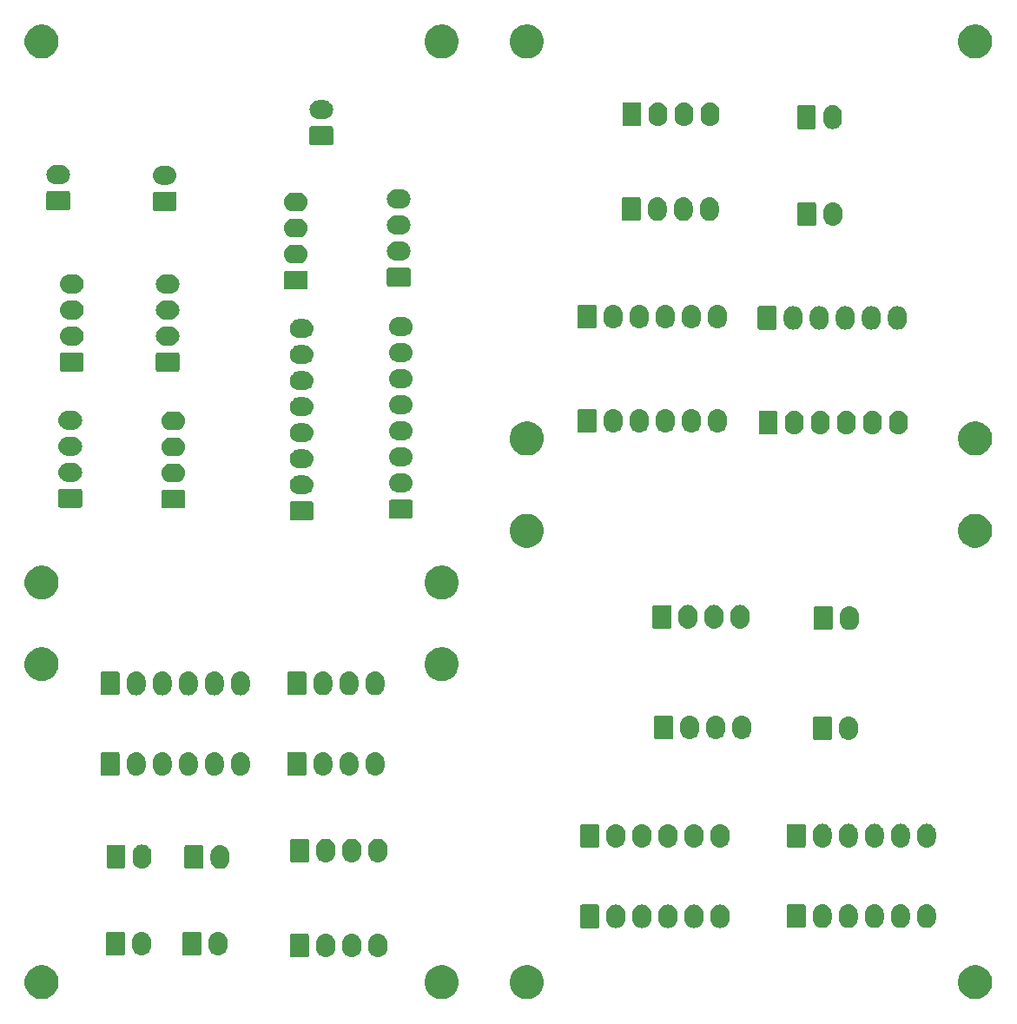
<source format=gbr>
G04 #@! TF.GenerationSoftware,KiCad,Pcbnew,(5.1.5-0-10_14)*
G04 #@! TF.CreationDate,2021-11-28T14:11:59+10:00*
G04 #@! TF.ProjectId,OH - General Purpose Small PCB,4f48202d-2047-4656-9e65-72616c205075,rev?*
G04 #@! TF.SameCoordinates,Original*
G04 #@! TF.FileFunction,Soldermask,Bot*
G04 #@! TF.FilePolarity,Negative*
%FSLAX46Y46*%
G04 Gerber Fmt 4.6, Leading zero omitted, Abs format (unit mm)*
G04 Created by KiCad (PCBNEW (5.1.5-0-10_14)) date 2021-11-28 14:11:59*
%MOMM*%
%LPD*%
G04 APERTURE LIST*
%ADD10C,0.100000*%
G04 APERTURE END LIST*
D10*
G36*
X134375256Y-135391298D02*
G01*
X134481579Y-135412447D01*
X134782042Y-135536903D01*
X135052451Y-135717585D01*
X135282415Y-135947549D01*
X135463097Y-136217958D01*
X135587553Y-136518421D01*
X135651000Y-136837391D01*
X135651000Y-137162609D01*
X135587553Y-137481579D01*
X135463097Y-137782042D01*
X135282415Y-138052451D01*
X135052451Y-138282415D01*
X134782042Y-138463097D01*
X134481579Y-138587553D01*
X134375256Y-138608702D01*
X134162611Y-138651000D01*
X133837389Y-138651000D01*
X133624744Y-138608702D01*
X133518421Y-138587553D01*
X133217958Y-138463097D01*
X132947549Y-138282415D01*
X132717585Y-138052451D01*
X132536903Y-137782042D01*
X132412447Y-137481579D01*
X132349000Y-137162609D01*
X132349000Y-136837391D01*
X132412447Y-136518421D01*
X132536903Y-136217958D01*
X132717585Y-135947549D01*
X132947549Y-135717585D01*
X133217958Y-135536903D01*
X133518421Y-135412447D01*
X133624744Y-135391298D01*
X133837389Y-135349000D01*
X134162611Y-135349000D01*
X134375256Y-135391298D01*
G37*
G36*
X90675256Y-135391298D02*
G01*
X90781579Y-135412447D01*
X91082042Y-135536903D01*
X91352451Y-135717585D01*
X91582415Y-135947549D01*
X91763097Y-136217958D01*
X91887553Y-136518421D01*
X91951000Y-136837391D01*
X91951000Y-137162609D01*
X91887553Y-137481579D01*
X91763097Y-137782042D01*
X91582415Y-138052451D01*
X91352451Y-138282415D01*
X91082042Y-138463097D01*
X90781579Y-138587553D01*
X90675256Y-138608702D01*
X90462611Y-138651000D01*
X90137389Y-138651000D01*
X89924744Y-138608702D01*
X89818421Y-138587553D01*
X89517958Y-138463097D01*
X89247549Y-138282415D01*
X89017585Y-138052451D01*
X88836903Y-137782042D01*
X88712447Y-137481579D01*
X88649000Y-137162609D01*
X88649000Y-136837391D01*
X88712447Y-136518421D01*
X88836903Y-136217958D01*
X89017585Y-135947549D01*
X89247549Y-135717585D01*
X89517958Y-135536903D01*
X89818421Y-135412447D01*
X89924744Y-135391298D01*
X90137389Y-135349000D01*
X90462611Y-135349000D01*
X90675256Y-135391298D01*
G37*
G36*
X82375256Y-135391298D02*
G01*
X82481579Y-135412447D01*
X82782042Y-135536903D01*
X83052451Y-135717585D01*
X83282415Y-135947549D01*
X83463097Y-136217958D01*
X83587553Y-136518421D01*
X83651000Y-136837391D01*
X83651000Y-137162609D01*
X83587553Y-137481579D01*
X83463097Y-137782042D01*
X83282415Y-138052451D01*
X83052451Y-138282415D01*
X82782042Y-138463097D01*
X82481579Y-138587553D01*
X82375256Y-138608702D01*
X82162611Y-138651000D01*
X81837389Y-138651000D01*
X81624744Y-138608702D01*
X81518421Y-138587553D01*
X81217958Y-138463097D01*
X80947549Y-138282415D01*
X80717585Y-138052451D01*
X80536903Y-137782042D01*
X80412447Y-137481579D01*
X80349000Y-137162609D01*
X80349000Y-136837391D01*
X80412447Y-136518421D01*
X80536903Y-136217958D01*
X80717585Y-135947549D01*
X80947549Y-135717585D01*
X81217958Y-135536903D01*
X81518421Y-135412447D01*
X81624744Y-135391298D01*
X81837389Y-135349000D01*
X82162611Y-135349000D01*
X82375256Y-135391298D01*
G37*
G36*
X43375256Y-135391298D02*
G01*
X43481579Y-135412447D01*
X43782042Y-135536903D01*
X44052451Y-135717585D01*
X44282415Y-135947549D01*
X44463097Y-136217958D01*
X44587553Y-136518421D01*
X44651000Y-136837391D01*
X44651000Y-137162609D01*
X44587553Y-137481579D01*
X44463097Y-137782042D01*
X44282415Y-138052451D01*
X44052451Y-138282415D01*
X43782042Y-138463097D01*
X43481579Y-138587553D01*
X43375256Y-138608702D01*
X43162611Y-138651000D01*
X42837389Y-138651000D01*
X42624744Y-138608702D01*
X42518421Y-138587553D01*
X42217958Y-138463097D01*
X41947549Y-138282415D01*
X41717585Y-138052451D01*
X41536903Y-137782042D01*
X41412447Y-137481579D01*
X41349000Y-137162609D01*
X41349000Y-136837391D01*
X41412447Y-136518421D01*
X41536903Y-136217958D01*
X41717585Y-135947549D01*
X41947549Y-135717585D01*
X42217958Y-135536903D01*
X42518421Y-135412447D01*
X42624744Y-135391298D01*
X42837389Y-135349000D01*
X43162611Y-135349000D01*
X43375256Y-135391298D01*
G37*
G36*
X75930547Y-132292326D02*
G01*
X76104156Y-132344990D01*
X76104158Y-132344991D01*
X76264155Y-132430511D01*
X76404397Y-132545603D01*
X76483729Y-132642271D01*
X76519489Y-132685844D01*
X76595229Y-132827544D01*
X76601595Y-132839453D01*
X76605010Y-132845843D01*
X76657674Y-133019452D01*
X76671000Y-133154756D01*
X76671000Y-133705243D01*
X76657674Y-133840548D01*
X76605010Y-134014157D01*
X76519489Y-134174156D01*
X76508146Y-134187977D01*
X76404397Y-134314397D01*
X76315835Y-134387077D01*
X76264156Y-134429489D01*
X76104157Y-134515010D01*
X75930548Y-134567674D01*
X75750000Y-134585456D01*
X75569453Y-134567674D01*
X75395844Y-134515010D01*
X75235845Y-134429489D01*
X75184166Y-134387077D01*
X75095604Y-134314397D01*
X74980513Y-134174157D01*
X74980512Y-134174155D01*
X74894990Y-134014157D01*
X74842326Y-133840548D01*
X74829000Y-133705244D01*
X74829000Y-133154757D01*
X74842326Y-133019453D01*
X74894990Y-132845844D01*
X74898406Y-132839454D01*
X74980511Y-132685845D01*
X75095603Y-132545603D01*
X75221388Y-132442375D01*
X75235844Y-132430511D01*
X75395843Y-132344990D01*
X75569452Y-132292326D01*
X75750000Y-132274544D01*
X75930547Y-132292326D01*
G37*
G36*
X73390547Y-132292326D02*
G01*
X73564156Y-132344990D01*
X73564158Y-132344991D01*
X73724155Y-132430511D01*
X73864397Y-132545603D01*
X73943729Y-132642271D01*
X73979489Y-132685844D01*
X74055229Y-132827544D01*
X74061595Y-132839453D01*
X74065010Y-132845843D01*
X74117674Y-133019452D01*
X74131000Y-133154756D01*
X74131000Y-133705243D01*
X74117674Y-133840548D01*
X74065010Y-134014157D01*
X73979489Y-134174156D01*
X73968146Y-134187977D01*
X73864397Y-134314397D01*
X73775835Y-134387077D01*
X73724156Y-134429489D01*
X73564157Y-134515010D01*
X73390548Y-134567674D01*
X73210000Y-134585456D01*
X73029453Y-134567674D01*
X72855844Y-134515010D01*
X72695845Y-134429489D01*
X72644166Y-134387077D01*
X72555604Y-134314397D01*
X72440513Y-134174157D01*
X72440512Y-134174155D01*
X72354990Y-134014157D01*
X72302326Y-133840548D01*
X72289000Y-133705244D01*
X72289000Y-133154757D01*
X72302326Y-133019453D01*
X72354990Y-132845844D01*
X72358406Y-132839454D01*
X72440511Y-132685845D01*
X72555603Y-132545603D01*
X72681388Y-132442375D01*
X72695844Y-132430511D01*
X72855843Y-132344990D01*
X73029452Y-132292326D01*
X73210000Y-132274544D01*
X73390547Y-132292326D01*
G37*
G36*
X70850547Y-132292326D02*
G01*
X71024156Y-132344990D01*
X71024158Y-132344991D01*
X71184155Y-132430511D01*
X71324397Y-132545603D01*
X71403729Y-132642271D01*
X71439489Y-132685844D01*
X71515229Y-132827544D01*
X71521595Y-132839453D01*
X71525010Y-132845843D01*
X71577674Y-133019452D01*
X71591000Y-133154756D01*
X71591000Y-133705243D01*
X71577674Y-133840548D01*
X71525010Y-134014157D01*
X71439489Y-134174156D01*
X71428146Y-134187977D01*
X71324397Y-134314397D01*
X71235835Y-134387077D01*
X71184156Y-134429489D01*
X71024157Y-134515010D01*
X70850548Y-134567674D01*
X70670000Y-134585456D01*
X70489453Y-134567674D01*
X70315844Y-134515010D01*
X70155845Y-134429489D01*
X70104166Y-134387077D01*
X70015604Y-134314397D01*
X69900513Y-134174157D01*
X69900512Y-134174155D01*
X69814990Y-134014157D01*
X69762326Y-133840548D01*
X69749000Y-133705244D01*
X69749000Y-133154757D01*
X69762326Y-133019453D01*
X69814990Y-132845844D01*
X69818406Y-132839454D01*
X69900511Y-132685845D01*
X70015603Y-132545603D01*
X70141388Y-132442375D01*
X70155844Y-132430511D01*
X70315843Y-132344990D01*
X70489452Y-132292326D01*
X70670000Y-132274544D01*
X70850547Y-132292326D01*
G37*
G36*
X68909561Y-132282966D02*
G01*
X68942383Y-132292923D01*
X68972632Y-132309092D01*
X68999148Y-132330852D01*
X69020908Y-132357368D01*
X69037077Y-132387617D01*
X69047034Y-132420439D01*
X69051000Y-132460713D01*
X69051000Y-134399287D01*
X69047034Y-134439561D01*
X69037077Y-134472383D01*
X69020908Y-134502632D01*
X68999148Y-134529148D01*
X68972632Y-134550908D01*
X68942383Y-134567077D01*
X68909561Y-134577034D01*
X68869287Y-134581000D01*
X67390713Y-134581000D01*
X67350439Y-134577034D01*
X67317617Y-134567077D01*
X67287368Y-134550908D01*
X67260852Y-134529148D01*
X67239092Y-134502632D01*
X67222923Y-134472383D01*
X67212966Y-134439561D01*
X67209000Y-134399287D01*
X67209000Y-132460713D01*
X67212966Y-132420439D01*
X67222923Y-132387617D01*
X67239092Y-132357368D01*
X67260852Y-132330852D01*
X67287368Y-132309092D01*
X67317617Y-132292923D01*
X67350439Y-132282966D01*
X67390713Y-132279000D01*
X68869287Y-132279000D01*
X68909561Y-132282966D01*
G37*
G36*
X52910547Y-132112326D02*
G01*
X53084156Y-132164990D01*
X53084158Y-132164991D01*
X53244155Y-132250511D01*
X53384397Y-132365603D01*
X53447401Y-132442375D01*
X53499489Y-132505844D01*
X53585010Y-132665843D01*
X53637674Y-132839452D01*
X53651000Y-132974756D01*
X53651000Y-133525243D01*
X53637674Y-133660548D01*
X53585010Y-133834157D01*
X53499489Y-133994156D01*
X53463729Y-134037729D01*
X53384397Y-134134397D01*
X53287729Y-134213729D01*
X53244156Y-134249489D01*
X53084157Y-134335010D01*
X52910548Y-134387674D01*
X52730000Y-134405456D01*
X52549453Y-134387674D01*
X52375844Y-134335010D01*
X52215845Y-134249489D01*
X52172272Y-134213729D01*
X52075604Y-134134397D01*
X51960513Y-133994157D01*
X51960512Y-133994155D01*
X51874990Y-133834157D01*
X51822326Y-133660548D01*
X51809000Y-133525244D01*
X51809000Y-132974757D01*
X51822326Y-132839453D01*
X51874990Y-132665844D01*
X51960511Y-132505845D01*
X51971854Y-132492023D01*
X52075603Y-132365603D01*
X52179043Y-132280713D01*
X52215844Y-132250511D01*
X52375843Y-132164990D01*
X52549452Y-132112326D01*
X52730000Y-132094544D01*
X52910547Y-132112326D01*
G37*
G36*
X60360547Y-132112326D02*
G01*
X60534156Y-132164990D01*
X60534158Y-132164991D01*
X60694155Y-132250511D01*
X60834397Y-132365603D01*
X60897401Y-132442375D01*
X60949489Y-132505844D01*
X61035010Y-132665843D01*
X61087674Y-132839452D01*
X61101000Y-132974756D01*
X61101000Y-133525243D01*
X61087674Y-133660548D01*
X61035010Y-133834157D01*
X60949489Y-133994156D01*
X60913729Y-134037729D01*
X60834397Y-134134397D01*
X60737729Y-134213729D01*
X60694156Y-134249489D01*
X60534157Y-134335010D01*
X60360548Y-134387674D01*
X60180000Y-134405456D01*
X59999453Y-134387674D01*
X59825844Y-134335010D01*
X59665845Y-134249489D01*
X59622272Y-134213729D01*
X59525604Y-134134397D01*
X59410513Y-133994157D01*
X59410512Y-133994155D01*
X59324990Y-133834157D01*
X59272326Y-133660548D01*
X59259000Y-133525244D01*
X59259000Y-132974757D01*
X59272326Y-132839453D01*
X59324990Y-132665844D01*
X59410511Y-132505845D01*
X59421854Y-132492023D01*
X59525603Y-132365603D01*
X59629043Y-132280713D01*
X59665844Y-132250511D01*
X59825843Y-132164990D01*
X59999452Y-132112326D01*
X60180000Y-132094544D01*
X60360547Y-132112326D01*
G37*
G36*
X50969561Y-132102966D02*
G01*
X51002383Y-132112923D01*
X51032632Y-132129092D01*
X51059148Y-132150852D01*
X51080908Y-132177368D01*
X51097077Y-132207617D01*
X51107034Y-132240439D01*
X51111000Y-132280713D01*
X51111000Y-134219287D01*
X51107034Y-134259561D01*
X51097077Y-134292383D01*
X51080908Y-134322632D01*
X51059148Y-134349148D01*
X51032632Y-134370908D01*
X51002383Y-134387077D01*
X50969561Y-134397034D01*
X50929287Y-134401000D01*
X49450713Y-134401000D01*
X49410439Y-134397034D01*
X49377617Y-134387077D01*
X49347368Y-134370908D01*
X49320852Y-134349148D01*
X49299092Y-134322632D01*
X49282923Y-134292383D01*
X49272966Y-134259561D01*
X49269000Y-134219287D01*
X49269000Y-132280713D01*
X49272966Y-132240439D01*
X49282923Y-132207617D01*
X49299092Y-132177368D01*
X49320852Y-132150852D01*
X49347368Y-132129092D01*
X49377617Y-132112923D01*
X49410439Y-132102966D01*
X49450713Y-132099000D01*
X50929287Y-132099000D01*
X50969561Y-132102966D01*
G37*
G36*
X58419561Y-132102966D02*
G01*
X58452383Y-132112923D01*
X58482632Y-132129092D01*
X58509148Y-132150852D01*
X58530908Y-132177368D01*
X58547077Y-132207617D01*
X58557034Y-132240439D01*
X58561000Y-132280713D01*
X58561000Y-134219287D01*
X58557034Y-134259561D01*
X58547077Y-134292383D01*
X58530908Y-134322632D01*
X58509148Y-134349148D01*
X58482632Y-134370908D01*
X58452383Y-134387077D01*
X58419561Y-134397034D01*
X58379287Y-134401000D01*
X56900713Y-134401000D01*
X56860439Y-134397034D01*
X56827617Y-134387077D01*
X56797368Y-134370908D01*
X56770852Y-134349148D01*
X56749092Y-134322632D01*
X56732923Y-134292383D01*
X56722966Y-134259561D01*
X56719000Y-134219287D01*
X56719000Y-132280713D01*
X56722966Y-132240439D01*
X56732923Y-132207617D01*
X56749092Y-132177368D01*
X56770852Y-132150852D01*
X56797368Y-132129092D01*
X56827617Y-132112923D01*
X56860439Y-132102966D01*
X56900713Y-132099000D01*
X58379287Y-132099000D01*
X58419561Y-132102966D01*
G37*
G36*
X101685547Y-129447326D02*
G01*
X101859156Y-129499990D01*
X101859158Y-129499991D01*
X102019155Y-129585511D01*
X102159397Y-129700603D01*
X102238729Y-129797271D01*
X102274489Y-129840844D01*
X102360010Y-130000843D01*
X102412674Y-130174452D01*
X102426000Y-130309756D01*
X102426000Y-130860243D01*
X102412674Y-130995548D01*
X102360010Y-131169157D01*
X102274489Y-131329156D01*
X102238729Y-131372729D01*
X102159397Y-131469397D01*
X102080327Y-131534287D01*
X102019156Y-131584489D01*
X101859157Y-131670010D01*
X101685548Y-131722674D01*
X101505000Y-131740456D01*
X101324453Y-131722674D01*
X101150844Y-131670010D01*
X100990845Y-131584489D01*
X100929674Y-131534287D01*
X100850604Y-131469397D01*
X100735513Y-131329157D01*
X100735512Y-131329155D01*
X100649990Y-131169157D01*
X100597326Y-130995548D01*
X100584000Y-130860244D01*
X100584000Y-130309757D01*
X100597326Y-130174453D01*
X100649990Y-130000844D01*
X100735511Y-129840845D01*
X100735512Y-129840844D01*
X100850603Y-129700603D01*
X100976388Y-129597375D01*
X100990844Y-129585511D01*
X101150843Y-129499990D01*
X101324452Y-129447326D01*
X101505000Y-129429544D01*
X101685547Y-129447326D01*
G37*
G36*
X99145547Y-129447326D02*
G01*
X99319156Y-129499990D01*
X99319158Y-129499991D01*
X99479155Y-129585511D01*
X99619397Y-129700603D01*
X99698729Y-129797271D01*
X99734489Y-129840844D01*
X99820010Y-130000843D01*
X99872674Y-130174452D01*
X99886000Y-130309756D01*
X99886000Y-130860243D01*
X99872674Y-130995548D01*
X99820010Y-131169157D01*
X99734489Y-131329156D01*
X99698729Y-131372729D01*
X99619397Y-131469397D01*
X99540327Y-131534287D01*
X99479156Y-131584489D01*
X99319157Y-131670010D01*
X99145548Y-131722674D01*
X98965000Y-131740456D01*
X98784453Y-131722674D01*
X98610844Y-131670010D01*
X98450845Y-131584489D01*
X98389674Y-131534287D01*
X98310604Y-131469397D01*
X98195513Y-131329157D01*
X98195512Y-131329155D01*
X98109990Y-131169157D01*
X98057326Y-130995548D01*
X98044000Y-130860244D01*
X98044000Y-130309757D01*
X98057326Y-130174453D01*
X98109990Y-130000844D01*
X98195511Y-129840845D01*
X98195512Y-129840844D01*
X98310603Y-129700603D01*
X98436388Y-129597375D01*
X98450844Y-129585511D01*
X98610843Y-129499990D01*
X98784452Y-129447326D01*
X98965000Y-129429544D01*
X99145547Y-129447326D01*
G37*
G36*
X106765547Y-129447326D02*
G01*
X106939156Y-129499990D01*
X106939158Y-129499991D01*
X107099155Y-129585511D01*
X107239397Y-129700603D01*
X107318729Y-129797271D01*
X107354489Y-129840844D01*
X107440010Y-130000843D01*
X107492674Y-130174452D01*
X107506000Y-130309756D01*
X107506000Y-130860243D01*
X107492674Y-130995548D01*
X107440010Y-131169157D01*
X107354489Y-131329156D01*
X107318729Y-131372729D01*
X107239397Y-131469397D01*
X107160327Y-131534287D01*
X107099156Y-131584489D01*
X106939157Y-131670010D01*
X106765548Y-131722674D01*
X106585000Y-131740456D01*
X106404453Y-131722674D01*
X106230844Y-131670010D01*
X106070845Y-131584489D01*
X106009674Y-131534287D01*
X105930604Y-131469397D01*
X105815513Y-131329157D01*
X105815512Y-131329155D01*
X105729990Y-131169157D01*
X105677326Y-130995548D01*
X105664000Y-130860244D01*
X105664000Y-130309757D01*
X105677326Y-130174453D01*
X105729990Y-130000844D01*
X105815511Y-129840845D01*
X105815512Y-129840844D01*
X105930603Y-129700603D01*
X106056388Y-129597375D01*
X106070844Y-129585511D01*
X106230843Y-129499990D01*
X106404452Y-129447326D01*
X106585000Y-129429544D01*
X106765547Y-129447326D01*
G37*
G36*
X104225547Y-129447326D02*
G01*
X104399156Y-129499990D01*
X104399158Y-129499991D01*
X104559155Y-129585511D01*
X104699397Y-129700603D01*
X104778729Y-129797271D01*
X104814489Y-129840844D01*
X104900010Y-130000843D01*
X104952674Y-130174452D01*
X104966000Y-130309756D01*
X104966000Y-130860243D01*
X104952674Y-130995548D01*
X104900010Y-131169157D01*
X104814489Y-131329156D01*
X104778729Y-131372729D01*
X104699397Y-131469397D01*
X104620327Y-131534287D01*
X104559156Y-131584489D01*
X104399157Y-131670010D01*
X104225548Y-131722674D01*
X104045000Y-131740456D01*
X103864453Y-131722674D01*
X103690844Y-131670010D01*
X103530845Y-131584489D01*
X103469674Y-131534287D01*
X103390604Y-131469397D01*
X103275513Y-131329157D01*
X103275512Y-131329155D01*
X103189990Y-131169157D01*
X103137326Y-130995548D01*
X103124000Y-130860244D01*
X103124000Y-130309757D01*
X103137326Y-130174453D01*
X103189990Y-130000844D01*
X103275511Y-129840845D01*
X103275512Y-129840844D01*
X103390603Y-129700603D01*
X103516388Y-129597375D01*
X103530844Y-129585511D01*
X103690843Y-129499990D01*
X103864452Y-129447326D01*
X104045000Y-129429544D01*
X104225547Y-129447326D01*
G37*
G36*
X109305547Y-129447326D02*
G01*
X109479156Y-129499990D01*
X109479158Y-129499991D01*
X109639155Y-129585511D01*
X109779397Y-129700603D01*
X109858729Y-129797271D01*
X109894489Y-129840844D01*
X109980010Y-130000843D01*
X110032674Y-130174452D01*
X110046000Y-130309756D01*
X110046000Y-130860243D01*
X110032674Y-130995548D01*
X109980010Y-131169157D01*
X109894489Y-131329156D01*
X109858729Y-131372729D01*
X109779397Y-131469397D01*
X109700327Y-131534287D01*
X109639156Y-131584489D01*
X109479157Y-131670010D01*
X109305548Y-131722674D01*
X109125000Y-131740456D01*
X108944453Y-131722674D01*
X108770844Y-131670010D01*
X108610845Y-131584489D01*
X108549674Y-131534287D01*
X108470604Y-131469397D01*
X108355513Y-131329157D01*
X108355512Y-131329155D01*
X108269990Y-131169157D01*
X108217326Y-130995548D01*
X108204000Y-130860244D01*
X108204000Y-130309757D01*
X108217326Y-130174453D01*
X108269990Y-130000844D01*
X108355511Y-129840845D01*
X108355512Y-129840844D01*
X108470603Y-129700603D01*
X108596388Y-129597375D01*
X108610844Y-129585511D01*
X108770843Y-129499990D01*
X108944452Y-129447326D01*
X109125000Y-129429544D01*
X109305547Y-129447326D01*
G37*
G36*
X97204561Y-129437966D02*
G01*
X97237383Y-129447923D01*
X97267632Y-129464092D01*
X97294148Y-129485852D01*
X97315908Y-129512368D01*
X97332077Y-129542617D01*
X97342034Y-129575439D01*
X97346000Y-129615713D01*
X97346000Y-131554287D01*
X97342034Y-131594561D01*
X97332077Y-131627383D01*
X97315908Y-131657632D01*
X97294148Y-131684148D01*
X97267632Y-131705908D01*
X97237383Y-131722077D01*
X97204561Y-131732034D01*
X97164287Y-131736000D01*
X95685713Y-131736000D01*
X95645439Y-131732034D01*
X95612617Y-131722077D01*
X95582368Y-131705908D01*
X95555852Y-131684148D01*
X95534092Y-131657632D01*
X95517923Y-131627383D01*
X95507966Y-131594561D01*
X95504000Y-131554287D01*
X95504000Y-129615713D01*
X95507966Y-129575439D01*
X95517923Y-129542617D01*
X95534092Y-129512368D01*
X95555852Y-129485852D01*
X95582368Y-129464092D01*
X95612617Y-129447923D01*
X95645439Y-129437966D01*
X95685713Y-129434000D01*
X97164287Y-129434000D01*
X97204561Y-129437966D01*
G37*
G36*
X119275547Y-129427326D02*
G01*
X119449156Y-129479990D01*
X119449158Y-129479991D01*
X119609155Y-129565511D01*
X119749397Y-129680603D01*
X119828729Y-129777271D01*
X119864489Y-129820844D01*
X119950010Y-129980843D01*
X120002674Y-130154452D01*
X120016000Y-130289756D01*
X120016000Y-130840243D01*
X120002674Y-130975548D01*
X119950010Y-131149157D01*
X119864489Y-131309156D01*
X119848076Y-131329155D01*
X119749397Y-131449397D01*
X119659738Y-131522977D01*
X119609156Y-131564489D01*
X119449157Y-131650010D01*
X119275548Y-131702674D01*
X119095000Y-131720456D01*
X118914453Y-131702674D01*
X118740844Y-131650010D01*
X118580845Y-131564489D01*
X118530263Y-131522977D01*
X118440604Y-131449397D01*
X118325513Y-131309157D01*
X118325512Y-131309155D01*
X118239990Y-131149157D01*
X118187326Y-130975548D01*
X118174000Y-130840244D01*
X118174000Y-130289757D01*
X118187326Y-130154453D01*
X118239990Y-129980844D01*
X118325511Y-129820845D01*
X118325512Y-129820844D01*
X118440603Y-129680603D01*
X118544043Y-129595713D01*
X118580844Y-129565511D01*
X118740843Y-129479990D01*
X118914452Y-129427326D01*
X119095000Y-129409544D01*
X119275547Y-129427326D01*
G37*
G36*
X121815547Y-129427326D02*
G01*
X121989156Y-129479990D01*
X121989158Y-129479991D01*
X122149155Y-129565511D01*
X122289397Y-129680603D01*
X122368729Y-129777271D01*
X122404489Y-129820844D01*
X122490010Y-129980843D01*
X122542674Y-130154452D01*
X122556000Y-130289756D01*
X122556000Y-130840243D01*
X122542674Y-130975548D01*
X122490010Y-131149157D01*
X122404489Y-131309156D01*
X122388076Y-131329155D01*
X122289397Y-131449397D01*
X122199738Y-131522977D01*
X122149156Y-131564489D01*
X121989157Y-131650010D01*
X121815548Y-131702674D01*
X121635000Y-131720456D01*
X121454453Y-131702674D01*
X121280844Y-131650010D01*
X121120845Y-131564489D01*
X121070263Y-131522977D01*
X120980604Y-131449397D01*
X120865513Y-131309157D01*
X120865512Y-131309155D01*
X120779990Y-131149157D01*
X120727326Y-130975548D01*
X120714000Y-130840244D01*
X120714000Y-130289757D01*
X120727326Y-130154453D01*
X120779990Y-129980844D01*
X120865511Y-129820845D01*
X120865512Y-129820844D01*
X120980603Y-129680603D01*
X121084043Y-129595713D01*
X121120844Y-129565511D01*
X121280843Y-129479990D01*
X121454452Y-129427326D01*
X121635000Y-129409544D01*
X121815547Y-129427326D01*
G37*
G36*
X124355547Y-129427326D02*
G01*
X124529156Y-129479990D01*
X124529158Y-129479991D01*
X124689155Y-129565511D01*
X124829397Y-129680603D01*
X124908729Y-129777271D01*
X124944489Y-129820844D01*
X125030010Y-129980843D01*
X125082674Y-130154452D01*
X125096000Y-130289756D01*
X125096000Y-130840243D01*
X125082674Y-130975548D01*
X125030010Y-131149157D01*
X124944489Y-131309156D01*
X124928076Y-131329155D01*
X124829397Y-131449397D01*
X124739738Y-131522977D01*
X124689156Y-131564489D01*
X124529157Y-131650010D01*
X124355548Y-131702674D01*
X124175000Y-131720456D01*
X123994453Y-131702674D01*
X123820844Y-131650010D01*
X123660845Y-131564489D01*
X123610263Y-131522977D01*
X123520604Y-131449397D01*
X123405513Y-131309157D01*
X123405512Y-131309155D01*
X123319990Y-131149157D01*
X123267326Y-130975548D01*
X123254000Y-130840244D01*
X123254000Y-130289757D01*
X123267326Y-130154453D01*
X123319990Y-129980844D01*
X123405511Y-129820845D01*
X123405512Y-129820844D01*
X123520603Y-129680603D01*
X123624043Y-129595713D01*
X123660844Y-129565511D01*
X123820843Y-129479990D01*
X123994452Y-129427326D01*
X124175000Y-129409544D01*
X124355547Y-129427326D01*
G37*
G36*
X126895547Y-129427326D02*
G01*
X127069156Y-129479990D01*
X127069158Y-129479991D01*
X127229155Y-129565511D01*
X127369397Y-129680603D01*
X127448729Y-129777271D01*
X127484489Y-129820844D01*
X127570010Y-129980843D01*
X127622674Y-130154452D01*
X127636000Y-130289756D01*
X127636000Y-130840243D01*
X127622674Y-130975548D01*
X127570010Y-131149157D01*
X127484489Y-131309156D01*
X127468076Y-131329155D01*
X127369397Y-131449397D01*
X127279738Y-131522977D01*
X127229156Y-131564489D01*
X127069157Y-131650010D01*
X126895548Y-131702674D01*
X126715000Y-131720456D01*
X126534453Y-131702674D01*
X126360844Y-131650010D01*
X126200845Y-131564489D01*
X126150263Y-131522977D01*
X126060604Y-131449397D01*
X125945513Y-131309157D01*
X125945512Y-131309155D01*
X125859990Y-131149157D01*
X125807326Y-130975548D01*
X125794000Y-130840244D01*
X125794000Y-130289757D01*
X125807326Y-130154453D01*
X125859990Y-129980844D01*
X125945511Y-129820845D01*
X125945512Y-129820844D01*
X126060603Y-129680603D01*
X126164043Y-129595713D01*
X126200844Y-129565511D01*
X126360843Y-129479990D01*
X126534452Y-129427326D01*
X126715000Y-129409544D01*
X126895547Y-129427326D01*
G37*
G36*
X129435547Y-129427326D02*
G01*
X129609156Y-129479990D01*
X129609158Y-129479991D01*
X129769155Y-129565511D01*
X129909397Y-129680603D01*
X129988729Y-129777271D01*
X130024489Y-129820844D01*
X130110010Y-129980843D01*
X130162674Y-130154452D01*
X130176000Y-130289756D01*
X130176000Y-130840243D01*
X130162674Y-130975548D01*
X130110010Y-131149157D01*
X130024489Y-131309156D01*
X130008076Y-131329155D01*
X129909397Y-131449397D01*
X129819738Y-131522977D01*
X129769156Y-131564489D01*
X129609157Y-131650010D01*
X129435548Y-131702674D01*
X129255000Y-131720456D01*
X129074453Y-131702674D01*
X128900844Y-131650010D01*
X128740845Y-131564489D01*
X128690263Y-131522977D01*
X128600604Y-131449397D01*
X128485513Y-131309157D01*
X128485512Y-131309155D01*
X128399990Y-131149157D01*
X128347326Y-130975548D01*
X128334000Y-130840244D01*
X128334000Y-130289757D01*
X128347326Y-130154453D01*
X128399990Y-129980844D01*
X128485511Y-129820845D01*
X128485512Y-129820844D01*
X128600603Y-129680603D01*
X128704043Y-129595713D01*
X128740844Y-129565511D01*
X128900843Y-129479990D01*
X129074452Y-129427326D01*
X129255000Y-129409544D01*
X129435547Y-129427326D01*
G37*
G36*
X117334561Y-129417966D02*
G01*
X117367383Y-129427923D01*
X117397632Y-129444092D01*
X117424148Y-129465852D01*
X117445908Y-129492368D01*
X117462077Y-129522617D01*
X117472034Y-129555439D01*
X117476000Y-129595713D01*
X117476000Y-131534287D01*
X117472034Y-131574561D01*
X117462077Y-131607383D01*
X117445908Y-131637632D01*
X117424148Y-131664148D01*
X117397632Y-131685908D01*
X117367383Y-131702077D01*
X117334561Y-131712034D01*
X117294287Y-131716000D01*
X115815713Y-131716000D01*
X115775439Y-131712034D01*
X115742617Y-131702077D01*
X115712368Y-131685908D01*
X115685852Y-131664148D01*
X115664092Y-131637632D01*
X115647923Y-131607383D01*
X115637966Y-131574561D01*
X115634000Y-131534287D01*
X115634000Y-129595713D01*
X115637966Y-129555439D01*
X115647923Y-129522617D01*
X115664092Y-129492368D01*
X115685852Y-129465852D01*
X115712368Y-129444092D01*
X115742617Y-129427923D01*
X115775439Y-129417966D01*
X115815713Y-129414000D01*
X117294287Y-129414000D01*
X117334561Y-129417966D01*
G37*
G36*
X60570547Y-123662326D02*
G01*
X60744156Y-123714990D01*
X60744158Y-123714991D01*
X60904155Y-123800511D01*
X61044397Y-123915603D01*
X61118455Y-124005844D01*
X61159489Y-124055844D01*
X61245010Y-124215843D01*
X61297674Y-124389452D01*
X61311000Y-124524756D01*
X61311000Y-125075243D01*
X61297674Y-125210548D01*
X61245010Y-125384157D01*
X61159489Y-125544156D01*
X61123729Y-125587729D01*
X61044397Y-125684397D01*
X60965081Y-125749489D01*
X60904156Y-125799489D01*
X60744157Y-125885010D01*
X60570548Y-125937674D01*
X60390000Y-125955456D01*
X60209453Y-125937674D01*
X60035844Y-125885010D01*
X59875845Y-125799489D01*
X59814920Y-125749489D01*
X59735604Y-125684397D01*
X59620513Y-125544157D01*
X59620512Y-125544155D01*
X59534990Y-125384157D01*
X59482326Y-125210548D01*
X59469000Y-125075244D01*
X59469000Y-124524757D01*
X59482326Y-124389453D01*
X59534990Y-124215844D01*
X59620511Y-124055845D01*
X59620512Y-124055844D01*
X59735603Y-123915603D01*
X59839043Y-123830713D01*
X59875844Y-123800511D01*
X60035843Y-123714990D01*
X60209452Y-123662326D01*
X60390000Y-123644544D01*
X60570547Y-123662326D01*
G37*
G36*
X58629561Y-123652966D02*
G01*
X58662383Y-123662923D01*
X58692632Y-123679092D01*
X58719148Y-123700852D01*
X58740908Y-123727368D01*
X58757077Y-123757617D01*
X58767034Y-123790439D01*
X58771000Y-123830713D01*
X58771000Y-125769287D01*
X58767034Y-125809561D01*
X58757077Y-125842383D01*
X58740908Y-125872632D01*
X58719148Y-125899148D01*
X58692632Y-125920908D01*
X58662383Y-125937077D01*
X58629561Y-125947034D01*
X58589287Y-125951000D01*
X57110713Y-125951000D01*
X57070439Y-125947034D01*
X57037617Y-125937077D01*
X57007368Y-125920908D01*
X56980852Y-125899148D01*
X56959092Y-125872632D01*
X56942923Y-125842383D01*
X56932966Y-125809561D01*
X56929000Y-125769287D01*
X56929000Y-123830713D01*
X56932966Y-123790439D01*
X56942923Y-123757617D01*
X56959092Y-123727368D01*
X56980852Y-123700852D01*
X57007368Y-123679092D01*
X57037617Y-123662923D01*
X57070439Y-123652966D01*
X57110713Y-123649000D01*
X58589287Y-123649000D01*
X58629561Y-123652966D01*
G37*
G36*
X52960547Y-123612326D02*
G01*
X53134156Y-123664990D01*
X53134158Y-123664991D01*
X53294155Y-123750511D01*
X53434397Y-123865603D01*
X53513729Y-123962271D01*
X53549489Y-124005844D01*
X53635010Y-124165843D01*
X53687674Y-124339452D01*
X53692599Y-124389454D01*
X53698094Y-124445245D01*
X53701000Y-124474756D01*
X53701000Y-125025243D01*
X53687674Y-125160548D01*
X53635010Y-125334157D01*
X53549489Y-125494156D01*
X53513729Y-125537729D01*
X53434397Y-125634397D01*
X53337729Y-125713729D01*
X53294156Y-125749489D01*
X53134157Y-125835010D01*
X52960548Y-125887674D01*
X52780000Y-125905456D01*
X52599453Y-125887674D01*
X52425844Y-125835010D01*
X52265845Y-125749489D01*
X52222272Y-125713729D01*
X52125604Y-125634397D01*
X52010513Y-125494157D01*
X52010512Y-125494155D01*
X51924990Y-125334157D01*
X51872326Y-125160548D01*
X51859000Y-125025244D01*
X51859000Y-124474757D01*
X51872326Y-124339453D01*
X51924990Y-124165844D01*
X51983786Y-124055845D01*
X52010511Y-124005845D01*
X52125603Y-123865603D01*
X52244071Y-123768380D01*
X52265844Y-123750511D01*
X52425843Y-123664990D01*
X52599452Y-123612326D01*
X52780000Y-123594544D01*
X52960547Y-123612326D01*
G37*
G36*
X51019561Y-123602966D02*
G01*
X51052383Y-123612923D01*
X51082632Y-123629092D01*
X51109148Y-123650852D01*
X51130908Y-123677368D01*
X51147077Y-123707617D01*
X51157034Y-123740439D01*
X51161000Y-123780713D01*
X51161000Y-125719287D01*
X51157034Y-125759561D01*
X51147077Y-125792383D01*
X51130908Y-125822632D01*
X51109148Y-125849148D01*
X51082632Y-125870908D01*
X51052383Y-125887077D01*
X51019561Y-125897034D01*
X50979287Y-125901000D01*
X49500713Y-125901000D01*
X49460439Y-125897034D01*
X49427617Y-125887077D01*
X49397368Y-125870908D01*
X49370852Y-125849148D01*
X49349092Y-125822632D01*
X49332923Y-125792383D01*
X49322966Y-125759561D01*
X49319000Y-125719287D01*
X49319000Y-123780713D01*
X49322966Y-123740439D01*
X49332923Y-123707617D01*
X49349092Y-123677368D01*
X49370852Y-123650852D01*
X49397368Y-123629092D01*
X49427617Y-123612923D01*
X49460439Y-123602966D01*
X49500713Y-123599000D01*
X50979287Y-123599000D01*
X51019561Y-123602966D01*
G37*
G36*
X75930547Y-123032326D02*
G01*
X76104156Y-123084990D01*
X76104158Y-123084991D01*
X76264155Y-123170511D01*
X76404397Y-123285603D01*
X76483729Y-123382271D01*
X76519489Y-123425844D01*
X76605010Y-123585843D01*
X76657674Y-123759452D01*
X76661718Y-123800511D01*
X76670577Y-123890456D01*
X76671000Y-123894756D01*
X76671000Y-124445243D01*
X76657674Y-124580548D01*
X76605010Y-124754157D01*
X76519489Y-124914156D01*
X76483729Y-124957729D01*
X76404397Y-125054397D01*
X76307729Y-125133729D01*
X76264156Y-125169489D01*
X76104157Y-125255010D01*
X75930548Y-125307674D01*
X75750000Y-125325456D01*
X75569453Y-125307674D01*
X75395844Y-125255010D01*
X75235845Y-125169489D01*
X75192272Y-125133729D01*
X75095604Y-125054397D01*
X74980513Y-124914157D01*
X74980512Y-124914155D01*
X74894990Y-124754157D01*
X74842326Y-124580548D01*
X74831907Y-124474756D01*
X74829000Y-124445245D01*
X74829000Y-123894756D01*
X74842326Y-123759455D01*
X74842326Y-123759453D01*
X74894990Y-123585844D01*
X74980511Y-123425845D01*
X74980512Y-123425844D01*
X75095603Y-123285603D01*
X75221388Y-123182375D01*
X75235844Y-123170511D01*
X75395843Y-123084990D01*
X75569452Y-123032326D01*
X75750000Y-123014544D01*
X75930547Y-123032326D01*
G37*
G36*
X73390547Y-123032326D02*
G01*
X73564156Y-123084990D01*
X73564158Y-123084991D01*
X73724155Y-123170511D01*
X73864397Y-123285603D01*
X73943729Y-123382271D01*
X73979489Y-123425844D01*
X74065010Y-123585843D01*
X74117674Y-123759452D01*
X74121718Y-123800511D01*
X74130577Y-123890456D01*
X74131000Y-123894756D01*
X74131000Y-124445243D01*
X74117674Y-124580548D01*
X74065010Y-124754157D01*
X73979489Y-124914156D01*
X73943729Y-124957729D01*
X73864397Y-125054397D01*
X73767729Y-125133729D01*
X73724156Y-125169489D01*
X73564157Y-125255010D01*
X73390548Y-125307674D01*
X73210000Y-125325456D01*
X73029453Y-125307674D01*
X72855844Y-125255010D01*
X72695845Y-125169489D01*
X72652272Y-125133729D01*
X72555604Y-125054397D01*
X72440513Y-124914157D01*
X72440512Y-124914155D01*
X72354990Y-124754157D01*
X72302326Y-124580548D01*
X72291907Y-124474756D01*
X72289000Y-124445245D01*
X72289000Y-123894756D01*
X72302326Y-123759455D01*
X72302326Y-123759453D01*
X72354990Y-123585844D01*
X72440511Y-123425845D01*
X72440512Y-123425844D01*
X72555603Y-123285603D01*
X72681388Y-123182375D01*
X72695844Y-123170511D01*
X72855843Y-123084990D01*
X73029452Y-123032326D01*
X73210000Y-123014544D01*
X73390547Y-123032326D01*
G37*
G36*
X70850547Y-123032326D02*
G01*
X71024156Y-123084990D01*
X71024158Y-123084991D01*
X71184155Y-123170511D01*
X71324397Y-123285603D01*
X71403729Y-123382271D01*
X71439489Y-123425844D01*
X71525010Y-123585843D01*
X71577674Y-123759452D01*
X71581718Y-123800511D01*
X71590577Y-123890456D01*
X71591000Y-123894756D01*
X71591000Y-124445243D01*
X71577674Y-124580548D01*
X71525010Y-124754157D01*
X71439489Y-124914156D01*
X71403729Y-124957729D01*
X71324397Y-125054397D01*
X71227729Y-125133729D01*
X71184156Y-125169489D01*
X71024157Y-125255010D01*
X70850548Y-125307674D01*
X70670000Y-125325456D01*
X70489453Y-125307674D01*
X70315844Y-125255010D01*
X70155845Y-125169489D01*
X70112272Y-125133729D01*
X70015604Y-125054397D01*
X69900513Y-124914157D01*
X69900512Y-124914155D01*
X69814990Y-124754157D01*
X69762326Y-124580548D01*
X69751907Y-124474756D01*
X69749000Y-124445245D01*
X69749000Y-123894756D01*
X69762326Y-123759455D01*
X69762326Y-123759453D01*
X69814990Y-123585844D01*
X69900511Y-123425845D01*
X69900512Y-123425844D01*
X70015603Y-123285603D01*
X70141388Y-123182375D01*
X70155844Y-123170511D01*
X70315843Y-123084990D01*
X70489452Y-123032326D01*
X70670000Y-123014544D01*
X70850547Y-123032326D01*
G37*
G36*
X68909561Y-123022966D02*
G01*
X68942383Y-123032923D01*
X68972632Y-123049092D01*
X68999148Y-123070852D01*
X69020908Y-123097368D01*
X69037077Y-123127617D01*
X69047034Y-123160439D01*
X69051000Y-123200713D01*
X69051000Y-125139287D01*
X69047034Y-125179561D01*
X69037077Y-125212383D01*
X69020908Y-125242632D01*
X68999148Y-125269148D01*
X68972632Y-125290908D01*
X68942383Y-125307077D01*
X68909561Y-125317034D01*
X68869287Y-125321000D01*
X67390713Y-125321000D01*
X67350439Y-125317034D01*
X67317617Y-125307077D01*
X67287368Y-125290908D01*
X67260852Y-125269148D01*
X67239092Y-125242632D01*
X67222923Y-125212383D01*
X67212966Y-125179561D01*
X67209000Y-125139287D01*
X67209000Y-123200713D01*
X67212966Y-123160439D01*
X67222923Y-123127617D01*
X67239092Y-123097368D01*
X67260852Y-123070852D01*
X67287368Y-123049092D01*
X67317617Y-123032923D01*
X67350439Y-123022966D01*
X67390713Y-123019000D01*
X68869287Y-123019000D01*
X68909561Y-123022966D01*
G37*
G36*
X104225547Y-121597326D02*
G01*
X104399156Y-121649990D01*
X104399158Y-121649991D01*
X104559155Y-121735511D01*
X104699397Y-121850603D01*
X104778729Y-121947271D01*
X104814489Y-121990844D01*
X104900010Y-122150843D01*
X104952674Y-122324452D01*
X104966000Y-122459756D01*
X104966000Y-123010243D01*
X104952674Y-123145548D01*
X104900010Y-123319157D01*
X104814489Y-123479156D01*
X104778729Y-123522729D01*
X104699397Y-123619397D01*
X104628758Y-123677368D01*
X104559156Y-123734489D01*
X104399157Y-123820010D01*
X104225548Y-123872674D01*
X104045000Y-123890456D01*
X103864453Y-123872674D01*
X103690844Y-123820010D01*
X103530845Y-123734489D01*
X103461243Y-123677368D01*
X103390604Y-123619397D01*
X103275513Y-123479157D01*
X103275512Y-123479155D01*
X103189990Y-123319157D01*
X103137326Y-123145548D01*
X103124862Y-123019000D01*
X103124000Y-123010245D01*
X103124000Y-122459756D01*
X103137326Y-122324455D01*
X103137326Y-122324453D01*
X103189990Y-122150844D01*
X103275511Y-121990845D01*
X103275512Y-121990844D01*
X103390603Y-121850603D01*
X103516388Y-121747375D01*
X103530844Y-121735511D01*
X103690843Y-121649990D01*
X103864452Y-121597326D01*
X104045000Y-121579544D01*
X104225547Y-121597326D01*
G37*
G36*
X109305547Y-121597326D02*
G01*
X109479156Y-121649990D01*
X109479158Y-121649991D01*
X109639155Y-121735511D01*
X109779397Y-121850603D01*
X109858729Y-121947271D01*
X109894489Y-121990844D01*
X109980010Y-122150843D01*
X110032674Y-122324452D01*
X110046000Y-122459756D01*
X110046000Y-123010243D01*
X110032674Y-123145548D01*
X109980010Y-123319157D01*
X109894489Y-123479156D01*
X109858729Y-123522729D01*
X109779397Y-123619397D01*
X109708758Y-123677368D01*
X109639156Y-123734489D01*
X109479157Y-123820010D01*
X109305548Y-123872674D01*
X109125000Y-123890456D01*
X108944453Y-123872674D01*
X108770844Y-123820010D01*
X108610845Y-123734489D01*
X108541243Y-123677368D01*
X108470604Y-123619397D01*
X108355513Y-123479157D01*
X108355512Y-123479155D01*
X108269990Y-123319157D01*
X108217326Y-123145548D01*
X108204862Y-123019000D01*
X108204000Y-123010245D01*
X108204000Y-122459756D01*
X108217326Y-122324455D01*
X108217326Y-122324453D01*
X108269990Y-122150844D01*
X108355511Y-121990845D01*
X108355512Y-121990844D01*
X108470603Y-121850603D01*
X108596388Y-121747375D01*
X108610844Y-121735511D01*
X108770843Y-121649990D01*
X108944452Y-121597326D01*
X109125000Y-121579544D01*
X109305547Y-121597326D01*
G37*
G36*
X106765547Y-121597326D02*
G01*
X106939156Y-121649990D01*
X106939158Y-121649991D01*
X107099155Y-121735511D01*
X107239397Y-121850603D01*
X107318729Y-121947271D01*
X107354489Y-121990844D01*
X107440010Y-122150843D01*
X107492674Y-122324452D01*
X107506000Y-122459756D01*
X107506000Y-123010243D01*
X107492674Y-123145548D01*
X107440010Y-123319157D01*
X107354489Y-123479156D01*
X107318729Y-123522729D01*
X107239397Y-123619397D01*
X107168758Y-123677368D01*
X107099156Y-123734489D01*
X106939157Y-123820010D01*
X106765548Y-123872674D01*
X106585000Y-123890456D01*
X106404453Y-123872674D01*
X106230844Y-123820010D01*
X106070845Y-123734489D01*
X106001243Y-123677368D01*
X105930604Y-123619397D01*
X105815513Y-123479157D01*
X105815512Y-123479155D01*
X105729990Y-123319157D01*
X105677326Y-123145548D01*
X105664862Y-123019000D01*
X105664000Y-123010245D01*
X105664000Y-122459756D01*
X105677326Y-122324455D01*
X105677326Y-122324453D01*
X105729990Y-122150844D01*
X105815511Y-121990845D01*
X105815512Y-121990844D01*
X105930603Y-121850603D01*
X106056388Y-121747375D01*
X106070844Y-121735511D01*
X106230843Y-121649990D01*
X106404452Y-121597326D01*
X106585000Y-121579544D01*
X106765547Y-121597326D01*
G37*
G36*
X101685547Y-121597326D02*
G01*
X101859156Y-121649990D01*
X101859158Y-121649991D01*
X102019155Y-121735511D01*
X102159397Y-121850603D01*
X102238729Y-121947271D01*
X102274489Y-121990844D01*
X102360010Y-122150843D01*
X102412674Y-122324452D01*
X102426000Y-122459756D01*
X102426000Y-123010243D01*
X102412674Y-123145548D01*
X102360010Y-123319157D01*
X102274489Y-123479156D01*
X102238729Y-123522729D01*
X102159397Y-123619397D01*
X102088758Y-123677368D01*
X102019156Y-123734489D01*
X101859157Y-123820010D01*
X101685548Y-123872674D01*
X101505000Y-123890456D01*
X101324453Y-123872674D01*
X101150844Y-123820010D01*
X100990845Y-123734489D01*
X100921243Y-123677368D01*
X100850604Y-123619397D01*
X100735513Y-123479157D01*
X100735512Y-123479155D01*
X100649990Y-123319157D01*
X100597326Y-123145548D01*
X100584862Y-123019000D01*
X100584000Y-123010245D01*
X100584000Y-122459756D01*
X100597326Y-122324455D01*
X100597326Y-122324453D01*
X100649990Y-122150844D01*
X100735511Y-121990845D01*
X100735512Y-121990844D01*
X100850603Y-121850603D01*
X100976388Y-121747375D01*
X100990844Y-121735511D01*
X101150843Y-121649990D01*
X101324452Y-121597326D01*
X101505000Y-121579544D01*
X101685547Y-121597326D01*
G37*
G36*
X99145547Y-121597326D02*
G01*
X99319156Y-121649990D01*
X99319158Y-121649991D01*
X99479155Y-121735511D01*
X99619397Y-121850603D01*
X99698729Y-121947271D01*
X99734489Y-121990844D01*
X99820010Y-122150843D01*
X99872674Y-122324452D01*
X99886000Y-122459756D01*
X99886000Y-123010243D01*
X99872674Y-123145548D01*
X99820010Y-123319157D01*
X99734489Y-123479156D01*
X99698729Y-123522729D01*
X99619397Y-123619397D01*
X99548758Y-123677368D01*
X99479156Y-123734489D01*
X99319157Y-123820010D01*
X99145548Y-123872674D01*
X98965000Y-123890456D01*
X98784453Y-123872674D01*
X98610844Y-123820010D01*
X98450845Y-123734489D01*
X98381243Y-123677368D01*
X98310604Y-123619397D01*
X98195513Y-123479157D01*
X98195512Y-123479155D01*
X98109990Y-123319157D01*
X98057326Y-123145548D01*
X98044862Y-123019000D01*
X98044000Y-123010245D01*
X98044000Y-122459756D01*
X98057326Y-122324455D01*
X98057326Y-122324453D01*
X98109990Y-122150844D01*
X98195511Y-121990845D01*
X98195512Y-121990844D01*
X98310603Y-121850603D01*
X98436388Y-121747375D01*
X98450844Y-121735511D01*
X98610843Y-121649990D01*
X98784452Y-121597326D01*
X98965000Y-121579544D01*
X99145547Y-121597326D01*
G37*
G36*
X97204561Y-121587966D02*
G01*
X97237383Y-121597923D01*
X97267632Y-121614092D01*
X97294148Y-121635852D01*
X97315908Y-121662368D01*
X97332077Y-121692617D01*
X97342034Y-121725439D01*
X97346000Y-121765713D01*
X97346000Y-123704287D01*
X97342034Y-123744561D01*
X97332077Y-123777383D01*
X97315908Y-123807632D01*
X97294148Y-123834148D01*
X97267632Y-123855908D01*
X97237383Y-123872077D01*
X97204561Y-123882034D01*
X97164287Y-123886000D01*
X95685713Y-123886000D01*
X95645439Y-123882034D01*
X95612617Y-123872077D01*
X95582368Y-123855908D01*
X95555852Y-123834148D01*
X95534092Y-123807632D01*
X95517923Y-123777383D01*
X95507966Y-123744561D01*
X95504000Y-123704287D01*
X95504000Y-121765713D01*
X95507966Y-121725439D01*
X95517923Y-121692617D01*
X95534092Y-121662368D01*
X95555852Y-121635852D01*
X95582368Y-121614092D01*
X95612617Y-121597923D01*
X95645439Y-121587966D01*
X95685713Y-121584000D01*
X97164287Y-121584000D01*
X97204561Y-121587966D01*
G37*
G36*
X121815547Y-121577326D02*
G01*
X121989156Y-121629990D01*
X121989158Y-121629991D01*
X122149155Y-121715511D01*
X122289397Y-121830603D01*
X122368729Y-121927271D01*
X122404489Y-121970844D01*
X122490010Y-122130843D01*
X122542674Y-122304452D01*
X122556000Y-122439756D01*
X122556000Y-122990243D01*
X122542674Y-123125548D01*
X122490010Y-123299157D01*
X122404489Y-123459156D01*
X122388076Y-123479155D01*
X122289397Y-123599397D01*
X122209469Y-123664991D01*
X122149156Y-123714489D01*
X121989157Y-123800010D01*
X121815548Y-123852674D01*
X121635000Y-123870456D01*
X121454453Y-123852674D01*
X121280844Y-123800010D01*
X121120845Y-123714489D01*
X121060532Y-123664991D01*
X120980604Y-123599397D01*
X120865513Y-123459157D01*
X120865512Y-123459155D01*
X120779990Y-123299157D01*
X120727326Y-123125548D01*
X120714000Y-122990244D01*
X120714000Y-122439757D01*
X120727326Y-122304453D01*
X120779990Y-122130844D01*
X120865511Y-121970845D01*
X120865512Y-121970844D01*
X120980603Y-121830603D01*
X121084043Y-121745713D01*
X121120844Y-121715511D01*
X121280843Y-121629990D01*
X121454452Y-121577326D01*
X121635000Y-121559544D01*
X121815547Y-121577326D01*
G37*
G36*
X124355547Y-121577326D02*
G01*
X124529156Y-121629990D01*
X124529158Y-121629991D01*
X124689155Y-121715511D01*
X124829397Y-121830603D01*
X124908729Y-121927271D01*
X124944489Y-121970844D01*
X125030010Y-122130843D01*
X125082674Y-122304452D01*
X125096000Y-122439756D01*
X125096000Y-122990243D01*
X125082674Y-123125548D01*
X125030010Y-123299157D01*
X124944489Y-123459156D01*
X124928076Y-123479155D01*
X124829397Y-123599397D01*
X124749469Y-123664991D01*
X124689156Y-123714489D01*
X124529157Y-123800010D01*
X124355548Y-123852674D01*
X124175000Y-123870456D01*
X123994453Y-123852674D01*
X123820844Y-123800010D01*
X123660845Y-123714489D01*
X123600532Y-123664991D01*
X123520604Y-123599397D01*
X123405513Y-123459157D01*
X123405512Y-123459155D01*
X123319990Y-123299157D01*
X123267326Y-123125548D01*
X123254000Y-122990244D01*
X123254000Y-122439757D01*
X123267326Y-122304453D01*
X123319990Y-122130844D01*
X123405511Y-121970845D01*
X123405512Y-121970844D01*
X123520603Y-121830603D01*
X123624043Y-121745713D01*
X123660844Y-121715511D01*
X123820843Y-121629990D01*
X123994452Y-121577326D01*
X124175000Y-121559544D01*
X124355547Y-121577326D01*
G37*
G36*
X126895547Y-121577326D02*
G01*
X127069156Y-121629990D01*
X127069158Y-121629991D01*
X127229155Y-121715511D01*
X127369397Y-121830603D01*
X127448729Y-121927271D01*
X127484489Y-121970844D01*
X127570010Y-122130843D01*
X127622674Y-122304452D01*
X127636000Y-122439756D01*
X127636000Y-122990243D01*
X127622674Y-123125548D01*
X127570010Y-123299157D01*
X127484489Y-123459156D01*
X127468076Y-123479155D01*
X127369397Y-123599397D01*
X127289469Y-123664991D01*
X127229156Y-123714489D01*
X127069157Y-123800010D01*
X126895548Y-123852674D01*
X126715000Y-123870456D01*
X126534453Y-123852674D01*
X126360844Y-123800010D01*
X126200845Y-123714489D01*
X126140532Y-123664991D01*
X126060604Y-123599397D01*
X125945513Y-123459157D01*
X125945512Y-123459155D01*
X125859990Y-123299157D01*
X125807326Y-123125548D01*
X125794000Y-122990244D01*
X125794000Y-122439757D01*
X125807326Y-122304453D01*
X125859990Y-122130844D01*
X125945511Y-121970845D01*
X125945512Y-121970844D01*
X126060603Y-121830603D01*
X126164043Y-121745713D01*
X126200844Y-121715511D01*
X126360843Y-121629990D01*
X126534452Y-121577326D01*
X126715000Y-121559544D01*
X126895547Y-121577326D01*
G37*
G36*
X129435547Y-121577326D02*
G01*
X129609156Y-121629990D01*
X129609158Y-121629991D01*
X129769155Y-121715511D01*
X129909397Y-121830603D01*
X129988729Y-121927271D01*
X130024489Y-121970844D01*
X130110010Y-122130843D01*
X130162674Y-122304452D01*
X130176000Y-122439756D01*
X130176000Y-122990243D01*
X130162674Y-123125548D01*
X130110010Y-123299157D01*
X130024489Y-123459156D01*
X130008076Y-123479155D01*
X129909397Y-123599397D01*
X129829469Y-123664991D01*
X129769156Y-123714489D01*
X129609157Y-123800010D01*
X129435548Y-123852674D01*
X129255000Y-123870456D01*
X129074453Y-123852674D01*
X128900844Y-123800010D01*
X128740845Y-123714489D01*
X128680532Y-123664991D01*
X128600604Y-123599397D01*
X128485513Y-123459157D01*
X128485512Y-123459155D01*
X128399990Y-123299157D01*
X128347326Y-123125548D01*
X128334000Y-122990244D01*
X128334000Y-122439757D01*
X128347326Y-122304453D01*
X128399990Y-122130844D01*
X128485511Y-121970845D01*
X128485512Y-121970844D01*
X128600603Y-121830603D01*
X128704043Y-121745713D01*
X128740844Y-121715511D01*
X128900843Y-121629990D01*
X129074452Y-121577326D01*
X129255000Y-121559544D01*
X129435547Y-121577326D01*
G37*
G36*
X119275547Y-121577326D02*
G01*
X119449156Y-121629990D01*
X119449158Y-121629991D01*
X119609155Y-121715511D01*
X119749397Y-121830603D01*
X119828729Y-121927271D01*
X119864489Y-121970844D01*
X119950010Y-122130843D01*
X120002674Y-122304452D01*
X120016000Y-122439756D01*
X120016000Y-122990243D01*
X120002674Y-123125548D01*
X119950010Y-123299157D01*
X119864489Y-123459156D01*
X119848076Y-123479155D01*
X119749397Y-123599397D01*
X119669469Y-123664991D01*
X119609156Y-123714489D01*
X119449157Y-123800010D01*
X119275548Y-123852674D01*
X119095000Y-123870456D01*
X118914453Y-123852674D01*
X118740844Y-123800010D01*
X118580845Y-123714489D01*
X118520532Y-123664991D01*
X118440604Y-123599397D01*
X118325513Y-123459157D01*
X118325512Y-123459155D01*
X118239990Y-123299157D01*
X118187326Y-123125548D01*
X118174000Y-122990244D01*
X118174000Y-122439757D01*
X118187326Y-122304453D01*
X118239990Y-122130844D01*
X118325511Y-121970845D01*
X118325512Y-121970844D01*
X118440603Y-121830603D01*
X118544043Y-121745713D01*
X118580844Y-121715511D01*
X118740843Y-121629990D01*
X118914452Y-121577326D01*
X119095000Y-121559544D01*
X119275547Y-121577326D01*
G37*
G36*
X117334561Y-121567966D02*
G01*
X117367383Y-121577923D01*
X117397632Y-121594092D01*
X117424148Y-121615852D01*
X117445908Y-121642368D01*
X117462077Y-121672617D01*
X117472034Y-121705439D01*
X117476000Y-121745713D01*
X117476000Y-123684287D01*
X117472034Y-123724561D01*
X117462077Y-123757383D01*
X117445908Y-123787632D01*
X117424148Y-123814148D01*
X117397632Y-123835908D01*
X117367383Y-123852077D01*
X117334561Y-123862034D01*
X117294287Y-123866000D01*
X115815713Y-123866000D01*
X115775439Y-123862034D01*
X115742617Y-123852077D01*
X115712368Y-123835908D01*
X115685852Y-123814148D01*
X115664092Y-123787632D01*
X115647923Y-123757383D01*
X115637966Y-123724561D01*
X115634000Y-123684287D01*
X115634000Y-121745713D01*
X115637966Y-121705439D01*
X115647923Y-121672617D01*
X115664092Y-121642368D01*
X115685852Y-121615852D01*
X115712368Y-121594092D01*
X115742617Y-121577923D01*
X115775439Y-121567966D01*
X115815713Y-121564000D01*
X117294287Y-121564000D01*
X117334561Y-121567966D01*
G37*
G36*
X52380547Y-114592326D02*
G01*
X52554156Y-114644990D01*
X52554158Y-114644991D01*
X52714155Y-114730511D01*
X52854397Y-114845603D01*
X52933729Y-114942271D01*
X52969489Y-114985844D01*
X53055010Y-115145843D01*
X53107674Y-115319452D01*
X53121000Y-115454756D01*
X53121000Y-116005243D01*
X53107674Y-116140548D01*
X53055010Y-116314157D01*
X52969489Y-116474156D01*
X52933729Y-116517729D01*
X52854397Y-116614397D01*
X52763142Y-116689287D01*
X52714156Y-116729489D01*
X52554157Y-116815010D01*
X52380548Y-116867674D01*
X52200000Y-116885456D01*
X52019453Y-116867674D01*
X51845844Y-116815010D01*
X51685845Y-116729489D01*
X51636859Y-116689287D01*
X51545604Y-116614397D01*
X51430513Y-116474157D01*
X51430512Y-116474155D01*
X51344990Y-116314157D01*
X51292326Y-116140548D01*
X51279000Y-116005244D01*
X51279000Y-115454757D01*
X51292326Y-115319453D01*
X51344990Y-115145844D01*
X51430511Y-114985845D01*
X51438718Y-114975845D01*
X51545603Y-114845603D01*
X51671388Y-114742375D01*
X51685844Y-114730511D01*
X51845843Y-114644990D01*
X52019452Y-114592326D01*
X52200000Y-114574544D01*
X52380547Y-114592326D01*
G37*
G36*
X54920547Y-114592326D02*
G01*
X55094156Y-114644990D01*
X55094158Y-114644991D01*
X55254155Y-114730511D01*
X55394397Y-114845603D01*
X55473729Y-114942271D01*
X55509489Y-114985844D01*
X55595010Y-115145843D01*
X55647674Y-115319452D01*
X55661000Y-115454756D01*
X55661000Y-116005243D01*
X55647674Y-116140548D01*
X55595010Y-116314157D01*
X55509489Y-116474156D01*
X55473729Y-116517729D01*
X55394397Y-116614397D01*
X55303142Y-116689287D01*
X55254156Y-116729489D01*
X55094157Y-116815010D01*
X54920548Y-116867674D01*
X54740000Y-116885456D01*
X54559453Y-116867674D01*
X54385844Y-116815010D01*
X54225845Y-116729489D01*
X54176859Y-116689287D01*
X54085604Y-116614397D01*
X53970513Y-116474157D01*
X53970512Y-116474155D01*
X53884990Y-116314157D01*
X53832326Y-116140548D01*
X53819000Y-116005244D01*
X53819000Y-115454757D01*
X53832326Y-115319453D01*
X53884990Y-115145844D01*
X53970511Y-114985845D01*
X53978718Y-114975845D01*
X54085603Y-114845603D01*
X54211388Y-114742375D01*
X54225844Y-114730511D01*
X54385843Y-114644990D01*
X54559452Y-114592326D01*
X54740000Y-114574544D01*
X54920547Y-114592326D01*
G37*
G36*
X57460547Y-114592326D02*
G01*
X57634156Y-114644990D01*
X57634158Y-114644991D01*
X57794155Y-114730511D01*
X57934397Y-114845603D01*
X58013729Y-114942271D01*
X58049489Y-114985844D01*
X58135010Y-115145843D01*
X58187674Y-115319452D01*
X58201000Y-115454756D01*
X58201000Y-116005243D01*
X58187674Y-116140548D01*
X58135010Y-116314157D01*
X58049489Y-116474156D01*
X58013729Y-116517729D01*
X57934397Y-116614397D01*
X57843142Y-116689287D01*
X57794156Y-116729489D01*
X57634157Y-116815010D01*
X57460548Y-116867674D01*
X57280000Y-116885456D01*
X57099453Y-116867674D01*
X56925844Y-116815010D01*
X56765845Y-116729489D01*
X56716859Y-116689287D01*
X56625604Y-116614397D01*
X56510513Y-116474157D01*
X56510512Y-116474155D01*
X56424990Y-116314157D01*
X56372326Y-116140548D01*
X56359000Y-116005244D01*
X56359000Y-115454757D01*
X56372326Y-115319453D01*
X56424990Y-115145844D01*
X56510511Y-114985845D01*
X56518718Y-114975845D01*
X56625603Y-114845603D01*
X56751388Y-114742375D01*
X56765844Y-114730511D01*
X56925843Y-114644990D01*
X57099452Y-114592326D01*
X57280000Y-114574544D01*
X57460547Y-114592326D01*
G37*
G36*
X60000547Y-114592326D02*
G01*
X60174156Y-114644990D01*
X60174158Y-114644991D01*
X60334155Y-114730511D01*
X60474397Y-114845603D01*
X60553729Y-114942271D01*
X60589489Y-114985844D01*
X60675010Y-115145843D01*
X60727674Y-115319452D01*
X60741000Y-115454756D01*
X60741000Y-116005243D01*
X60727674Y-116140548D01*
X60675010Y-116314157D01*
X60589489Y-116474156D01*
X60553729Y-116517729D01*
X60474397Y-116614397D01*
X60383142Y-116689287D01*
X60334156Y-116729489D01*
X60174157Y-116815010D01*
X60000548Y-116867674D01*
X59820000Y-116885456D01*
X59639453Y-116867674D01*
X59465844Y-116815010D01*
X59305845Y-116729489D01*
X59256859Y-116689287D01*
X59165604Y-116614397D01*
X59050513Y-116474157D01*
X59050512Y-116474155D01*
X58964990Y-116314157D01*
X58912326Y-116140548D01*
X58899000Y-116005244D01*
X58899000Y-115454757D01*
X58912326Y-115319453D01*
X58964990Y-115145844D01*
X59050511Y-114985845D01*
X59058718Y-114975845D01*
X59165603Y-114845603D01*
X59291388Y-114742375D01*
X59305844Y-114730511D01*
X59465843Y-114644990D01*
X59639452Y-114592326D01*
X59820000Y-114574544D01*
X60000547Y-114592326D01*
G37*
G36*
X62540547Y-114592326D02*
G01*
X62714156Y-114644990D01*
X62714158Y-114644991D01*
X62874155Y-114730511D01*
X63014397Y-114845603D01*
X63093729Y-114942271D01*
X63129489Y-114985844D01*
X63215010Y-115145843D01*
X63267674Y-115319452D01*
X63281000Y-115454756D01*
X63281000Y-116005243D01*
X63267674Y-116140548D01*
X63215010Y-116314157D01*
X63129489Y-116474156D01*
X63093729Y-116517729D01*
X63014397Y-116614397D01*
X62923142Y-116689287D01*
X62874156Y-116729489D01*
X62714157Y-116815010D01*
X62540548Y-116867674D01*
X62360000Y-116885456D01*
X62179453Y-116867674D01*
X62005844Y-116815010D01*
X61845845Y-116729489D01*
X61796859Y-116689287D01*
X61705604Y-116614397D01*
X61590513Y-116474157D01*
X61590512Y-116474155D01*
X61504990Y-116314157D01*
X61452326Y-116140548D01*
X61439000Y-116005244D01*
X61439000Y-115454757D01*
X61452326Y-115319453D01*
X61504990Y-115145844D01*
X61590511Y-114985845D01*
X61598718Y-114975845D01*
X61705603Y-114845603D01*
X61831388Y-114742375D01*
X61845844Y-114730511D01*
X62005843Y-114644990D01*
X62179452Y-114592326D01*
X62360000Y-114574544D01*
X62540547Y-114592326D01*
G37*
G36*
X50439561Y-114582966D02*
G01*
X50472383Y-114592923D01*
X50502632Y-114609092D01*
X50529148Y-114630852D01*
X50550908Y-114657368D01*
X50567077Y-114687617D01*
X50577034Y-114720439D01*
X50581000Y-114760713D01*
X50581000Y-116699287D01*
X50577034Y-116739561D01*
X50567077Y-116772383D01*
X50550908Y-116802632D01*
X50529148Y-116829148D01*
X50502632Y-116850908D01*
X50472383Y-116867077D01*
X50439561Y-116877034D01*
X50399287Y-116881000D01*
X48920713Y-116881000D01*
X48880439Y-116877034D01*
X48847617Y-116867077D01*
X48817368Y-116850908D01*
X48790852Y-116829148D01*
X48769092Y-116802632D01*
X48752923Y-116772383D01*
X48742966Y-116739561D01*
X48739000Y-116699287D01*
X48739000Y-114760713D01*
X48742966Y-114720439D01*
X48752923Y-114687617D01*
X48769092Y-114657368D01*
X48790852Y-114630852D01*
X48817368Y-114609092D01*
X48847617Y-114592923D01*
X48880439Y-114582966D01*
X48920713Y-114579000D01*
X50399287Y-114579000D01*
X50439561Y-114582966D01*
G37*
G36*
X73130547Y-114582326D02*
G01*
X73304156Y-114634990D01*
X73304158Y-114634991D01*
X73464155Y-114720511D01*
X73604397Y-114835603D01*
X73683729Y-114932271D01*
X73719489Y-114975844D01*
X73805010Y-115135843D01*
X73857674Y-115309452D01*
X73871000Y-115444756D01*
X73871000Y-115995243D01*
X73857674Y-116130548D01*
X73805010Y-116304157D01*
X73719489Y-116464156D01*
X73711282Y-116474156D01*
X73604397Y-116604397D01*
X73526923Y-116667977D01*
X73464156Y-116719489D01*
X73304157Y-116805010D01*
X73130548Y-116857674D01*
X72950000Y-116875456D01*
X72769453Y-116857674D01*
X72595844Y-116805010D01*
X72435845Y-116719489D01*
X72373078Y-116667977D01*
X72295604Y-116604397D01*
X72180513Y-116464157D01*
X72180512Y-116464155D01*
X72094990Y-116304157D01*
X72042326Y-116130548D01*
X72029000Y-115995244D01*
X72029000Y-115444757D01*
X72042326Y-115309453D01*
X72094990Y-115135844D01*
X72180511Y-114975845D01*
X72180512Y-114975844D01*
X72295603Y-114835603D01*
X72421388Y-114732375D01*
X72435844Y-114720511D01*
X72595843Y-114634990D01*
X72769452Y-114582326D01*
X72950000Y-114564544D01*
X73130547Y-114582326D01*
G37*
G36*
X70590547Y-114582326D02*
G01*
X70764156Y-114634990D01*
X70764158Y-114634991D01*
X70924155Y-114720511D01*
X71064397Y-114835603D01*
X71143729Y-114932271D01*
X71179489Y-114975844D01*
X71265010Y-115135843D01*
X71317674Y-115309452D01*
X71331000Y-115444756D01*
X71331000Y-115995243D01*
X71317674Y-116130548D01*
X71265010Y-116304157D01*
X71179489Y-116464156D01*
X71171282Y-116474156D01*
X71064397Y-116604397D01*
X70986923Y-116667977D01*
X70924156Y-116719489D01*
X70764157Y-116805010D01*
X70590548Y-116857674D01*
X70410000Y-116875456D01*
X70229453Y-116857674D01*
X70055844Y-116805010D01*
X69895845Y-116719489D01*
X69833078Y-116667977D01*
X69755604Y-116604397D01*
X69640513Y-116464157D01*
X69640512Y-116464155D01*
X69554990Y-116304157D01*
X69502326Y-116130548D01*
X69489000Y-115995244D01*
X69489000Y-115444757D01*
X69502326Y-115309453D01*
X69554990Y-115135844D01*
X69640511Y-114975845D01*
X69640512Y-114975844D01*
X69755603Y-114835603D01*
X69881388Y-114732375D01*
X69895844Y-114720511D01*
X70055843Y-114634990D01*
X70229452Y-114582326D01*
X70410000Y-114564544D01*
X70590547Y-114582326D01*
G37*
G36*
X75670547Y-114582326D02*
G01*
X75844156Y-114634990D01*
X75844158Y-114634991D01*
X76004155Y-114720511D01*
X76144397Y-114835603D01*
X76223729Y-114932271D01*
X76259489Y-114975844D01*
X76345010Y-115135843D01*
X76397674Y-115309452D01*
X76411000Y-115444756D01*
X76411000Y-115995243D01*
X76397674Y-116130548D01*
X76345010Y-116304157D01*
X76259489Y-116464156D01*
X76251282Y-116474156D01*
X76144397Y-116604397D01*
X76066923Y-116667977D01*
X76004156Y-116719489D01*
X75844157Y-116805010D01*
X75670548Y-116857674D01*
X75490000Y-116875456D01*
X75309453Y-116857674D01*
X75135844Y-116805010D01*
X74975845Y-116719489D01*
X74913078Y-116667977D01*
X74835604Y-116604397D01*
X74720513Y-116464157D01*
X74720512Y-116464155D01*
X74634990Y-116304157D01*
X74582326Y-116130548D01*
X74569000Y-115995244D01*
X74569000Y-115444757D01*
X74582326Y-115309453D01*
X74634990Y-115135844D01*
X74720511Y-114975845D01*
X74720512Y-114975844D01*
X74835603Y-114835603D01*
X74961388Y-114732375D01*
X74975844Y-114720511D01*
X75135843Y-114634990D01*
X75309452Y-114582326D01*
X75490000Y-114564544D01*
X75670547Y-114582326D01*
G37*
G36*
X68649561Y-114572966D02*
G01*
X68682383Y-114582923D01*
X68712632Y-114599092D01*
X68739148Y-114620852D01*
X68760908Y-114647368D01*
X68777077Y-114677617D01*
X68787034Y-114710439D01*
X68791000Y-114750713D01*
X68791000Y-116689287D01*
X68787034Y-116729561D01*
X68777077Y-116762383D01*
X68760908Y-116792632D01*
X68739148Y-116819148D01*
X68712632Y-116840908D01*
X68682383Y-116857077D01*
X68649561Y-116867034D01*
X68609287Y-116871000D01*
X67130713Y-116871000D01*
X67090439Y-116867034D01*
X67057617Y-116857077D01*
X67027368Y-116840908D01*
X67000852Y-116819148D01*
X66979092Y-116792632D01*
X66962923Y-116762383D01*
X66952966Y-116729561D01*
X66949000Y-116689287D01*
X66949000Y-114750713D01*
X66952966Y-114710439D01*
X66962923Y-114677617D01*
X66979092Y-114647368D01*
X67000852Y-114620852D01*
X67027368Y-114599092D01*
X67057617Y-114582923D01*
X67090439Y-114572966D01*
X67130713Y-114569000D01*
X68609287Y-114569000D01*
X68649561Y-114572966D01*
G37*
G36*
X121820547Y-111112326D02*
G01*
X121994156Y-111164990D01*
X121994158Y-111164991D01*
X122154155Y-111250511D01*
X122294397Y-111365603D01*
X122373729Y-111462271D01*
X122409489Y-111505844D01*
X122495010Y-111665843D01*
X122547674Y-111839452D01*
X122561000Y-111974756D01*
X122561000Y-112525243D01*
X122547674Y-112660548D01*
X122495010Y-112834157D01*
X122409489Y-112994156D01*
X122373729Y-113037729D01*
X122294397Y-113134397D01*
X122199369Y-113212383D01*
X122154156Y-113249489D01*
X121994157Y-113335010D01*
X121820548Y-113387674D01*
X121640000Y-113405456D01*
X121459453Y-113387674D01*
X121285844Y-113335010D01*
X121125845Y-113249489D01*
X121080632Y-113212383D01*
X120985604Y-113134397D01*
X120870513Y-112994157D01*
X120870512Y-112994155D01*
X120784990Y-112834157D01*
X120732326Y-112660548D01*
X120719000Y-112525244D01*
X120719000Y-111974757D01*
X120732326Y-111839453D01*
X120784990Y-111665844D01*
X120870511Y-111505845D01*
X120870512Y-111505844D01*
X120985603Y-111365603D01*
X121083085Y-111285603D01*
X121125844Y-111250511D01*
X121285843Y-111164990D01*
X121459452Y-111112326D01*
X121640000Y-111094544D01*
X121820547Y-111112326D01*
G37*
G36*
X119879561Y-111102966D02*
G01*
X119912383Y-111112923D01*
X119942632Y-111129092D01*
X119969148Y-111150852D01*
X119990908Y-111177368D01*
X120007077Y-111207617D01*
X120017034Y-111240439D01*
X120021000Y-111280713D01*
X120021000Y-113219287D01*
X120017034Y-113259561D01*
X120007077Y-113292383D01*
X119990908Y-113322632D01*
X119969148Y-113349148D01*
X119942632Y-113370908D01*
X119912383Y-113387077D01*
X119879561Y-113397034D01*
X119839287Y-113401000D01*
X118360713Y-113401000D01*
X118320439Y-113397034D01*
X118287617Y-113387077D01*
X118257368Y-113370908D01*
X118230852Y-113349148D01*
X118209092Y-113322632D01*
X118192923Y-113292383D01*
X118182966Y-113259561D01*
X118179000Y-113219287D01*
X118179000Y-111280713D01*
X118182966Y-111240439D01*
X118192923Y-111207617D01*
X118209092Y-111177368D01*
X118230852Y-111150852D01*
X118257368Y-111129092D01*
X118287617Y-111112923D01*
X118320439Y-111102966D01*
X118360713Y-111099000D01*
X119839287Y-111099000D01*
X119879561Y-111102966D01*
G37*
G36*
X111430547Y-111032326D02*
G01*
X111604156Y-111084990D01*
X111604158Y-111084991D01*
X111764155Y-111170511D01*
X111904397Y-111285603D01*
X111968451Y-111363654D01*
X112019489Y-111425844D01*
X112105010Y-111585843D01*
X112157674Y-111759452D01*
X112171000Y-111894756D01*
X112171000Y-112445243D01*
X112157674Y-112580548D01*
X112105010Y-112754157D01*
X112019489Y-112914156D01*
X111983729Y-112957729D01*
X111904397Y-113054397D01*
X111807729Y-113133729D01*
X111764156Y-113169489D01*
X111604157Y-113255010D01*
X111430548Y-113307674D01*
X111250000Y-113325456D01*
X111069453Y-113307674D01*
X110895844Y-113255010D01*
X110735845Y-113169489D01*
X110692272Y-113133729D01*
X110595604Y-113054397D01*
X110480513Y-112914157D01*
X110480512Y-112914155D01*
X110394990Y-112754157D01*
X110342326Y-112580548D01*
X110329000Y-112445244D01*
X110329000Y-111894757D01*
X110342326Y-111759453D01*
X110394990Y-111585844D01*
X110480511Y-111425845D01*
X110480512Y-111425844D01*
X110595603Y-111285603D01*
X110721388Y-111182375D01*
X110735844Y-111170511D01*
X110895843Y-111084990D01*
X111069452Y-111032326D01*
X111250000Y-111014544D01*
X111430547Y-111032326D01*
G37*
G36*
X108890547Y-111032326D02*
G01*
X109064156Y-111084990D01*
X109064158Y-111084991D01*
X109224155Y-111170511D01*
X109364397Y-111285603D01*
X109428451Y-111363654D01*
X109479489Y-111425844D01*
X109565010Y-111585843D01*
X109617674Y-111759452D01*
X109631000Y-111894756D01*
X109631000Y-112445243D01*
X109617674Y-112580548D01*
X109565010Y-112754157D01*
X109479489Y-112914156D01*
X109443729Y-112957729D01*
X109364397Y-113054397D01*
X109267729Y-113133729D01*
X109224156Y-113169489D01*
X109064157Y-113255010D01*
X108890548Y-113307674D01*
X108710000Y-113325456D01*
X108529453Y-113307674D01*
X108355844Y-113255010D01*
X108195845Y-113169489D01*
X108152272Y-113133729D01*
X108055604Y-113054397D01*
X107940513Y-112914157D01*
X107940512Y-112914155D01*
X107854990Y-112754157D01*
X107802326Y-112580548D01*
X107789000Y-112445244D01*
X107789000Y-111894757D01*
X107802326Y-111759453D01*
X107854990Y-111585844D01*
X107940511Y-111425845D01*
X107940512Y-111425844D01*
X108055603Y-111285603D01*
X108181388Y-111182375D01*
X108195844Y-111170511D01*
X108355843Y-111084990D01*
X108529452Y-111032326D01*
X108710000Y-111014544D01*
X108890547Y-111032326D01*
G37*
G36*
X106350547Y-111032326D02*
G01*
X106524156Y-111084990D01*
X106524158Y-111084991D01*
X106684155Y-111170511D01*
X106824397Y-111285603D01*
X106888451Y-111363654D01*
X106939489Y-111425844D01*
X107025010Y-111585843D01*
X107077674Y-111759452D01*
X107091000Y-111894756D01*
X107091000Y-112445243D01*
X107077674Y-112580548D01*
X107025010Y-112754157D01*
X106939489Y-112914156D01*
X106903729Y-112957729D01*
X106824397Y-113054397D01*
X106727729Y-113133729D01*
X106684156Y-113169489D01*
X106524157Y-113255010D01*
X106350548Y-113307674D01*
X106170000Y-113325456D01*
X105989453Y-113307674D01*
X105815844Y-113255010D01*
X105655845Y-113169489D01*
X105612272Y-113133729D01*
X105515604Y-113054397D01*
X105400513Y-112914157D01*
X105400512Y-112914155D01*
X105314990Y-112754157D01*
X105262326Y-112580548D01*
X105249000Y-112445244D01*
X105249000Y-111894757D01*
X105262326Y-111759453D01*
X105314990Y-111585844D01*
X105400511Y-111425845D01*
X105400512Y-111425844D01*
X105515603Y-111285603D01*
X105641388Y-111182375D01*
X105655844Y-111170511D01*
X105815843Y-111084990D01*
X105989452Y-111032326D01*
X106170000Y-111014544D01*
X106350547Y-111032326D01*
G37*
G36*
X104409561Y-111022966D02*
G01*
X104442383Y-111032923D01*
X104472632Y-111049092D01*
X104499148Y-111070852D01*
X104520908Y-111097368D01*
X104537077Y-111127617D01*
X104547034Y-111160439D01*
X104551000Y-111200713D01*
X104551000Y-113139287D01*
X104547034Y-113179561D01*
X104537077Y-113212383D01*
X104520908Y-113242632D01*
X104499148Y-113269148D01*
X104472632Y-113290908D01*
X104442383Y-113307077D01*
X104409561Y-113317034D01*
X104369287Y-113321000D01*
X102890713Y-113321000D01*
X102850439Y-113317034D01*
X102817617Y-113307077D01*
X102787368Y-113290908D01*
X102760852Y-113269148D01*
X102739092Y-113242632D01*
X102722923Y-113212383D01*
X102712966Y-113179561D01*
X102709000Y-113139287D01*
X102709000Y-111200713D01*
X102712966Y-111160439D01*
X102722923Y-111127617D01*
X102739092Y-111097368D01*
X102760852Y-111070852D01*
X102787368Y-111049092D01*
X102817617Y-111032923D01*
X102850439Y-111022966D01*
X102890713Y-111019000D01*
X104369287Y-111019000D01*
X104409561Y-111022966D01*
G37*
G36*
X57460547Y-106742326D02*
G01*
X57634156Y-106794990D01*
X57634158Y-106794991D01*
X57794155Y-106880511D01*
X57934397Y-106995603D01*
X57981050Y-107052451D01*
X58049489Y-107135844D01*
X58135010Y-107295843D01*
X58187674Y-107469452D01*
X58201000Y-107604756D01*
X58201000Y-108155243D01*
X58187674Y-108290548D01*
X58135010Y-108464157D01*
X58049489Y-108624156D01*
X58013729Y-108667729D01*
X57934397Y-108764397D01*
X57843142Y-108839287D01*
X57794156Y-108879489D01*
X57634157Y-108965010D01*
X57460548Y-109017674D01*
X57280000Y-109035456D01*
X57099453Y-109017674D01*
X56925844Y-108965010D01*
X56765845Y-108879489D01*
X56716859Y-108839287D01*
X56625604Y-108764397D01*
X56510513Y-108624157D01*
X56510512Y-108624155D01*
X56424990Y-108464157D01*
X56372326Y-108290548D01*
X56359000Y-108155244D01*
X56359000Y-107604757D01*
X56372326Y-107469453D01*
X56424990Y-107295844D01*
X56510511Y-107135845D01*
X56518718Y-107125845D01*
X56625603Y-106995603D01*
X56751388Y-106892375D01*
X56765844Y-106880511D01*
X56925843Y-106794990D01*
X57099452Y-106742326D01*
X57280000Y-106724544D01*
X57460547Y-106742326D01*
G37*
G36*
X62540547Y-106742326D02*
G01*
X62714156Y-106794990D01*
X62714158Y-106794991D01*
X62874155Y-106880511D01*
X63014397Y-106995603D01*
X63061050Y-107052451D01*
X63129489Y-107135844D01*
X63215010Y-107295843D01*
X63267674Y-107469452D01*
X63281000Y-107604756D01*
X63281000Y-108155243D01*
X63267674Y-108290548D01*
X63215010Y-108464157D01*
X63129489Y-108624156D01*
X63093729Y-108667729D01*
X63014397Y-108764397D01*
X62923142Y-108839287D01*
X62874156Y-108879489D01*
X62714157Y-108965010D01*
X62540548Y-109017674D01*
X62360000Y-109035456D01*
X62179453Y-109017674D01*
X62005844Y-108965010D01*
X61845845Y-108879489D01*
X61796859Y-108839287D01*
X61705604Y-108764397D01*
X61590513Y-108624157D01*
X61590512Y-108624155D01*
X61504990Y-108464157D01*
X61452326Y-108290548D01*
X61439000Y-108155244D01*
X61439000Y-107604757D01*
X61452326Y-107469453D01*
X61504990Y-107295844D01*
X61590511Y-107135845D01*
X61598718Y-107125845D01*
X61705603Y-106995603D01*
X61831388Y-106892375D01*
X61845844Y-106880511D01*
X62005843Y-106794990D01*
X62179452Y-106742326D01*
X62360000Y-106724544D01*
X62540547Y-106742326D01*
G37*
G36*
X60000547Y-106742326D02*
G01*
X60174156Y-106794990D01*
X60174158Y-106794991D01*
X60334155Y-106880511D01*
X60474397Y-106995603D01*
X60521050Y-107052451D01*
X60589489Y-107135844D01*
X60675010Y-107295843D01*
X60727674Y-107469452D01*
X60741000Y-107604756D01*
X60741000Y-108155243D01*
X60727674Y-108290548D01*
X60675010Y-108464157D01*
X60589489Y-108624156D01*
X60553729Y-108667729D01*
X60474397Y-108764397D01*
X60383142Y-108839287D01*
X60334156Y-108879489D01*
X60174157Y-108965010D01*
X60000548Y-109017674D01*
X59820000Y-109035456D01*
X59639453Y-109017674D01*
X59465844Y-108965010D01*
X59305845Y-108879489D01*
X59256859Y-108839287D01*
X59165604Y-108764397D01*
X59050513Y-108624157D01*
X59050512Y-108624155D01*
X58964990Y-108464157D01*
X58912326Y-108290548D01*
X58899000Y-108155244D01*
X58899000Y-107604757D01*
X58912326Y-107469453D01*
X58964990Y-107295844D01*
X59050511Y-107135845D01*
X59058718Y-107125845D01*
X59165603Y-106995603D01*
X59291388Y-106892375D01*
X59305844Y-106880511D01*
X59465843Y-106794990D01*
X59639452Y-106742326D01*
X59820000Y-106724544D01*
X60000547Y-106742326D01*
G37*
G36*
X52380547Y-106742326D02*
G01*
X52554156Y-106794990D01*
X52554158Y-106794991D01*
X52714155Y-106880511D01*
X52854397Y-106995603D01*
X52901050Y-107052451D01*
X52969489Y-107135844D01*
X53055010Y-107295843D01*
X53107674Y-107469452D01*
X53121000Y-107604756D01*
X53121000Y-108155243D01*
X53107674Y-108290548D01*
X53055010Y-108464157D01*
X52969489Y-108624156D01*
X52933729Y-108667729D01*
X52854397Y-108764397D01*
X52763142Y-108839287D01*
X52714156Y-108879489D01*
X52554157Y-108965010D01*
X52380548Y-109017674D01*
X52200000Y-109035456D01*
X52019453Y-109017674D01*
X51845844Y-108965010D01*
X51685845Y-108879489D01*
X51636859Y-108839287D01*
X51545604Y-108764397D01*
X51430513Y-108624157D01*
X51430512Y-108624155D01*
X51344990Y-108464157D01*
X51292326Y-108290548D01*
X51279000Y-108155244D01*
X51279000Y-107604757D01*
X51292326Y-107469453D01*
X51344990Y-107295844D01*
X51430511Y-107135845D01*
X51438718Y-107125845D01*
X51545603Y-106995603D01*
X51671388Y-106892375D01*
X51685844Y-106880511D01*
X51845843Y-106794990D01*
X52019452Y-106742326D01*
X52200000Y-106724544D01*
X52380547Y-106742326D01*
G37*
G36*
X54920547Y-106742326D02*
G01*
X55094156Y-106794990D01*
X55094158Y-106794991D01*
X55254155Y-106880511D01*
X55394397Y-106995603D01*
X55441050Y-107052451D01*
X55509489Y-107135844D01*
X55595010Y-107295843D01*
X55647674Y-107469452D01*
X55661000Y-107604756D01*
X55661000Y-108155243D01*
X55647674Y-108290548D01*
X55595010Y-108464157D01*
X55509489Y-108624156D01*
X55473729Y-108667729D01*
X55394397Y-108764397D01*
X55303142Y-108839287D01*
X55254156Y-108879489D01*
X55094157Y-108965010D01*
X54920548Y-109017674D01*
X54740000Y-109035456D01*
X54559453Y-109017674D01*
X54385844Y-108965010D01*
X54225845Y-108879489D01*
X54176859Y-108839287D01*
X54085604Y-108764397D01*
X53970513Y-108624157D01*
X53970512Y-108624155D01*
X53884990Y-108464157D01*
X53832326Y-108290548D01*
X53819000Y-108155244D01*
X53819000Y-107604757D01*
X53832326Y-107469453D01*
X53884990Y-107295844D01*
X53970511Y-107135845D01*
X53978718Y-107125845D01*
X54085603Y-106995603D01*
X54211388Y-106892375D01*
X54225844Y-106880511D01*
X54385843Y-106794990D01*
X54559452Y-106742326D01*
X54740000Y-106724544D01*
X54920547Y-106742326D01*
G37*
G36*
X50439561Y-106732966D02*
G01*
X50472383Y-106742923D01*
X50502632Y-106759092D01*
X50529148Y-106780852D01*
X50550908Y-106807368D01*
X50567077Y-106837617D01*
X50577034Y-106870439D01*
X50581000Y-106910713D01*
X50581000Y-108849287D01*
X50577034Y-108889561D01*
X50567077Y-108922383D01*
X50550908Y-108952632D01*
X50529148Y-108979148D01*
X50502632Y-109000908D01*
X50472383Y-109017077D01*
X50439561Y-109027034D01*
X50399287Y-109031000D01*
X48920713Y-109031000D01*
X48880439Y-109027034D01*
X48847617Y-109017077D01*
X48817368Y-109000908D01*
X48790852Y-108979148D01*
X48769092Y-108952632D01*
X48752923Y-108922383D01*
X48742966Y-108889561D01*
X48739000Y-108849287D01*
X48739000Y-106910713D01*
X48742966Y-106870439D01*
X48752923Y-106837617D01*
X48769092Y-106807368D01*
X48790852Y-106780852D01*
X48817368Y-106759092D01*
X48847617Y-106742923D01*
X48880439Y-106732966D01*
X48920713Y-106729000D01*
X50399287Y-106729000D01*
X50439561Y-106732966D01*
G37*
G36*
X75670547Y-106732326D02*
G01*
X75844156Y-106784990D01*
X75844158Y-106784991D01*
X76004155Y-106870511D01*
X76144397Y-106985603D01*
X76223729Y-107082271D01*
X76259489Y-107125844D01*
X76345010Y-107285843D01*
X76397674Y-107459452D01*
X76411000Y-107594756D01*
X76411000Y-108145243D01*
X76397674Y-108280548D01*
X76345010Y-108454157D01*
X76259489Y-108614156D01*
X76251282Y-108624156D01*
X76144397Y-108754397D01*
X76066923Y-108817977D01*
X76004156Y-108869489D01*
X75844157Y-108955010D01*
X75670548Y-109007674D01*
X75490000Y-109025456D01*
X75309453Y-109007674D01*
X75135844Y-108955010D01*
X74975845Y-108869489D01*
X74913078Y-108817977D01*
X74835604Y-108754397D01*
X74720513Y-108614157D01*
X74720512Y-108614155D01*
X74634990Y-108454157D01*
X74582326Y-108280548D01*
X74569000Y-108145244D01*
X74569000Y-107594757D01*
X74569710Y-107587553D01*
X74582326Y-107459455D01*
X74582326Y-107459453D01*
X74634990Y-107285844D01*
X74720511Y-107125845D01*
X74720512Y-107125844D01*
X74835603Y-106985603D01*
X74961388Y-106882375D01*
X74975844Y-106870511D01*
X75135843Y-106784990D01*
X75309452Y-106732326D01*
X75490000Y-106714544D01*
X75670547Y-106732326D01*
G37*
G36*
X73130547Y-106732326D02*
G01*
X73304156Y-106784990D01*
X73304158Y-106784991D01*
X73464155Y-106870511D01*
X73604397Y-106985603D01*
X73683729Y-107082271D01*
X73719489Y-107125844D01*
X73805010Y-107285843D01*
X73857674Y-107459452D01*
X73871000Y-107594756D01*
X73871000Y-108145243D01*
X73857674Y-108280548D01*
X73805010Y-108454157D01*
X73719489Y-108614156D01*
X73711282Y-108624156D01*
X73604397Y-108754397D01*
X73526923Y-108817977D01*
X73464156Y-108869489D01*
X73304157Y-108955010D01*
X73130548Y-109007674D01*
X72950000Y-109025456D01*
X72769453Y-109007674D01*
X72595844Y-108955010D01*
X72435845Y-108869489D01*
X72373078Y-108817977D01*
X72295604Y-108754397D01*
X72180513Y-108614157D01*
X72180512Y-108614155D01*
X72094990Y-108454157D01*
X72042326Y-108280548D01*
X72029000Y-108145244D01*
X72029000Y-107594757D01*
X72029710Y-107587553D01*
X72042326Y-107459455D01*
X72042326Y-107459453D01*
X72094990Y-107285844D01*
X72180511Y-107125845D01*
X72180512Y-107125844D01*
X72295603Y-106985603D01*
X72421388Y-106882375D01*
X72435844Y-106870511D01*
X72595843Y-106784990D01*
X72769452Y-106732326D01*
X72950000Y-106714544D01*
X73130547Y-106732326D01*
G37*
G36*
X70590547Y-106732326D02*
G01*
X70764156Y-106784990D01*
X70764158Y-106784991D01*
X70924155Y-106870511D01*
X71064397Y-106985603D01*
X71143729Y-107082271D01*
X71179489Y-107125844D01*
X71265010Y-107285843D01*
X71317674Y-107459452D01*
X71331000Y-107594756D01*
X71331000Y-108145243D01*
X71317674Y-108280548D01*
X71265010Y-108454157D01*
X71179489Y-108614156D01*
X71171282Y-108624156D01*
X71064397Y-108754397D01*
X70986923Y-108817977D01*
X70924156Y-108869489D01*
X70764157Y-108955010D01*
X70590548Y-109007674D01*
X70410000Y-109025456D01*
X70229453Y-109007674D01*
X70055844Y-108955010D01*
X69895845Y-108869489D01*
X69833078Y-108817977D01*
X69755604Y-108754397D01*
X69640513Y-108614157D01*
X69640512Y-108614155D01*
X69554990Y-108454157D01*
X69502326Y-108280548D01*
X69489000Y-108145244D01*
X69489000Y-107594757D01*
X69489710Y-107587553D01*
X69502326Y-107459455D01*
X69502326Y-107459453D01*
X69554990Y-107285844D01*
X69640511Y-107125845D01*
X69640512Y-107125844D01*
X69755603Y-106985603D01*
X69881388Y-106882375D01*
X69895844Y-106870511D01*
X70055843Y-106784990D01*
X70229452Y-106732326D01*
X70410000Y-106714544D01*
X70590547Y-106732326D01*
G37*
G36*
X68649561Y-106722966D02*
G01*
X68682383Y-106732923D01*
X68712632Y-106749092D01*
X68739148Y-106770852D01*
X68760908Y-106797368D01*
X68777077Y-106827617D01*
X68787034Y-106860439D01*
X68791000Y-106900713D01*
X68791000Y-108839287D01*
X68787034Y-108879561D01*
X68777077Y-108912383D01*
X68760908Y-108942632D01*
X68739148Y-108969148D01*
X68712632Y-108990908D01*
X68682383Y-109007077D01*
X68649561Y-109017034D01*
X68609287Y-109021000D01*
X67130713Y-109021000D01*
X67090439Y-109017034D01*
X67057617Y-109007077D01*
X67027368Y-108990908D01*
X67000852Y-108969148D01*
X66979092Y-108942632D01*
X66962923Y-108912383D01*
X66952966Y-108879561D01*
X66949000Y-108839287D01*
X66949000Y-106900713D01*
X66952966Y-106860439D01*
X66962923Y-106827617D01*
X66979092Y-106797368D01*
X67000852Y-106770852D01*
X67027368Y-106749092D01*
X67057617Y-106732923D01*
X67090439Y-106722966D01*
X67130713Y-106719000D01*
X68609287Y-106719000D01*
X68649561Y-106722966D01*
G37*
G36*
X43375256Y-104391298D02*
G01*
X43481579Y-104412447D01*
X43782042Y-104536903D01*
X44052451Y-104717585D01*
X44282415Y-104947549D01*
X44282416Y-104947551D01*
X44463098Y-105217960D01*
X44587553Y-105518422D01*
X44651000Y-105837389D01*
X44651000Y-106162611D01*
X44587553Y-106481578D01*
X44482962Y-106734085D01*
X44463097Y-106782042D01*
X44282415Y-107052451D01*
X44052451Y-107282415D01*
X43782042Y-107463097D01*
X43782041Y-107463098D01*
X43782040Y-107463098D01*
X43694037Y-107499550D01*
X43481579Y-107587553D01*
X43375256Y-107608702D01*
X43162611Y-107651000D01*
X42837389Y-107651000D01*
X42624744Y-107608702D01*
X42518421Y-107587553D01*
X42305963Y-107499550D01*
X42217960Y-107463098D01*
X42217959Y-107463098D01*
X42217958Y-107463097D01*
X41947549Y-107282415D01*
X41717585Y-107052451D01*
X41536903Y-106782042D01*
X41517039Y-106734085D01*
X41412447Y-106481578D01*
X41349000Y-106162611D01*
X41349000Y-105837389D01*
X41412447Y-105518422D01*
X41536902Y-105217960D01*
X41717584Y-104947551D01*
X41717585Y-104947549D01*
X41947549Y-104717585D01*
X42217958Y-104536903D01*
X42518421Y-104412447D01*
X42624744Y-104391298D01*
X42837389Y-104349000D01*
X43162611Y-104349000D01*
X43375256Y-104391298D01*
G37*
G36*
X82375256Y-104391298D02*
G01*
X82481579Y-104412447D01*
X82782042Y-104536903D01*
X83052451Y-104717585D01*
X83282415Y-104947549D01*
X83282416Y-104947551D01*
X83463098Y-105217960D01*
X83587553Y-105518422D01*
X83651000Y-105837389D01*
X83651000Y-106162611D01*
X83587553Y-106481578D01*
X83482962Y-106734085D01*
X83463097Y-106782042D01*
X83282415Y-107052451D01*
X83052451Y-107282415D01*
X82782042Y-107463097D01*
X82782041Y-107463098D01*
X82782040Y-107463098D01*
X82694037Y-107499550D01*
X82481579Y-107587553D01*
X82375256Y-107608702D01*
X82162611Y-107651000D01*
X81837389Y-107651000D01*
X81624744Y-107608702D01*
X81518421Y-107587553D01*
X81305963Y-107499550D01*
X81217960Y-107463098D01*
X81217959Y-107463098D01*
X81217958Y-107463097D01*
X80947549Y-107282415D01*
X80717585Y-107052451D01*
X80536903Y-106782042D01*
X80517039Y-106734085D01*
X80412447Y-106481578D01*
X80349000Y-106162611D01*
X80349000Y-105837389D01*
X80412447Y-105518422D01*
X80536902Y-105217960D01*
X80717584Y-104947551D01*
X80717585Y-104947549D01*
X80947549Y-104717585D01*
X81217958Y-104536903D01*
X81518421Y-104412447D01*
X81624744Y-104391298D01*
X81837389Y-104349000D01*
X82162611Y-104349000D01*
X82375256Y-104391298D01*
G37*
G36*
X121920547Y-100382326D02*
G01*
X122094156Y-100434990D01*
X122094158Y-100434991D01*
X122254155Y-100520511D01*
X122394397Y-100635603D01*
X122473729Y-100732271D01*
X122509489Y-100775844D01*
X122595010Y-100935843D01*
X122647674Y-101109452D01*
X122661000Y-101244756D01*
X122661000Y-101795243D01*
X122647674Y-101930548D01*
X122595010Y-102104157D01*
X122509489Y-102264156D01*
X122473729Y-102307729D01*
X122394397Y-102404397D01*
X122303311Y-102479148D01*
X122254156Y-102519489D01*
X122094157Y-102605010D01*
X121920548Y-102657674D01*
X121740000Y-102675456D01*
X121559453Y-102657674D01*
X121385844Y-102605010D01*
X121225845Y-102519489D01*
X121176690Y-102479148D01*
X121085604Y-102404397D01*
X120970513Y-102264157D01*
X120970512Y-102264155D01*
X120884990Y-102104157D01*
X120832326Y-101930548D01*
X120819000Y-101795244D01*
X120819000Y-101244757D01*
X120832326Y-101109453D01*
X120884990Y-100935844D01*
X120970511Y-100775845D01*
X120970512Y-100775844D01*
X121085603Y-100635603D01*
X121211388Y-100532375D01*
X121225844Y-100520511D01*
X121385843Y-100434990D01*
X121559452Y-100382326D01*
X121740000Y-100364544D01*
X121920547Y-100382326D01*
G37*
G36*
X119979561Y-100372966D02*
G01*
X120012383Y-100382923D01*
X120042632Y-100399092D01*
X120069148Y-100420852D01*
X120090908Y-100447368D01*
X120107077Y-100477617D01*
X120117034Y-100510439D01*
X120121000Y-100550713D01*
X120121000Y-102489287D01*
X120117034Y-102529561D01*
X120107077Y-102562383D01*
X120090908Y-102592632D01*
X120069148Y-102619148D01*
X120042632Y-102640908D01*
X120012383Y-102657077D01*
X119979561Y-102667034D01*
X119939287Y-102671000D01*
X118460713Y-102671000D01*
X118420439Y-102667034D01*
X118387617Y-102657077D01*
X118357368Y-102640908D01*
X118330852Y-102619148D01*
X118309092Y-102592632D01*
X118292923Y-102562383D01*
X118282966Y-102529561D01*
X118279000Y-102489287D01*
X118279000Y-100550713D01*
X118282966Y-100510439D01*
X118292923Y-100477617D01*
X118309092Y-100447368D01*
X118330852Y-100420852D01*
X118357368Y-100399092D01*
X118387617Y-100382923D01*
X118420439Y-100372966D01*
X118460713Y-100369000D01*
X119939287Y-100369000D01*
X119979561Y-100372966D01*
G37*
G36*
X106190547Y-100242326D02*
G01*
X106364156Y-100294990D01*
X106364158Y-100294991D01*
X106524155Y-100380511D01*
X106664397Y-100495603D01*
X106735319Y-100582023D01*
X106779489Y-100635844D01*
X106865010Y-100795843D01*
X106917674Y-100969452D01*
X106931000Y-101104756D01*
X106931000Y-101655243D01*
X106917674Y-101790548D01*
X106865010Y-101964157D01*
X106779489Y-102124156D01*
X106743729Y-102167729D01*
X106664397Y-102264397D01*
X106567729Y-102343729D01*
X106524156Y-102379489D01*
X106364157Y-102465010D01*
X106190548Y-102517674D01*
X106010000Y-102535456D01*
X105829453Y-102517674D01*
X105655844Y-102465010D01*
X105495845Y-102379489D01*
X105452272Y-102343729D01*
X105355604Y-102264397D01*
X105240513Y-102124157D01*
X105240512Y-102124155D01*
X105154990Y-101964157D01*
X105102326Y-101790548D01*
X105089000Y-101655244D01*
X105089000Y-101104757D01*
X105102326Y-100969453D01*
X105154990Y-100795844D01*
X105240511Y-100635845D01*
X105242309Y-100633654D01*
X105355603Y-100495603D01*
X105459043Y-100410713D01*
X105495844Y-100380511D01*
X105655843Y-100294990D01*
X105829452Y-100242326D01*
X106010000Y-100224544D01*
X106190547Y-100242326D01*
G37*
G36*
X108730547Y-100242326D02*
G01*
X108904156Y-100294990D01*
X108904158Y-100294991D01*
X109064155Y-100380511D01*
X109204397Y-100495603D01*
X109275319Y-100582023D01*
X109319489Y-100635844D01*
X109405010Y-100795843D01*
X109457674Y-100969452D01*
X109471000Y-101104756D01*
X109471000Y-101655243D01*
X109457674Y-101790548D01*
X109405010Y-101964157D01*
X109319489Y-102124156D01*
X109283729Y-102167729D01*
X109204397Y-102264397D01*
X109107729Y-102343729D01*
X109064156Y-102379489D01*
X108904157Y-102465010D01*
X108730548Y-102517674D01*
X108550000Y-102535456D01*
X108369453Y-102517674D01*
X108195844Y-102465010D01*
X108035845Y-102379489D01*
X107992272Y-102343729D01*
X107895604Y-102264397D01*
X107780513Y-102124157D01*
X107780512Y-102124155D01*
X107694990Y-101964157D01*
X107642326Y-101790548D01*
X107629000Y-101655244D01*
X107629000Y-101104757D01*
X107642326Y-100969453D01*
X107694990Y-100795844D01*
X107780511Y-100635845D01*
X107782309Y-100633654D01*
X107895603Y-100495603D01*
X107999043Y-100410713D01*
X108035844Y-100380511D01*
X108195843Y-100294990D01*
X108369452Y-100242326D01*
X108550000Y-100224544D01*
X108730547Y-100242326D01*
G37*
G36*
X111270547Y-100242326D02*
G01*
X111444156Y-100294990D01*
X111444158Y-100294991D01*
X111604155Y-100380511D01*
X111744397Y-100495603D01*
X111815319Y-100582023D01*
X111859489Y-100635844D01*
X111945010Y-100795843D01*
X111997674Y-100969452D01*
X112011000Y-101104756D01*
X112011000Y-101655243D01*
X111997674Y-101790548D01*
X111945010Y-101964157D01*
X111859489Y-102124156D01*
X111823729Y-102167729D01*
X111744397Y-102264397D01*
X111647729Y-102343729D01*
X111604156Y-102379489D01*
X111444157Y-102465010D01*
X111270548Y-102517674D01*
X111090000Y-102535456D01*
X110909453Y-102517674D01*
X110735844Y-102465010D01*
X110575845Y-102379489D01*
X110532272Y-102343729D01*
X110435604Y-102264397D01*
X110320513Y-102124157D01*
X110320512Y-102124155D01*
X110234990Y-101964157D01*
X110182326Y-101790548D01*
X110169000Y-101655244D01*
X110169000Y-101104757D01*
X110182326Y-100969453D01*
X110234990Y-100795844D01*
X110320511Y-100635845D01*
X110322309Y-100633654D01*
X110435603Y-100495603D01*
X110539043Y-100410713D01*
X110575844Y-100380511D01*
X110735843Y-100294990D01*
X110909452Y-100242326D01*
X111090000Y-100224544D01*
X111270547Y-100242326D01*
G37*
G36*
X104249561Y-100232966D02*
G01*
X104282383Y-100242923D01*
X104312632Y-100259092D01*
X104339148Y-100280852D01*
X104360908Y-100307368D01*
X104377077Y-100337617D01*
X104387034Y-100370439D01*
X104391000Y-100410713D01*
X104391000Y-102349287D01*
X104387034Y-102389561D01*
X104377077Y-102422383D01*
X104360908Y-102452632D01*
X104339148Y-102479148D01*
X104312632Y-102500908D01*
X104282383Y-102517077D01*
X104249561Y-102527034D01*
X104209287Y-102531000D01*
X102730713Y-102531000D01*
X102690439Y-102527034D01*
X102657617Y-102517077D01*
X102627368Y-102500908D01*
X102600852Y-102479148D01*
X102579092Y-102452632D01*
X102562923Y-102422383D01*
X102552966Y-102389561D01*
X102549000Y-102349287D01*
X102549000Y-100410713D01*
X102552966Y-100370439D01*
X102562923Y-100337617D01*
X102579092Y-100307368D01*
X102600852Y-100280852D01*
X102627368Y-100259092D01*
X102657617Y-100242923D01*
X102690439Y-100232966D01*
X102730713Y-100229000D01*
X104209287Y-100229000D01*
X104249561Y-100232966D01*
G37*
G36*
X43375256Y-96435298D02*
G01*
X43481579Y-96456447D01*
X43782042Y-96580903D01*
X44052451Y-96761585D01*
X44282415Y-96991549D01*
X44463097Y-97261958D01*
X44587553Y-97562421D01*
X44651000Y-97881391D01*
X44651000Y-98206609D01*
X44587553Y-98525579D01*
X44463097Y-98826042D01*
X44282415Y-99096451D01*
X44052451Y-99326415D01*
X43782042Y-99507097D01*
X43481579Y-99631553D01*
X43375256Y-99652702D01*
X43162611Y-99695000D01*
X42837389Y-99695000D01*
X42624744Y-99652702D01*
X42518421Y-99631553D01*
X42217958Y-99507097D01*
X41947549Y-99326415D01*
X41717585Y-99096451D01*
X41536903Y-98826042D01*
X41412447Y-98525579D01*
X41349000Y-98206609D01*
X41349000Y-97881391D01*
X41412447Y-97562421D01*
X41536903Y-97261958D01*
X41717585Y-96991549D01*
X41947549Y-96761585D01*
X42217958Y-96580903D01*
X42518421Y-96456447D01*
X42624744Y-96435298D01*
X42837389Y-96393000D01*
X43162611Y-96393000D01*
X43375256Y-96435298D01*
G37*
G36*
X82375256Y-96435298D02*
G01*
X82481579Y-96456447D01*
X82782042Y-96580903D01*
X83052451Y-96761585D01*
X83282415Y-96991549D01*
X83463097Y-97261958D01*
X83587553Y-97562421D01*
X83651000Y-97881391D01*
X83651000Y-98206609D01*
X83587553Y-98525579D01*
X83463097Y-98826042D01*
X83282415Y-99096451D01*
X83052451Y-99326415D01*
X82782042Y-99507097D01*
X82481579Y-99631553D01*
X82375256Y-99652702D01*
X82162611Y-99695000D01*
X81837389Y-99695000D01*
X81624744Y-99652702D01*
X81518421Y-99631553D01*
X81217958Y-99507097D01*
X80947549Y-99326415D01*
X80717585Y-99096451D01*
X80536903Y-98826042D01*
X80412447Y-98525579D01*
X80349000Y-98206609D01*
X80349000Y-97881391D01*
X80412447Y-97562421D01*
X80536903Y-97261958D01*
X80717585Y-96991549D01*
X80947549Y-96761585D01*
X81217958Y-96580903D01*
X81518421Y-96456447D01*
X81624744Y-96435298D01*
X81837389Y-96393000D01*
X82162611Y-96393000D01*
X82375256Y-96435298D01*
G37*
G36*
X134375256Y-91391298D02*
G01*
X134481579Y-91412447D01*
X134782042Y-91536903D01*
X135052451Y-91717585D01*
X135282415Y-91947549D01*
X135463097Y-92217958D01*
X135587553Y-92518421D01*
X135651000Y-92837391D01*
X135651000Y-93162609D01*
X135587553Y-93481579D01*
X135463097Y-93782042D01*
X135282415Y-94052451D01*
X135052451Y-94282415D01*
X134782042Y-94463097D01*
X134481579Y-94587553D01*
X134375256Y-94608702D01*
X134162611Y-94651000D01*
X133837389Y-94651000D01*
X133624744Y-94608702D01*
X133518421Y-94587553D01*
X133217958Y-94463097D01*
X132947549Y-94282415D01*
X132717585Y-94052451D01*
X132536903Y-93782042D01*
X132412447Y-93481579D01*
X132349000Y-93162609D01*
X132349000Y-92837391D01*
X132412447Y-92518421D01*
X132536903Y-92217958D01*
X132717585Y-91947549D01*
X132947549Y-91717585D01*
X133217958Y-91536903D01*
X133518421Y-91412447D01*
X133624744Y-91391298D01*
X133837389Y-91349000D01*
X134162611Y-91349000D01*
X134375256Y-91391298D01*
G37*
G36*
X90675256Y-91391298D02*
G01*
X90781579Y-91412447D01*
X91082042Y-91536903D01*
X91352451Y-91717585D01*
X91582415Y-91947549D01*
X91763097Y-92217958D01*
X91887553Y-92518421D01*
X91951000Y-92837391D01*
X91951000Y-93162609D01*
X91887553Y-93481579D01*
X91763097Y-93782042D01*
X91582415Y-94052451D01*
X91352451Y-94282415D01*
X91082042Y-94463097D01*
X90781579Y-94587553D01*
X90675256Y-94608702D01*
X90462611Y-94651000D01*
X90137389Y-94651000D01*
X89924744Y-94608702D01*
X89818421Y-94587553D01*
X89517958Y-94463097D01*
X89247549Y-94282415D01*
X89017585Y-94052451D01*
X88836903Y-93782042D01*
X88712447Y-93481579D01*
X88649000Y-93162609D01*
X88649000Y-92837391D01*
X88712447Y-92518421D01*
X88836903Y-92217958D01*
X89017585Y-91947549D01*
X89247549Y-91717585D01*
X89517958Y-91536903D01*
X89818421Y-91412447D01*
X89924744Y-91391298D01*
X90137389Y-91349000D01*
X90462611Y-91349000D01*
X90675256Y-91391298D01*
G37*
G36*
X69344561Y-90147966D02*
G01*
X69377383Y-90157923D01*
X69407632Y-90174092D01*
X69434148Y-90195852D01*
X69455908Y-90222368D01*
X69472077Y-90252617D01*
X69482034Y-90285439D01*
X69486000Y-90325713D01*
X69486000Y-91804287D01*
X69482034Y-91844561D01*
X69472077Y-91877383D01*
X69455908Y-91907632D01*
X69434148Y-91934148D01*
X69407632Y-91955908D01*
X69377383Y-91972077D01*
X69344561Y-91982034D01*
X69304287Y-91986000D01*
X67365713Y-91986000D01*
X67325439Y-91982034D01*
X67292617Y-91972077D01*
X67262368Y-91955908D01*
X67235852Y-91934148D01*
X67214092Y-91907632D01*
X67197923Y-91877383D01*
X67187966Y-91844561D01*
X67184000Y-91804287D01*
X67184000Y-90325713D01*
X67187966Y-90285439D01*
X67197923Y-90252617D01*
X67214092Y-90222368D01*
X67235852Y-90195852D01*
X67262368Y-90174092D01*
X67292617Y-90157923D01*
X67325439Y-90147966D01*
X67365713Y-90144000D01*
X69304287Y-90144000D01*
X69344561Y-90147966D01*
G37*
G36*
X79019561Y-89972966D02*
G01*
X79052383Y-89982923D01*
X79082632Y-89999092D01*
X79109148Y-90020852D01*
X79130908Y-90047368D01*
X79147077Y-90077617D01*
X79157034Y-90110439D01*
X79161000Y-90150713D01*
X79161000Y-91629287D01*
X79157034Y-91669561D01*
X79147077Y-91702383D01*
X79130908Y-91732632D01*
X79109148Y-91759148D01*
X79082632Y-91780908D01*
X79052383Y-91797077D01*
X79019561Y-91807034D01*
X78979287Y-91811000D01*
X77040713Y-91811000D01*
X77000439Y-91807034D01*
X76967617Y-91797077D01*
X76937368Y-91780908D01*
X76910852Y-91759148D01*
X76889092Y-91732632D01*
X76872923Y-91702383D01*
X76862966Y-91669561D01*
X76859000Y-91629287D01*
X76859000Y-90150713D01*
X76862966Y-90110439D01*
X76872923Y-90077617D01*
X76889092Y-90047368D01*
X76910852Y-90020852D01*
X76937368Y-89999092D01*
X76967617Y-89982923D01*
X77000439Y-89972966D01*
X77040713Y-89969000D01*
X78979287Y-89969000D01*
X79019561Y-89972966D01*
G37*
G36*
X56839561Y-88982966D02*
G01*
X56872383Y-88992923D01*
X56902632Y-89009092D01*
X56929148Y-89030852D01*
X56950908Y-89057368D01*
X56967077Y-89087617D01*
X56977034Y-89120439D01*
X56981000Y-89160713D01*
X56981000Y-90639287D01*
X56977034Y-90679561D01*
X56967077Y-90712383D01*
X56950908Y-90742632D01*
X56929148Y-90769148D01*
X56902632Y-90790908D01*
X56872383Y-90807077D01*
X56839561Y-90817034D01*
X56799287Y-90821000D01*
X54860713Y-90821000D01*
X54820439Y-90817034D01*
X54787617Y-90807077D01*
X54757368Y-90790908D01*
X54730852Y-90769148D01*
X54709092Y-90742632D01*
X54692923Y-90712383D01*
X54682966Y-90679561D01*
X54679000Y-90639287D01*
X54679000Y-89160713D01*
X54682966Y-89120439D01*
X54692923Y-89087617D01*
X54709092Y-89057368D01*
X54730852Y-89030852D01*
X54757368Y-89009092D01*
X54787617Y-88992923D01*
X54820439Y-88982966D01*
X54860713Y-88979000D01*
X56799287Y-88979000D01*
X56839561Y-88982966D01*
G37*
G36*
X46799561Y-88912966D02*
G01*
X46832383Y-88922923D01*
X46862632Y-88939092D01*
X46889148Y-88960852D01*
X46910908Y-88987368D01*
X46927077Y-89017617D01*
X46937034Y-89050439D01*
X46941000Y-89090713D01*
X46941000Y-90569287D01*
X46937034Y-90609561D01*
X46927077Y-90642383D01*
X46910908Y-90672632D01*
X46889148Y-90699148D01*
X46862632Y-90720908D01*
X46832383Y-90737077D01*
X46799561Y-90747034D01*
X46759287Y-90751000D01*
X44820713Y-90751000D01*
X44780439Y-90747034D01*
X44747617Y-90737077D01*
X44717368Y-90720908D01*
X44690852Y-90699148D01*
X44669092Y-90672632D01*
X44652923Y-90642383D01*
X44642966Y-90609561D01*
X44639000Y-90569287D01*
X44639000Y-89090713D01*
X44642966Y-89050439D01*
X44652923Y-89017617D01*
X44669092Y-88987368D01*
X44690852Y-88960852D01*
X44717368Y-88939092D01*
X44747617Y-88922923D01*
X44780439Y-88912966D01*
X44820713Y-88909000D01*
X46759287Y-88909000D01*
X46799561Y-88912966D01*
G37*
G36*
X68655345Y-87608442D02*
G01*
X68745548Y-87617326D01*
X68919157Y-87669990D01*
X69079156Y-87755511D01*
X69122729Y-87791271D01*
X69219397Y-87870603D01*
X69279956Y-87944396D01*
X69334489Y-88010844D01*
X69336388Y-88014397D01*
X69419267Y-88169452D01*
X69420010Y-88170843D01*
X69472674Y-88344452D01*
X69490456Y-88525000D01*
X69472674Y-88705548D01*
X69420010Y-88879157D01*
X69334489Y-89039156D01*
X69298729Y-89082729D01*
X69219397Y-89179397D01*
X69124015Y-89257674D01*
X69079156Y-89294489D01*
X68919157Y-89380010D01*
X68745548Y-89432674D01*
X68655345Y-89441558D01*
X68610245Y-89446000D01*
X68059755Y-89446000D01*
X68014655Y-89441558D01*
X67924452Y-89432674D01*
X67750843Y-89380010D01*
X67590844Y-89294489D01*
X67545985Y-89257674D01*
X67450603Y-89179397D01*
X67371271Y-89082729D01*
X67335511Y-89039156D01*
X67249990Y-88879157D01*
X67197326Y-88705548D01*
X67179544Y-88525000D01*
X67197326Y-88344452D01*
X67249990Y-88170843D01*
X67250734Y-88169452D01*
X67333612Y-88014397D01*
X67335511Y-88010844D01*
X67390044Y-87944396D01*
X67450603Y-87870603D01*
X67547271Y-87791271D01*
X67590844Y-87755511D01*
X67750843Y-87669990D01*
X67924452Y-87617326D01*
X68014655Y-87608442D01*
X68059755Y-87604000D01*
X68610245Y-87604000D01*
X68655345Y-87608442D01*
G37*
G36*
X78330345Y-87433442D02*
G01*
X78420548Y-87442326D01*
X78594157Y-87494990D01*
X78754156Y-87580511D01*
X78782777Y-87604000D01*
X78894397Y-87695603D01*
X78973729Y-87792271D01*
X79009489Y-87835844D01*
X79095010Y-87995843D01*
X79147674Y-88169452D01*
X79165456Y-88350000D01*
X79147674Y-88530548D01*
X79095010Y-88704157D01*
X79095009Y-88704159D01*
X79085229Y-88722456D01*
X79009489Y-88864156D01*
X78997176Y-88879159D01*
X78894397Y-89004397D01*
X78811564Y-89072375D01*
X78754156Y-89119489D01*
X78594157Y-89205010D01*
X78420548Y-89257674D01*
X78330345Y-89266558D01*
X78285245Y-89271000D01*
X77734755Y-89271000D01*
X77689655Y-89266558D01*
X77599452Y-89257674D01*
X77425843Y-89205010D01*
X77265844Y-89119489D01*
X77208436Y-89072375D01*
X77125603Y-89004397D01*
X77022824Y-88879159D01*
X77010511Y-88864156D01*
X76934771Y-88722456D01*
X76924991Y-88704159D01*
X76924990Y-88704157D01*
X76872326Y-88530548D01*
X76854544Y-88350000D01*
X76872326Y-88169452D01*
X76924990Y-87995843D01*
X77010511Y-87835844D01*
X77046271Y-87792271D01*
X77125603Y-87695603D01*
X77237223Y-87604000D01*
X77265844Y-87580511D01*
X77425843Y-87494990D01*
X77599452Y-87442326D01*
X77689655Y-87433442D01*
X77734755Y-87429000D01*
X78285245Y-87429000D01*
X78330345Y-87433442D01*
G37*
G36*
X56150345Y-86443442D02*
G01*
X56240548Y-86452326D01*
X56414157Y-86504990D01*
X56574156Y-86590511D01*
X56617729Y-86626271D01*
X56714397Y-86705603D01*
X56772041Y-86775844D01*
X56829489Y-86845844D01*
X56915010Y-87005843D01*
X56967674Y-87179452D01*
X56985456Y-87360000D01*
X56967674Y-87540548D01*
X56915010Y-87714157D01*
X56829489Y-87874156D01*
X56793729Y-87917729D01*
X56714397Y-88014397D01*
X56659451Y-88059489D01*
X56574156Y-88129489D01*
X56414157Y-88215010D01*
X56240548Y-88267674D01*
X56150345Y-88276558D01*
X56105245Y-88281000D01*
X55554755Y-88281000D01*
X55509655Y-88276558D01*
X55419452Y-88267674D01*
X55245843Y-88215010D01*
X55085844Y-88129489D01*
X55000549Y-88059489D01*
X54945603Y-88014397D01*
X54866271Y-87917729D01*
X54830511Y-87874156D01*
X54744990Y-87714157D01*
X54692326Y-87540548D01*
X54674544Y-87360000D01*
X54692326Y-87179452D01*
X54744990Y-87005843D01*
X54830511Y-86845844D01*
X54887959Y-86775844D01*
X54945603Y-86705603D01*
X55042271Y-86626271D01*
X55085844Y-86590511D01*
X55245843Y-86504990D01*
X55419452Y-86452326D01*
X55509655Y-86443442D01*
X55554755Y-86439000D01*
X56105245Y-86439000D01*
X56150345Y-86443442D01*
G37*
G36*
X46110345Y-86373442D02*
G01*
X46200548Y-86382326D01*
X46374157Y-86434990D01*
X46534156Y-86520511D01*
X46577729Y-86556271D01*
X46674397Y-86635603D01*
X46741750Y-86717674D01*
X46789489Y-86775844D01*
X46875010Y-86935843D01*
X46927674Y-87109452D01*
X46945456Y-87290000D01*
X46927674Y-87470548D01*
X46875010Y-87644157D01*
X46789489Y-87804156D01*
X46763483Y-87835844D01*
X46674397Y-87944397D01*
X46577729Y-88023729D01*
X46534156Y-88059489D01*
X46374157Y-88145010D01*
X46200548Y-88197674D01*
X46110345Y-88206558D01*
X46065245Y-88211000D01*
X45514755Y-88211000D01*
X45469655Y-88206558D01*
X45379452Y-88197674D01*
X45205843Y-88145010D01*
X45045844Y-88059489D01*
X45002271Y-88023729D01*
X44905603Y-87944397D01*
X44816517Y-87835844D01*
X44790511Y-87804156D01*
X44704990Y-87644157D01*
X44652326Y-87470548D01*
X44634544Y-87290000D01*
X44652326Y-87109452D01*
X44704990Y-86935843D01*
X44790511Y-86775844D01*
X44838250Y-86717674D01*
X44905603Y-86635603D01*
X45002271Y-86556271D01*
X45045844Y-86520511D01*
X45205843Y-86434990D01*
X45379452Y-86382326D01*
X45469655Y-86373442D01*
X45514755Y-86369000D01*
X46065245Y-86369000D01*
X46110345Y-86373442D01*
G37*
G36*
X68655345Y-85068442D02*
G01*
X68745548Y-85077326D01*
X68919157Y-85129990D01*
X69079156Y-85215511D01*
X69122729Y-85251271D01*
X69219397Y-85330603D01*
X69279956Y-85404396D01*
X69334489Y-85470844D01*
X69336388Y-85474397D01*
X69419267Y-85629452D01*
X69420010Y-85630843D01*
X69472674Y-85804452D01*
X69490456Y-85985000D01*
X69472674Y-86165548D01*
X69420010Y-86339157D01*
X69334489Y-86499156D01*
X69329700Y-86504991D01*
X69219397Y-86639397D01*
X69138722Y-86705604D01*
X69079156Y-86754489D01*
X68919157Y-86840010D01*
X68745548Y-86892674D01*
X68655345Y-86901558D01*
X68610245Y-86906000D01*
X68059755Y-86906000D01*
X68014655Y-86901558D01*
X67924452Y-86892674D01*
X67750843Y-86840010D01*
X67590844Y-86754489D01*
X67531278Y-86705604D01*
X67450603Y-86639397D01*
X67340300Y-86504991D01*
X67335511Y-86499156D01*
X67249990Y-86339157D01*
X67197326Y-86165548D01*
X67179544Y-85985000D01*
X67197326Y-85804452D01*
X67249990Y-85630843D01*
X67250734Y-85629452D01*
X67333612Y-85474397D01*
X67335511Y-85470844D01*
X67390044Y-85404396D01*
X67450603Y-85330603D01*
X67547271Y-85251271D01*
X67590844Y-85215511D01*
X67750843Y-85129990D01*
X67924452Y-85077326D01*
X68014655Y-85068442D01*
X68059755Y-85064000D01*
X68610245Y-85064000D01*
X68655345Y-85068442D01*
G37*
G36*
X78330345Y-84893442D02*
G01*
X78420548Y-84902326D01*
X78594157Y-84954990D01*
X78754156Y-85040511D01*
X78782777Y-85064000D01*
X78894397Y-85155603D01*
X78973729Y-85252271D01*
X79009489Y-85295844D01*
X79095010Y-85455843D01*
X79147674Y-85629452D01*
X79165456Y-85810000D01*
X79147674Y-85990548D01*
X79095010Y-86164157D01*
X79095009Y-86164159D01*
X79085229Y-86182456D01*
X79009489Y-86324156D01*
X78997176Y-86339159D01*
X78894397Y-86464397D01*
X78797729Y-86543729D01*
X78754156Y-86579489D01*
X78594157Y-86665010D01*
X78420548Y-86717674D01*
X78330345Y-86726558D01*
X78285245Y-86731000D01*
X77734755Y-86731000D01*
X77689655Y-86726558D01*
X77599452Y-86717674D01*
X77425843Y-86665010D01*
X77265844Y-86579489D01*
X77222271Y-86543729D01*
X77125603Y-86464397D01*
X77022824Y-86339159D01*
X77010511Y-86324156D01*
X76934771Y-86182456D01*
X76924991Y-86164159D01*
X76924990Y-86164157D01*
X76872326Y-85990548D01*
X76854544Y-85810000D01*
X76872326Y-85629452D01*
X76924990Y-85455843D01*
X77010511Y-85295844D01*
X77046271Y-85252271D01*
X77125603Y-85155603D01*
X77237223Y-85064000D01*
X77265844Y-85040511D01*
X77425843Y-84954990D01*
X77599452Y-84902326D01*
X77689655Y-84893442D01*
X77734755Y-84889000D01*
X78285245Y-84889000D01*
X78330345Y-84893442D01*
G37*
G36*
X56150345Y-83903442D02*
G01*
X56240548Y-83912326D01*
X56414157Y-83964990D01*
X56574156Y-84050511D01*
X56617729Y-84086271D01*
X56714397Y-84165603D01*
X56772041Y-84235844D01*
X56829489Y-84305844D01*
X56915010Y-84465843D01*
X56967674Y-84639452D01*
X56985456Y-84820000D01*
X56967674Y-85000548D01*
X56915010Y-85174157D01*
X56829489Y-85334156D01*
X56793729Y-85377729D01*
X56714397Y-85474397D01*
X56659451Y-85519489D01*
X56574156Y-85589489D01*
X56414157Y-85675010D01*
X56240548Y-85727674D01*
X56150345Y-85736558D01*
X56105245Y-85741000D01*
X55554755Y-85741000D01*
X55509655Y-85736558D01*
X55419452Y-85727674D01*
X55245843Y-85675010D01*
X55085844Y-85589489D01*
X55000549Y-85519489D01*
X54945603Y-85474397D01*
X54866271Y-85377729D01*
X54830511Y-85334156D01*
X54744990Y-85174157D01*
X54692326Y-85000548D01*
X54674544Y-84820000D01*
X54692326Y-84639452D01*
X54744990Y-84465843D01*
X54830511Y-84305844D01*
X54887959Y-84235844D01*
X54945603Y-84165603D01*
X55042271Y-84086271D01*
X55085844Y-84050511D01*
X55245843Y-83964990D01*
X55419452Y-83912326D01*
X55509655Y-83903442D01*
X55554755Y-83899000D01*
X56105245Y-83899000D01*
X56150345Y-83903442D01*
G37*
G36*
X46110345Y-83833442D02*
G01*
X46200548Y-83842326D01*
X46374157Y-83894990D01*
X46534156Y-83980511D01*
X46577729Y-84016271D01*
X46674397Y-84095603D01*
X46741750Y-84177674D01*
X46789489Y-84235844D01*
X46875010Y-84395843D01*
X46927674Y-84569452D01*
X46945456Y-84750000D01*
X46927674Y-84930548D01*
X46875010Y-85104157D01*
X46789489Y-85264156D01*
X46774504Y-85282415D01*
X46674397Y-85404397D01*
X46577729Y-85483729D01*
X46534156Y-85519489D01*
X46374157Y-85605010D01*
X46200548Y-85657674D01*
X46110345Y-85666558D01*
X46065245Y-85671000D01*
X45514755Y-85671000D01*
X45469655Y-85666558D01*
X45379452Y-85657674D01*
X45205843Y-85605010D01*
X45045844Y-85519489D01*
X45002271Y-85483729D01*
X44905603Y-85404397D01*
X44805496Y-85282415D01*
X44790511Y-85264156D01*
X44704990Y-85104157D01*
X44652326Y-84930548D01*
X44634544Y-84750000D01*
X44652326Y-84569452D01*
X44704990Y-84395843D01*
X44790511Y-84235844D01*
X44838250Y-84177674D01*
X44905603Y-84095603D01*
X45002271Y-84016271D01*
X45045844Y-83980511D01*
X45205843Y-83894990D01*
X45379452Y-83842326D01*
X45469655Y-83833442D01*
X45514755Y-83829000D01*
X46065245Y-83829000D01*
X46110345Y-83833442D01*
G37*
G36*
X134371475Y-82390546D02*
G01*
X134481579Y-82412447D01*
X134694037Y-82500450D01*
X134750892Y-82524000D01*
X134782042Y-82536903D01*
X135052451Y-82717585D01*
X135282415Y-82947549D01*
X135451766Y-83201000D01*
X135463098Y-83217960D01*
X135482356Y-83264454D01*
X135587553Y-83518421D01*
X135601328Y-83587674D01*
X135651000Y-83837389D01*
X135651000Y-84162611D01*
X135623669Y-84300010D01*
X135587553Y-84481579D01*
X135463097Y-84782042D01*
X135282415Y-85052451D01*
X135052451Y-85282415D01*
X134782042Y-85463097D01*
X134782041Y-85463098D01*
X134782040Y-85463098D01*
X134694037Y-85499550D01*
X134481579Y-85587553D01*
X134375256Y-85608702D01*
X134162611Y-85651000D01*
X133837389Y-85651000D01*
X133624744Y-85608702D01*
X133518421Y-85587553D01*
X133305963Y-85499550D01*
X133217960Y-85463098D01*
X133217959Y-85463098D01*
X133217958Y-85463097D01*
X132947549Y-85282415D01*
X132717585Y-85052451D01*
X132536903Y-84782042D01*
X132412447Y-84481579D01*
X132376331Y-84300010D01*
X132349000Y-84162611D01*
X132349000Y-83837389D01*
X132398672Y-83587674D01*
X132412447Y-83518421D01*
X132517644Y-83264454D01*
X132536902Y-83217960D01*
X132548234Y-83201000D01*
X132717585Y-82947549D01*
X132947549Y-82717585D01*
X133217958Y-82536903D01*
X133249109Y-82524000D01*
X133305963Y-82500450D01*
X133518421Y-82412447D01*
X133628525Y-82390546D01*
X133837389Y-82349000D01*
X134162611Y-82349000D01*
X134371475Y-82390546D01*
G37*
G36*
X90671475Y-82390546D02*
G01*
X90781579Y-82412447D01*
X90994037Y-82500450D01*
X91050892Y-82524000D01*
X91082042Y-82536903D01*
X91352451Y-82717585D01*
X91582415Y-82947549D01*
X91751766Y-83201000D01*
X91763098Y-83217960D01*
X91782356Y-83264454D01*
X91887553Y-83518421D01*
X91901328Y-83587674D01*
X91951000Y-83837389D01*
X91951000Y-84162611D01*
X91923669Y-84300010D01*
X91887553Y-84481579D01*
X91763097Y-84782042D01*
X91582415Y-85052451D01*
X91352451Y-85282415D01*
X91082042Y-85463097D01*
X91082041Y-85463098D01*
X91082040Y-85463098D01*
X90994037Y-85499550D01*
X90781579Y-85587553D01*
X90675256Y-85608702D01*
X90462611Y-85651000D01*
X90137389Y-85651000D01*
X89924744Y-85608702D01*
X89818421Y-85587553D01*
X89605963Y-85499550D01*
X89517960Y-85463098D01*
X89517959Y-85463098D01*
X89517958Y-85463097D01*
X89247549Y-85282415D01*
X89017585Y-85052451D01*
X88836903Y-84782042D01*
X88712447Y-84481579D01*
X88676331Y-84300010D01*
X88649000Y-84162611D01*
X88649000Y-83837389D01*
X88698672Y-83587674D01*
X88712447Y-83518421D01*
X88817644Y-83264454D01*
X88836902Y-83217960D01*
X88848234Y-83201000D01*
X89017585Y-82947549D01*
X89247549Y-82717585D01*
X89517958Y-82536903D01*
X89549109Y-82524000D01*
X89605963Y-82500450D01*
X89818421Y-82412447D01*
X89928525Y-82390546D01*
X90137389Y-82349000D01*
X90462611Y-82349000D01*
X90671475Y-82390546D01*
G37*
G36*
X68655345Y-82528442D02*
G01*
X68745548Y-82537326D01*
X68919157Y-82589990D01*
X69079156Y-82675511D01*
X69097478Y-82690548D01*
X69219397Y-82790603D01*
X69279760Y-82864157D01*
X69334489Y-82930844D01*
X69384365Y-83024156D01*
X69419267Y-83089452D01*
X69420010Y-83090843D01*
X69472674Y-83264452D01*
X69490456Y-83445000D01*
X69472674Y-83625548D01*
X69420010Y-83799157D01*
X69334489Y-83959156D01*
X69329700Y-83964991D01*
X69219397Y-84099397D01*
X69138722Y-84165604D01*
X69079156Y-84214489D01*
X68919157Y-84300010D01*
X68745548Y-84352674D01*
X68655345Y-84361558D01*
X68610245Y-84366000D01*
X68059755Y-84366000D01*
X68014655Y-84361558D01*
X67924452Y-84352674D01*
X67750843Y-84300010D01*
X67590844Y-84214489D01*
X67531278Y-84165604D01*
X67450603Y-84099397D01*
X67340300Y-83964991D01*
X67335511Y-83959156D01*
X67249990Y-83799157D01*
X67197326Y-83625548D01*
X67179544Y-83445000D01*
X67197326Y-83264452D01*
X67249990Y-83090843D01*
X67250734Y-83089452D01*
X67285635Y-83024156D01*
X67335511Y-82930844D01*
X67390240Y-82864157D01*
X67450603Y-82790603D01*
X67572522Y-82690548D01*
X67590844Y-82675511D01*
X67750843Y-82589990D01*
X67924452Y-82537326D01*
X68014655Y-82528442D01*
X68059755Y-82524000D01*
X68610245Y-82524000D01*
X68655345Y-82528442D01*
G37*
G36*
X78330345Y-82353442D02*
G01*
X78420548Y-82362326D01*
X78594157Y-82414990D01*
X78754156Y-82500511D01*
X78782777Y-82524000D01*
X78894397Y-82615603D01*
X78973729Y-82712271D01*
X79009489Y-82755844D01*
X79095010Y-82915843D01*
X79147674Y-83089452D01*
X79165456Y-83270000D01*
X79147674Y-83450548D01*
X79100683Y-83605456D01*
X79095009Y-83624159D01*
X79085229Y-83642456D01*
X79009489Y-83784156D01*
X78997176Y-83799159D01*
X78894397Y-83924397D01*
X78797729Y-84003729D01*
X78754156Y-84039489D01*
X78594157Y-84125010D01*
X78420548Y-84177674D01*
X78330345Y-84186558D01*
X78285245Y-84191000D01*
X77734755Y-84191000D01*
X77689655Y-84186558D01*
X77599452Y-84177674D01*
X77425843Y-84125010D01*
X77265844Y-84039489D01*
X77222271Y-84003729D01*
X77125603Y-83924397D01*
X77022824Y-83799159D01*
X77010511Y-83784156D01*
X76934771Y-83642456D01*
X76924991Y-83624159D01*
X76919317Y-83605456D01*
X76872326Y-83450548D01*
X76854544Y-83270000D01*
X76872326Y-83089452D01*
X76924990Y-82915843D01*
X77010511Y-82755844D01*
X77046271Y-82712271D01*
X77125603Y-82615603D01*
X77237223Y-82524000D01*
X77265844Y-82500511D01*
X77425843Y-82414990D01*
X77599452Y-82362326D01*
X77689655Y-82353442D01*
X77734755Y-82349000D01*
X78285245Y-82349000D01*
X78330345Y-82353442D01*
G37*
G36*
X124160547Y-81312326D02*
G01*
X124334156Y-81364990D01*
X124334158Y-81364991D01*
X124494155Y-81450511D01*
X124634397Y-81565603D01*
X124713729Y-81662271D01*
X124749489Y-81705844D01*
X124835010Y-81865843D01*
X124887674Y-82039452D01*
X124901000Y-82174756D01*
X124901000Y-82725243D01*
X124887674Y-82860548D01*
X124835010Y-83034157D01*
X124749489Y-83194156D01*
X124743872Y-83201000D01*
X124634397Y-83334397D01*
X124537729Y-83413729D01*
X124494156Y-83449489D01*
X124334157Y-83535010D01*
X124160548Y-83587674D01*
X123980000Y-83605456D01*
X123799453Y-83587674D01*
X123625844Y-83535010D01*
X123465845Y-83449489D01*
X123422272Y-83413729D01*
X123325604Y-83334397D01*
X123210513Y-83194157D01*
X123210512Y-83194155D01*
X123124990Y-83034157D01*
X123072326Y-82860548D01*
X123059000Y-82725244D01*
X123059000Y-82174757D01*
X123072326Y-82039453D01*
X123124990Y-81865844D01*
X123210511Y-81705845D01*
X123218718Y-81695845D01*
X123325603Y-81565603D01*
X123451388Y-81462375D01*
X123465844Y-81450511D01*
X123625843Y-81364990D01*
X123799452Y-81312326D01*
X123980000Y-81294544D01*
X124160547Y-81312326D01*
G37*
G36*
X116540547Y-81312326D02*
G01*
X116714156Y-81364990D01*
X116714158Y-81364991D01*
X116874155Y-81450511D01*
X117014397Y-81565603D01*
X117093729Y-81662271D01*
X117129489Y-81705844D01*
X117215010Y-81865843D01*
X117267674Y-82039452D01*
X117281000Y-82174756D01*
X117281000Y-82725243D01*
X117267674Y-82860548D01*
X117215010Y-83034157D01*
X117129489Y-83194156D01*
X117123872Y-83201000D01*
X117014397Y-83334397D01*
X116917729Y-83413729D01*
X116874156Y-83449489D01*
X116714157Y-83535010D01*
X116540548Y-83587674D01*
X116360000Y-83605456D01*
X116179453Y-83587674D01*
X116005844Y-83535010D01*
X115845845Y-83449489D01*
X115802272Y-83413729D01*
X115705604Y-83334397D01*
X115590513Y-83194157D01*
X115590512Y-83194155D01*
X115504990Y-83034157D01*
X115452326Y-82860548D01*
X115439000Y-82725244D01*
X115439000Y-82174757D01*
X115452326Y-82039453D01*
X115504990Y-81865844D01*
X115590511Y-81705845D01*
X115598718Y-81695845D01*
X115705603Y-81565603D01*
X115831388Y-81462375D01*
X115845844Y-81450511D01*
X116005843Y-81364990D01*
X116179452Y-81312326D01*
X116360000Y-81294544D01*
X116540547Y-81312326D01*
G37*
G36*
X126700547Y-81312326D02*
G01*
X126874156Y-81364990D01*
X126874158Y-81364991D01*
X127034155Y-81450511D01*
X127174397Y-81565603D01*
X127253729Y-81662271D01*
X127289489Y-81705844D01*
X127375010Y-81865843D01*
X127427674Y-82039452D01*
X127441000Y-82174756D01*
X127441000Y-82725243D01*
X127427674Y-82860548D01*
X127375010Y-83034157D01*
X127289489Y-83194156D01*
X127283872Y-83201000D01*
X127174397Y-83334397D01*
X127077729Y-83413729D01*
X127034156Y-83449489D01*
X126874157Y-83535010D01*
X126700548Y-83587674D01*
X126520000Y-83605456D01*
X126339453Y-83587674D01*
X126165844Y-83535010D01*
X126005845Y-83449489D01*
X125962272Y-83413729D01*
X125865604Y-83334397D01*
X125750513Y-83194157D01*
X125750512Y-83194155D01*
X125664990Y-83034157D01*
X125612326Y-82860548D01*
X125599000Y-82725244D01*
X125599000Y-82174757D01*
X125612326Y-82039453D01*
X125664990Y-81865844D01*
X125750511Y-81705845D01*
X125758718Y-81695845D01*
X125865603Y-81565603D01*
X125991388Y-81462375D01*
X126005844Y-81450511D01*
X126165843Y-81364990D01*
X126339452Y-81312326D01*
X126520000Y-81294544D01*
X126700547Y-81312326D01*
G37*
G36*
X119080547Y-81312326D02*
G01*
X119254156Y-81364990D01*
X119254158Y-81364991D01*
X119414155Y-81450511D01*
X119554397Y-81565603D01*
X119633729Y-81662271D01*
X119669489Y-81705844D01*
X119755010Y-81865843D01*
X119807674Y-82039452D01*
X119821000Y-82174756D01*
X119821000Y-82725243D01*
X119807674Y-82860548D01*
X119755010Y-83034157D01*
X119669489Y-83194156D01*
X119663872Y-83201000D01*
X119554397Y-83334397D01*
X119457729Y-83413729D01*
X119414156Y-83449489D01*
X119254157Y-83535010D01*
X119080548Y-83587674D01*
X118900000Y-83605456D01*
X118719453Y-83587674D01*
X118545844Y-83535010D01*
X118385845Y-83449489D01*
X118342272Y-83413729D01*
X118245604Y-83334397D01*
X118130513Y-83194157D01*
X118130512Y-83194155D01*
X118044990Y-83034157D01*
X117992326Y-82860548D01*
X117979000Y-82725244D01*
X117979000Y-82174757D01*
X117992326Y-82039453D01*
X118044990Y-81865844D01*
X118130511Y-81705845D01*
X118138718Y-81695845D01*
X118245603Y-81565603D01*
X118371388Y-81462375D01*
X118385844Y-81450511D01*
X118545843Y-81364990D01*
X118719452Y-81312326D01*
X118900000Y-81294544D01*
X119080547Y-81312326D01*
G37*
G36*
X121620547Y-81312326D02*
G01*
X121794156Y-81364990D01*
X121794158Y-81364991D01*
X121954155Y-81450511D01*
X122094397Y-81565603D01*
X122173729Y-81662271D01*
X122209489Y-81705844D01*
X122295010Y-81865843D01*
X122347674Y-82039452D01*
X122361000Y-82174756D01*
X122361000Y-82725243D01*
X122347674Y-82860548D01*
X122295010Y-83034157D01*
X122209489Y-83194156D01*
X122203872Y-83201000D01*
X122094397Y-83334397D01*
X121997729Y-83413729D01*
X121954156Y-83449489D01*
X121794157Y-83535010D01*
X121620548Y-83587674D01*
X121440000Y-83605456D01*
X121259453Y-83587674D01*
X121085844Y-83535010D01*
X120925845Y-83449489D01*
X120882272Y-83413729D01*
X120785604Y-83334397D01*
X120670513Y-83194157D01*
X120670512Y-83194155D01*
X120584990Y-83034157D01*
X120532326Y-82860548D01*
X120519000Y-82725244D01*
X120519000Y-82174757D01*
X120532326Y-82039453D01*
X120584990Y-81865844D01*
X120670511Y-81705845D01*
X120678718Y-81695845D01*
X120785603Y-81565603D01*
X120911388Y-81462375D01*
X120925844Y-81450511D01*
X121085843Y-81364990D01*
X121259452Y-81312326D01*
X121440000Y-81294544D01*
X121620547Y-81312326D01*
G37*
G36*
X114599561Y-81302966D02*
G01*
X114632383Y-81312923D01*
X114662632Y-81329092D01*
X114689148Y-81350852D01*
X114710908Y-81377368D01*
X114727077Y-81407617D01*
X114737034Y-81440439D01*
X114741000Y-81480713D01*
X114741000Y-83419287D01*
X114737034Y-83459561D01*
X114727077Y-83492383D01*
X114710908Y-83522632D01*
X114689148Y-83549148D01*
X114662632Y-83570908D01*
X114632383Y-83587077D01*
X114599561Y-83597034D01*
X114559287Y-83601000D01*
X113080713Y-83601000D01*
X113040439Y-83597034D01*
X113007617Y-83587077D01*
X112977368Y-83570908D01*
X112950852Y-83549148D01*
X112929092Y-83522632D01*
X112912923Y-83492383D01*
X112902966Y-83459561D01*
X112899000Y-83419287D01*
X112899000Y-81480713D01*
X112902966Y-81440439D01*
X112912923Y-81407617D01*
X112929092Y-81377368D01*
X112950852Y-81350852D01*
X112977368Y-81329092D01*
X113007617Y-81312923D01*
X113040439Y-81302966D01*
X113080713Y-81299000D01*
X114559287Y-81299000D01*
X114599561Y-81302966D01*
G37*
G36*
X101430547Y-81142326D02*
G01*
X101604156Y-81194990D01*
X101604158Y-81194991D01*
X101764155Y-81280511D01*
X101904397Y-81395603D01*
X101974244Y-81480713D01*
X102019489Y-81535844D01*
X102105010Y-81695843D01*
X102157674Y-81869452D01*
X102171000Y-82004756D01*
X102171000Y-82555243D01*
X102157674Y-82690548D01*
X102105010Y-82864157D01*
X102019489Y-83024156D01*
X101985961Y-83065010D01*
X101904397Y-83164397D01*
X101807729Y-83243729D01*
X101764156Y-83279489D01*
X101604157Y-83365010D01*
X101430548Y-83417674D01*
X101250000Y-83435456D01*
X101069453Y-83417674D01*
X100895844Y-83365010D01*
X100735845Y-83279489D01*
X100692272Y-83243729D01*
X100595604Y-83164397D01*
X100480513Y-83024157D01*
X100480512Y-83024155D01*
X100394990Y-82864157D01*
X100342326Y-82690548D01*
X100329000Y-82555244D01*
X100329000Y-82004757D01*
X100342326Y-81869453D01*
X100394990Y-81695844D01*
X100418960Y-81651000D01*
X100480511Y-81535845D01*
X100595603Y-81395603D01*
X100699043Y-81310713D01*
X100735844Y-81280511D01*
X100895843Y-81194990D01*
X101069452Y-81142326D01*
X101250000Y-81124544D01*
X101430547Y-81142326D01*
G37*
G36*
X103970547Y-81142326D02*
G01*
X104144156Y-81194990D01*
X104144158Y-81194991D01*
X104304155Y-81280511D01*
X104444397Y-81395603D01*
X104514244Y-81480713D01*
X104559489Y-81535844D01*
X104645010Y-81695843D01*
X104697674Y-81869452D01*
X104711000Y-82004756D01*
X104711000Y-82555243D01*
X104697674Y-82690548D01*
X104645010Y-82864157D01*
X104559489Y-83024156D01*
X104525961Y-83065010D01*
X104444397Y-83164397D01*
X104347729Y-83243729D01*
X104304156Y-83279489D01*
X104144157Y-83365010D01*
X103970548Y-83417674D01*
X103790000Y-83435456D01*
X103609453Y-83417674D01*
X103435844Y-83365010D01*
X103275845Y-83279489D01*
X103232272Y-83243729D01*
X103135604Y-83164397D01*
X103020513Y-83024157D01*
X103020512Y-83024155D01*
X102934990Y-82864157D01*
X102882326Y-82690548D01*
X102869000Y-82555244D01*
X102869000Y-82004757D01*
X102882326Y-81869453D01*
X102934990Y-81695844D01*
X102958960Y-81651000D01*
X103020511Y-81535845D01*
X103135603Y-81395603D01*
X103239043Y-81310713D01*
X103275844Y-81280511D01*
X103435843Y-81194990D01*
X103609452Y-81142326D01*
X103790000Y-81124544D01*
X103970547Y-81142326D01*
G37*
G36*
X106510547Y-81142326D02*
G01*
X106684156Y-81194990D01*
X106684158Y-81194991D01*
X106844155Y-81280511D01*
X106984397Y-81395603D01*
X107054244Y-81480713D01*
X107099489Y-81535844D01*
X107185010Y-81695843D01*
X107237674Y-81869452D01*
X107251000Y-82004756D01*
X107251000Y-82555243D01*
X107237674Y-82690548D01*
X107185010Y-82864157D01*
X107099489Y-83024156D01*
X107065961Y-83065010D01*
X106984397Y-83164397D01*
X106887729Y-83243729D01*
X106844156Y-83279489D01*
X106684157Y-83365010D01*
X106510548Y-83417674D01*
X106330000Y-83435456D01*
X106149453Y-83417674D01*
X105975844Y-83365010D01*
X105815845Y-83279489D01*
X105772272Y-83243729D01*
X105675604Y-83164397D01*
X105560513Y-83024157D01*
X105560512Y-83024155D01*
X105474990Y-82864157D01*
X105422326Y-82690548D01*
X105409000Y-82555244D01*
X105409000Y-82004757D01*
X105422326Y-81869453D01*
X105474990Y-81695844D01*
X105498960Y-81651000D01*
X105560511Y-81535845D01*
X105675603Y-81395603D01*
X105779043Y-81310713D01*
X105815844Y-81280511D01*
X105975843Y-81194990D01*
X106149452Y-81142326D01*
X106330000Y-81124544D01*
X106510547Y-81142326D01*
G37*
G36*
X109050547Y-81142326D02*
G01*
X109224156Y-81194990D01*
X109224158Y-81194991D01*
X109384155Y-81280511D01*
X109524397Y-81395603D01*
X109594244Y-81480713D01*
X109639489Y-81535844D01*
X109725010Y-81695843D01*
X109777674Y-81869452D01*
X109791000Y-82004756D01*
X109791000Y-82555243D01*
X109777674Y-82690548D01*
X109725010Y-82864157D01*
X109639489Y-83024156D01*
X109605961Y-83065010D01*
X109524397Y-83164397D01*
X109427729Y-83243729D01*
X109384156Y-83279489D01*
X109224157Y-83365010D01*
X109050548Y-83417674D01*
X108870000Y-83435456D01*
X108689453Y-83417674D01*
X108515844Y-83365010D01*
X108355845Y-83279489D01*
X108312272Y-83243729D01*
X108215604Y-83164397D01*
X108100513Y-83024157D01*
X108100512Y-83024155D01*
X108014990Y-82864157D01*
X107962326Y-82690548D01*
X107949000Y-82555244D01*
X107949000Y-82004757D01*
X107962326Y-81869453D01*
X108014990Y-81695844D01*
X108038960Y-81651000D01*
X108100511Y-81535845D01*
X108215603Y-81395603D01*
X108319043Y-81310713D01*
X108355844Y-81280511D01*
X108515843Y-81194990D01*
X108689452Y-81142326D01*
X108870000Y-81124544D01*
X109050547Y-81142326D01*
G37*
G36*
X98890547Y-81142326D02*
G01*
X99064156Y-81194990D01*
X99064158Y-81194991D01*
X99224155Y-81280511D01*
X99364397Y-81395603D01*
X99434244Y-81480713D01*
X99479489Y-81535844D01*
X99565010Y-81695843D01*
X99617674Y-81869452D01*
X99631000Y-82004756D01*
X99631000Y-82555243D01*
X99617674Y-82690548D01*
X99565010Y-82864157D01*
X99479489Y-83024156D01*
X99445961Y-83065010D01*
X99364397Y-83164397D01*
X99267729Y-83243729D01*
X99224156Y-83279489D01*
X99064157Y-83365010D01*
X98890548Y-83417674D01*
X98710000Y-83435456D01*
X98529453Y-83417674D01*
X98355844Y-83365010D01*
X98195845Y-83279489D01*
X98152272Y-83243729D01*
X98055604Y-83164397D01*
X97940513Y-83024157D01*
X97940512Y-83024155D01*
X97854990Y-82864157D01*
X97802326Y-82690548D01*
X97789000Y-82555244D01*
X97789000Y-82004757D01*
X97802326Y-81869453D01*
X97854990Y-81695844D01*
X97878960Y-81651000D01*
X97940511Y-81535845D01*
X98055603Y-81395603D01*
X98159043Y-81310713D01*
X98195844Y-81280511D01*
X98355843Y-81194990D01*
X98529452Y-81142326D01*
X98710000Y-81124544D01*
X98890547Y-81142326D01*
G37*
G36*
X96949561Y-81132966D02*
G01*
X96982383Y-81142923D01*
X97012632Y-81159092D01*
X97039148Y-81180852D01*
X97060908Y-81207368D01*
X97077077Y-81237617D01*
X97087034Y-81270439D01*
X97091000Y-81310713D01*
X97091000Y-83249287D01*
X97087034Y-83289561D01*
X97077077Y-83322383D01*
X97060908Y-83352632D01*
X97039148Y-83379148D01*
X97012632Y-83400908D01*
X96982383Y-83417077D01*
X96949561Y-83427034D01*
X96909287Y-83431000D01*
X95430713Y-83431000D01*
X95390439Y-83427034D01*
X95357617Y-83417077D01*
X95327368Y-83400908D01*
X95300852Y-83379148D01*
X95279092Y-83352632D01*
X95262923Y-83322383D01*
X95252966Y-83289561D01*
X95249000Y-83249287D01*
X95249000Y-81310713D01*
X95252966Y-81270439D01*
X95262923Y-81237617D01*
X95279092Y-81207368D01*
X95300852Y-81180852D01*
X95327368Y-81159092D01*
X95357617Y-81142923D01*
X95390439Y-81132966D01*
X95430713Y-81129000D01*
X96909287Y-81129000D01*
X96949561Y-81132966D01*
G37*
G36*
X56150345Y-81363442D02*
G01*
X56240548Y-81372326D01*
X56414157Y-81424990D01*
X56574156Y-81510511D01*
X56605024Y-81535844D01*
X56714397Y-81625603D01*
X56772041Y-81695844D01*
X56829489Y-81765844D01*
X56915010Y-81925843D01*
X56967674Y-82099452D01*
X56985456Y-82280000D01*
X56967674Y-82460548D01*
X56915010Y-82634157D01*
X56829489Y-82794156D01*
X56793729Y-82837729D01*
X56714397Y-82934397D01*
X56659451Y-82979489D01*
X56574156Y-83049489D01*
X56414157Y-83135010D01*
X56240548Y-83187674D01*
X56150345Y-83196558D01*
X56105245Y-83201000D01*
X55554755Y-83201000D01*
X55509655Y-83196558D01*
X55419452Y-83187674D01*
X55245843Y-83135010D01*
X55085844Y-83049489D01*
X55000549Y-82979489D01*
X54945603Y-82934397D01*
X54866271Y-82837729D01*
X54830511Y-82794156D01*
X54744990Y-82634157D01*
X54692326Y-82460548D01*
X54674544Y-82280000D01*
X54692326Y-82099452D01*
X54744990Y-81925843D01*
X54830511Y-81765844D01*
X54887959Y-81695844D01*
X54945603Y-81625603D01*
X55054976Y-81535844D01*
X55085844Y-81510511D01*
X55245843Y-81424990D01*
X55419452Y-81372326D01*
X55509655Y-81363442D01*
X55554755Y-81359000D01*
X56105245Y-81359000D01*
X56150345Y-81363442D01*
G37*
G36*
X46099512Y-81292375D02*
G01*
X46200548Y-81302326D01*
X46374157Y-81354990D01*
X46534156Y-81440511D01*
X46560797Y-81462375D01*
X46674397Y-81555603D01*
X46741750Y-81637674D01*
X46789489Y-81695844D01*
X46875010Y-81855843D01*
X46927674Y-82029452D01*
X46945456Y-82210000D01*
X46927674Y-82390548D01*
X46875010Y-82564157D01*
X46789489Y-82724156D01*
X46763483Y-82755844D01*
X46674397Y-82864397D01*
X46577729Y-82943729D01*
X46534156Y-82979489D01*
X46374157Y-83065010D01*
X46200548Y-83117674D01*
X46110345Y-83126558D01*
X46065245Y-83131000D01*
X45514755Y-83131000D01*
X45469655Y-83126558D01*
X45379452Y-83117674D01*
X45205843Y-83065010D01*
X45045844Y-82979489D01*
X45002271Y-82943729D01*
X44905603Y-82864397D01*
X44816517Y-82755844D01*
X44790511Y-82724156D01*
X44704990Y-82564157D01*
X44652326Y-82390548D01*
X44634544Y-82210000D01*
X44652326Y-82029452D01*
X44704990Y-81855843D01*
X44790511Y-81695844D01*
X44838250Y-81637674D01*
X44905603Y-81555603D01*
X45019203Y-81462375D01*
X45045844Y-81440511D01*
X45205843Y-81354990D01*
X45379452Y-81302326D01*
X45480488Y-81292375D01*
X45514755Y-81289000D01*
X46065245Y-81289000D01*
X46099512Y-81292375D01*
G37*
G36*
X68655345Y-79988442D02*
G01*
X68745548Y-79997326D01*
X68919157Y-80049990D01*
X69079156Y-80135511D01*
X69122729Y-80171271D01*
X69219397Y-80250603D01*
X69298729Y-80347271D01*
X69334489Y-80390844D01*
X69410229Y-80532544D01*
X69419267Y-80549452D01*
X69420010Y-80550843D01*
X69472674Y-80724452D01*
X69490456Y-80905000D01*
X69472674Y-81085548D01*
X69420010Y-81259157D01*
X69334489Y-81419156D01*
X69329700Y-81424991D01*
X69219397Y-81559397D01*
X69138722Y-81625604D01*
X69079156Y-81674489D01*
X68919157Y-81760010D01*
X68745548Y-81812674D01*
X68655345Y-81821558D01*
X68610245Y-81826000D01*
X68059755Y-81826000D01*
X68014655Y-81821558D01*
X67924452Y-81812674D01*
X67750843Y-81760010D01*
X67590844Y-81674489D01*
X67531278Y-81625604D01*
X67450603Y-81559397D01*
X67340300Y-81424991D01*
X67335511Y-81419156D01*
X67249990Y-81259157D01*
X67197326Y-81085548D01*
X67179544Y-80905000D01*
X67197326Y-80724452D01*
X67249990Y-80550843D01*
X67250734Y-80549452D01*
X67259771Y-80532544D01*
X67335511Y-80390844D01*
X67371271Y-80347271D01*
X67450603Y-80250603D01*
X67547271Y-80171271D01*
X67590844Y-80135511D01*
X67750843Y-80049990D01*
X67924452Y-79997326D01*
X68014655Y-79988442D01*
X68059755Y-79984000D01*
X68610245Y-79984000D01*
X68655345Y-79988442D01*
G37*
G36*
X78330345Y-79813442D02*
G01*
X78420548Y-79822326D01*
X78594157Y-79874990D01*
X78754156Y-79960511D01*
X78782777Y-79984000D01*
X78894397Y-80075603D01*
X78973729Y-80172271D01*
X79009489Y-80215844D01*
X79095010Y-80375843D01*
X79147674Y-80549452D01*
X79165456Y-80730000D01*
X79147674Y-80910548D01*
X79095010Y-81084157D01*
X79095009Y-81084159D01*
X79085229Y-81102456D01*
X79009489Y-81244156D01*
X78997176Y-81259159D01*
X78894397Y-81384397D01*
X78799379Y-81462375D01*
X78754156Y-81499489D01*
X78594157Y-81585010D01*
X78420548Y-81637674D01*
X78330345Y-81646558D01*
X78285245Y-81651000D01*
X77734755Y-81651000D01*
X77689655Y-81646558D01*
X77599452Y-81637674D01*
X77425843Y-81585010D01*
X77265844Y-81499489D01*
X77220621Y-81462375D01*
X77125603Y-81384397D01*
X77022824Y-81259159D01*
X77010511Y-81244156D01*
X76934771Y-81102456D01*
X76924991Y-81084159D01*
X76924990Y-81084157D01*
X76872326Y-80910548D01*
X76854544Y-80730000D01*
X76872326Y-80549452D01*
X76924990Y-80375843D01*
X77010511Y-80215844D01*
X77046271Y-80172271D01*
X77125603Y-80075603D01*
X77237223Y-79984000D01*
X77265844Y-79960511D01*
X77425843Y-79874990D01*
X77599452Y-79822326D01*
X77689655Y-79813442D01*
X77734755Y-79809000D01*
X78285245Y-79809000D01*
X78330345Y-79813442D01*
G37*
G36*
X68655345Y-77448442D02*
G01*
X68745548Y-77457326D01*
X68919157Y-77509990D01*
X69079156Y-77595511D01*
X69122729Y-77631271D01*
X69219397Y-77710603D01*
X69298729Y-77807271D01*
X69334489Y-77850844D01*
X69410229Y-77992544D01*
X69419267Y-78009452D01*
X69420010Y-78010843D01*
X69472674Y-78184452D01*
X69490456Y-78365000D01*
X69472674Y-78545548D01*
X69420010Y-78719157D01*
X69334489Y-78879156D01*
X69298729Y-78922729D01*
X69219397Y-79019397D01*
X69124015Y-79097674D01*
X69079156Y-79134489D01*
X68919157Y-79220010D01*
X68745548Y-79272674D01*
X68655345Y-79281558D01*
X68610245Y-79286000D01*
X68059755Y-79286000D01*
X68014655Y-79281558D01*
X67924452Y-79272674D01*
X67750843Y-79220010D01*
X67590844Y-79134489D01*
X67545985Y-79097674D01*
X67450603Y-79019397D01*
X67371271Y-78922729D01*
X67335511Y-78879156D01*
X67249990Y-78719157D01*
X67197326Y-78545548D01*
X67179544Y-78365000D01*
X67197326Y-78184452D01*
X67249990Y-78010843D01*
X67250734Y-78009452D01*
X67259771Y-77992544D01*
X67335511Y-77850844D01*
X67371271Y-77807271D01*
X67450603Y-77710603D01*
X67547271Y-77631271D01*
X67590844Y-77595511D01*
X67750843Y-77509990D01*
X67924452Y-77457326D01*
X68014655Y-77448442D01*
X68059755Y-77444000D01*
X68610245Y-77444000D01*
X68655345Y-77448442D01*
G37*
G36*
X78330345Y-77273442D02*
G01*
X78420548Y-77282326D01*
X78594157Y-77334990D01*
X78754156Y-77420511D01*
X78782777Y-77444000D01*
X78894397Y-77535603D01*
X78973729Y-77632271D01*
X79009489Y-77675844D01*
X79095010Y-77835843D01*
X79147674Y-78009452D01*
X79165456Y-78190000D01*
X79147674Y-78370548D01*
X79095010Y-78544157D01*
X79095009Y-78544159D01*
X79085229Y-78562456D01*
X79009489Y-78704156D01*
X78997176Y-78719159D01*
X78894397Y-78844397D01*
X78797729Y-78923729D01*
X78754156Y-78959489D01*
X78594157Y-79045010D01*
X78420548Y-79097674D01*
X78330345Y-79106558D01*
X78285245Y-79111000D01*
X77734755Y-79111000D01*
X77689655Y-79106558D01*
X77599452Y-79097674D01*
X77425843Y-79045010D01*
X77265844Y-78959489D01*
X77222271Y-78923729D01*
X77125603Y-78844397D01*
X77022824Y-78719159D01*
X77010511Y-78704156D01*
X76934771Y-78562456D01*
X76924991Y-78544159D01*
X76924990Y-78544157D01*
X76872326Y-78370548D01*
X76854544Y-78190000D01*
X76872326Y-78009452D01*
X76924990Y-77835843D01*
X77010511Y-77675844D01*
X77046271Y-77632271D01*
X77125603Y-77535603D01*
X77237223Y-77444000D01*
X77265844Y-77420511D01*
X77425843Y-77334990D01*
X77599452Y-77282326D01*
X77689655Y-77273442D01*
X77734755Y-77269000D01*
X78285245Y-77269000D01*
X78330345Y-77273442D01*
G37*
G36*
X46959561Y-75632966D02*
G01*
X46992383Y-75642923D01*
X47022632Y-75659092D01*
X47049148Y-75680852D01*
X47070908Y-75707368D01*
X47087077Y-75737617D01*
X47097034Y-75770439D01*
X47101000Y-75810713D01*
X47101000Y-77289287D01*
X47097034Y-77329561D01*
X47087077Y-77362383D01*
X47070908Y-77392632D01*
X47049148Y-77419148D01*
X47022632Y-77440908D01*
X46992383Y-77457077D01*
X46959561Y-77467034D01*
X46919287Y-77471000D01*
X44980713Y-77471000D01*
X44940439Y-77467034D01*
X44907617Y-77457077D01*
X44877368Y-77440908D01*
X44850852Y-77419148D01*
X44829092Y-77392632D01*
X44812923Y-77362383D01*
X44802966Y-77329561D01*
X44799000Y-77289287D01*
X44799000Y-75810713D01*
X44802966Y-75770439D01*
X44812923Y-75737617D01*
X44829092Y-75707368D01*
X44850852Y-75680852D01*
X44877368Y-75659092D01*
X44907617Y-75642923D01*
X44940439Y-75632966D01*
X44980713Y-75629000D01*
X46919287Y-75629000D01*
X46959561Y-75632966D01*
G37*
G36*
X56289561Y-75632966D02*
G01*
X56322383Y-75642923D01*
X56352632Y-75659092D01*
X56379148Y-75680852D01*
X56400908Y-75707368D01*
X56417077Y-75737617D01*
X56427034Y-75770439D01*
X56431000Y-75810713D01*
X56431000Y-77289287D01*
X56427034Y-77329561D01*
X56417077Y-77362383D01*
X56400908Y-77392632D01*
X56379148Y-77419148D01*
X56352632Y-77440908D01*
X56322383Y-77457077D01*
X56289561Y-77467034D01*
X56249287Y-77471000D01*
X54310713Y-77471000D01*
X54270439Y-77467034D01*
X54237617Y-77457077D01*
X54207368Y-77440908D01*
X54180852Y-77419148D01*
X54159092Y-77392632D01*
X54142923Y-77362383D01*
X54132966Y-77329561D01*
X54129000Y-77289287D01*
X54129000Y-75810713D01*
X54132966Y-75770439D01*
X54142923Y-75737617D01*
X54159092Y-75707368D01*
X54180852Y-75680852D01*
X54207368Y-75659092D01*
X54237617Y-75642923D01*
X54270439Y-75632966D01*
X54310713Y-75629000D01*
X56249287Y-75629000D01*
X56289561Y-75632966D01*
G37*
G36*
X68655345Y-74908442D02*
G01*
X68745548Y-74917326D01*
X68919157Y-74969990D01*
X69079156Y-75055511D01*
X69122729Y-75091271D01*
X69219397Y-75170603D01*
X69298729Y-75267271D01*
X69334489Y-75310844D01*
X69410229Y-75452544D01*
X69419267Y-75469452D01*
X69420010Y-75470843D01*
X69472674Y-75644452D01*
X69490456Y-75825000D01*
X69472674Y-76005548D01*
X69420010Y-76179157D01*
X69334489Y-76339156D01*
X69298729Y-76382729D01*
X69219397Y-76479397D01*
X69124015Y-76557674D01*
X69079156Y-76594489D01*
X68919157Y-76680010D01*
X68745548Y-76732674D01*
X68655345Y-76741558D01*
X68610245Y-76746000D01*
X68059755Y-76746000D01*
X68014655Y-76741558D01*
X67924452Y-76732674D01*
X67750843Y-76680010D01*
X67590844Y-76594489D01*
X67545985Y-76557674D01*
X67450603Y-76479397D01*
X67371271Y-76382729D01*
X67335511Y-76339156D01*
X67249990Y-76179157D01*
X67197326Y-76005548D01*
X67179544Y-75825000D01*
X67197326Y-75644452D01*
X67249990Y-75470843D01*
X67250734Y-75469452D01*
X67259771Y-75452544D01*
X67335511Y-75310844D01*
X67371271Y-75267271D01*
X67450603Y-75170603D01*
X67547271Y-75091271D01*
X67590844Y-75055511D01*
X67750843Y-74969990D01*
X67924452Y-74917326D01*
X68014655Y-74908442D01*
X68059755Y-74904000D01*
X68610245Y-74904000D01*
X68655345Y-74908442D01*
G37*
G36*
X78330345Y-74733442D02*
G01*
X78420548Y-74742326D01*
X78594157Y-74794990D01*
X78754156Y-74880511D01*
X78782777Y-74904000D01*
X78894397Y-74995603D01*
X78973729Y-75092271D01*
X79009489Y-75135844D01*
X79095010Y-75295843D01*
X79147674Y-75469452D01*
X79165456Y-75650000D01*
X79147674Y-75830548D01*
X79095010Y-76004157D01*
X79095009Y-76004159D01*
X79085229Y-76022456D01*
X79009489Y-76164156D01*
X78997176Y-76179159D01*
X78894397Y-76304397D01*
X78797729Y-76383729D01*
X78754156Y-76419489D01*
X78594157Y-76505010D01*
X78420548Y-76557674D01*
X78330345Y-76566558D01*
X78285245Y-76571000D01*
X77734755Y-76571000D01*
X77689655Y-76566558D01*
X77599452Y-76557674D01*
X77425843Y-76505010D01*
X77265844Y-76419489D01*
X77222271Y-76383729D01*
X77125603Y-76304397D01*
X77022824Y-76179159D01*
X77010511Y-76164156D01*
X76934771Y-76022456D01*
X76924991Y-76004159D01*
X76924990Y-76004157D01*
X76872326Y-75830548D01*
X76854544Y-75650000D01*
X76872326Y-75469452D01*
X76924990Y-75295843D01*
X77010511Y-75135844D01*
X77046271Y-75092271D01*
X77125603Y-74995603D01*
X77237223Y-74904000D01*
X77265844Y-74880511D01*
X77425843Y-74794990D01*
X77599452Y-74742326D01*
X77689655Y-74733442D01*
X77734755Y-74729000D01*
X78285245Y-74729000D01*
X78330345Y-74733442D01*
G37*
G36*
X46270345Y-73093442D02*
G01*
X46360548Y-73102326D01*
X46534157Y-73154990D01*
X46694156Y-73240511D01*
X46726526Y-73267077D01*
X46834397Y-73355603D01*
X46913729Y-73452271D01*
X46949489Y-73495844D01*
X47035010Y-73655843D01*
X47087674Y-73829452D01*
X47105456Y-74010000D01*
X47087674Y-74190548D01*
X47035010Y-74364157D01*
X46949489Y-74524156D01*
X46913729Y-74567729D01*
X46834397Y-74664397D01*
X46739439Y-74742326D01*
X46694156Y-74779489D01*
X46534157Y-74865010D01*
X46360548Y-74917674D01*
X46270345Y-74926558D01*
X46225245Y-74931000D01*
X45674755Y-74931000D01*
X45629655Y-74926558D01*
X45539452Y-74917674D01*
X45365843Y-74865010D01*
X45205844Y-74779489D01*
X45160561Y-74742326D01*
X45065603Y-74664397D01*
X44986271Y-74567729D01*
X44950511Y-74524156D01*
X44864990Y-74364157D01*
X44812326Y-74190548D01*
X44794544Y-74010000D01*
X44812326Y-73829452D01*
X44864990Y-73655843D01*
X44950511Y-73495844D01*
X44986271Y-73452271D01*
X45065603Y-73355603D01*
X45173474Y-73267077D01*
X45205844Y-73240511D01*
X45365843Y-73154990D01*
X45539452Y-73102326D01*
X45629655Y-73093442D01*
X45674755Y-73089000D01*
X46225245Y-73089000D01*
X46270345Y-73093442D01*
G37*
G36*
X55600345Y-73093442D02*
G01*
X55690548Y-73102326D01*
X55864157Y-73154990D01*
X56024156Y-73240511D01*
X56056526Y-73267077D01*
X56164397Y-73355603D01*
X56243729Y-73452271D01*
X56279489Y-73495844D01*
X56365010Y-73655843D01*
X56417674Y-73829452D01*
X56435456Y-74010000D01*
X56417674Y-74190548D01*
X56365010Y-74364157D01*
X56279489Y-74524156D01*
X56243729Y-74567729D01*
X56164397Y-74664397D01*
X56069439Y-74742326D01*
X56024156Y-74779489D01*
X55864157Y-74865010D01*
X55690548Y-74917674D01*
X55600345Y-74926558D01*
X55555245Y-74931000D01*
X55004755Y-74931000D01*
X54959655Y-74926558D01*
X54869452Y-74917674D01*
X54695843Y-74865010D01*
X54535844Y-74779489D01*
X54490561Y-74742326D01*
X54395603Y-74664397D01*
X54316271Y-74567729D01*
X54280511Y-74524156D01*
X54194990Y-74364157D01*
X54142326Y-74190548D01*
X54124544Y-74010000D01*
X54142326Y-73829452D01*
X54194990Y-73655843D01*
X54280511Y-73495844D01*
X54316271Y-73452271D01*
X54395603Y-73355603D01*
X54503474Y-73267077D01*
X54535844Y-73240511D01*
X54695843Y-73154990D01*
X54869452Y-73102326D01*
X54959655Y-73093442D01*
X55004755Y-73089000D01*
X55555245Y-73089000D01*
X55600345Y-73093442D01*
G37*
G36*
X68655345Y-72368442D02*
G01*
X68745548Y-72377326D01*
X68919157Y-72429990D01*
X69079156Y-72515511D01*
X69109661Y-72540546D01*
X69219397Y-72630603D01*
X69287967Y-72714157D01*
X69334489Y-72770844D01*
X69362985Y-72824157D01*
X69419267Y-72929452D01*
X69420010Y-72930843D01*
X69472674Y-73104452D01*
X69490456Y-73285000D01*
X69472674Y-73465548D01*
X69420010Y-73639157D01*
X69334489Y-73799156D01*
X69309625Y-73829452D01*
X69219397Y-73939397D01*
X69133366Y-74010000D01*
X69079156Y-74054489D01*
X68919157Y-74140010D01*
X68745548Y-74192674D01*
X68655345Y-74201558D01*
X68610245Y-74206000D01*
X68059755Y-74206000D01*
X68014655Y-74201558D01*
X67924452Y-74192674D01*
X67750843Y-74140010D01*
X67590844Y-74054489D01*
X67536634Y-74010000D01*
X67450603Y-73939397D01*
X67360375Y-73829452D01*
X67335511Y-73799156D01*
X67249990Y-73639157D01*
X67197326Y-73465548D01*
X67179544Y-73285000D01*
X67197326Y-73104452D01*
X67249990Y-72930843D01*
X67250734Y-72929452D01*
X67307015Y-72824157D01*
X67335511Y-72770844D01*
X67382033Y-72714157D01*
X67450603Y-72630603D01*
X67560339Y-72540546D01*
X67590844Y-72515511D01*
X67750843Y-72429990D01*
X67924452Y-72377326D01*
X68014655Y-72368442D01*
X68059755Y-72364000D01*
X68610245Y-72364000D01*
X68655345Y-72368442D01*
G37*
G36*
X78330345Y-72193442D02*
G01*
X78420548Y-72202326D01*
X78594157Y-72254990D01*
X78754156Y-72340511D01*
X78782777Y-72364000D01*
X78894397Y-72455603D01*
X78973729Y-72552271D01*
X79009489Y-72595844D01*
X79095010Y-72755843D01*
X79147674Y-72929452D01*
X79165456Y-73110000D01*
X79147674Y-73290548D01*
X79118405Y-73387034D01*
X79095009Y-73464159D01*
X79085229Y-73482456D01*
X79009489Y-73624156D01*
X78983484Y-73655843D01*
X78894397Y-73764397D01*
X78797729Y-73843729D01*
X78754156Y-73879489D01*
X78594157Y-73965010D01*
X78420548Y-74017674D01*
X78330345Y-74026558D01*
X78285245Y-74031000D01*
X77734755Y-74031000D01*
X77689655Y-74026558D01*
X77599452Y-74017674D01*
X77425843Y-73965010D01*
X77265844Y-73879489D01*
X77222271Y-73843729D01*
X77125603Y-73764397D01*
X77036516Y-73655843D01*
X77010511Y-73624156D01*
X76934771Y-73482456D01*
X76924991Y-73464159D01*
X76901595Y-73387034D01*
X76872326Y-73290548D01*
X76854544Y-73110000D01*
X76872326Y-72929452D01*
X76924990Y-72755843D01*
X77010511Y-72595844D01*
X77046271Y-72552271D01*
X77125603Y-72455603D01*
X77237223Y-72364000D01*
X77265844Y-72340511D01*
X77425843Y-72254990D01*
X77599452Y-72202326D01*
X77689655Y-72193442D01*
X77734755Y-72189000D01*
X78285245Y-72189000D01*
X78330345Y-72193442D01*
G37*
G36*
X116450547Y-71102326D02*
G01*
X116624156Y-71154990D01*
X116624158Y-71154991D01*
X116784155Y-71240511D01*
X116924397Y-71355603D01*
X117003729Y-71452271D01*
X117039489Y-71495844D01*
X117125010Y-71655843D01*
X117177674Y-71829452D01*
X117191000Y-71964756D01*
X117191000Y-72515243D01*
X117177674Y-72650548D01*
X117125010Y-72824157D01*
X117039489Y-72984156D01*
X117013071Y-73016346D01*
X116924397Y-73124397D01*
X116829066Y-73202632D01*
X116784156Y-73239489D01*
X116624157Y-73325010D01*
X116450548Y-73377674D01*
X116270000Y-73395456D01*
X116089453Y-73377674D01*
X115915844Y-73325010D01*
X115755845Y-73239489D01*
X115710935Y-73202632D01*
X115615604Y-73124397D01*
X115500513Y-72984157D01*
X115500512Y-72984155D01*
X115414990Y-72824157D01*
X115362326Y-72650548D01*
X115349000Y-72515244D01*
X115349000Y-71964757D01*
X115362326Y-71829453D01*
X115414990Y-71655844D01*
X115500511Y-71495845D01*
X115521721Y-71470000D01*
X115615603Y-71355603D01*
X115741388Y-71252375D01*
X115755844Y-71240511D01*
X115915843Y-71154990D01*
X116089452Y-71102326D01*
X116270000Y-71084544D01*
X116450547Y-71102326D01*
G37*
G36*
X118990547Y-71102326D02*
G01*
X119164156Y-71154990D01*
X119164158Y-71154991D01*
X119324155Y-71240511D01*
X119464397Y-71355603D01*
X119543729Y-71452271D01*
X119579489Y-71495844D01*
X119665010Y-71655843D01*
X119717674Y-71829452D01*
X119731000Y-71964756D01*
X119731000Y-72515243D01*
X119717674Y-72650548D01*
X119665010Y-72824157D01*
X119579489Y-72984156D01*
X119553071Y-73016346D01*
X119464397Y-73124397D01*
X119369066Y-73202632D01*
X119324156Y-73239489D01*
X119164157Y-73325010D01*
X118990548Y-73377674D01*
X118810000Y-73395456D01*
X118629453Y-73377674D01*
X118455844Y-73325010D01*
X118295845Y-73239489D01*
X118250935Y-73202632D01*
X118155604Y-73124397D01*
X118040513Y-72984157D01*
X118040512Y-72984155D01*
X117954990Y-72824157D01*
X117902326Y-72650548D01*
X117889000Y-72515244D01*
X117889000Y-71964757D01*
X117902326Y-71829453D01*
X117954990Y-71655844D01*
X118040511Y-71495845D01*
X118061721Y-71470000D01*
X118155603Y-71355603D01*
X118281388Y-71252375D01*
X118295844Y-71240511D01*
X118455843Y-71154990D01*
X118629452Y-71102326D01*
X118810000Y-71084544D01*
X118990547Y-71102326D01*
G37*
G36*
X121530547Y-71102326D02*
G01*
X121704156Y-71154990D01*
X121704158Y-71154991D01*
X121864155Y-71240511D01*
X122004397Y-71355603D01*
X122083729Y-71452271D01*
X122119489Y-71495844D01*
X122205010Y-71655843D01*
X122257674Y-71829452D01*
X122271000Y-71964756D01*
X122271000Y-72515243D01*
X122257674Y-72650548D01*
X122205010Y-72824157D01*
X122119489Y-72984156D01*
X122093071Y-73016346D01*
X122004397Y-73124397D01*
X121909066Y-73202632D01*
X121864156Y-73239489D01*
X121704157Y-73325010D01*
X121530548Y-73377674D01*
X121350000Y-73395456D01*
X121169453Y-73377674D01*
X120995844Y-73325010D01*
X120835845Y-73239489D01*
X120790935Y-73202632D01*
X120695604Y-73124397D01*
X120580513Y-72984157D01*
X120580512Y-72984155D01*
X120494990Y-72824157D01*
X120442326Y-72650548D01*
X120429000Y-72515244D01*
X120429000Y-71964757D01*
X120442326Y-71829453D01*
X120494990Y-71655844D01*
X120580511Y-71495845D01*
X120601721Y-71470000D01*
X120695603Y-71355603D01*
X120821388Y-71252375D01*
X120835844Y-71240511D01*
X120995843Y-71154990D01*
X121169452Y-71102326D01*
X121350000Y-71084544D01*
X121530547Y-71102326D01*
G37*
G36*
X124070547Y-71102326D02*
G01*
X124244156Y-71154990D01*
X124244158Y-71154991D01*
X124404155Y-71240511D01*
X124544397Y-71355603D01*
X124623729Y-71452271D01*
X124659489Y-71495844D01*
X124745010Y-71655843D01*
X124797674Y-71829452D01*
X124811000Y-71964756D01*
X124811000Y-72515243D01*
X124797674Y-72650548D01*
X124745010Y-72824157D01*
X124659489Y-72984156D01*
X124633071Y-73016346D01*
X124544397Y-73124397D01*
X124449066Y-73202632D01*
X124404156Y-73239489D01*
X124244157Y-73325010D01*
X124070548Y-73377674D01*
X123890000Y-73395456D01*
X123709453Y-73377674D01*
X123535844Y-73325010D01*
X123375845Y-73239489D01*
X123330935Y-73202632D01*
X123235604Y-73124397D01*
X123120513Y-72984157D01*
X123120512Y-72984155D01*
X123034990Y-72824157D01*
X122982326Y-72650548D01*
X122969000Y-72515244D01*
X122969000Y-71964757D01*
X122982326Y-71829453D01*
X123034990Y-71655844D01*
X123120511Y-71495845D01*
X123141721Y-71470000D01*
X123235603Y-71355603D01*
X123361388Y-71252375D01*
X123375844Y-71240511D01*
X123535843Y-71154990D01*
X123709452Y-71102326D01*
X123890000Y-71084544D01*
X124070547Y-71102326D01*
G37*
G36*
X126610547Y-71102326D02*
G01*
X126784156Y-71154990D01*
X126784158Y-71154991D01*
X126944155Y-71240511D01*
X127084397Y-71355603D01*
X127163729Y-71452271D01*
X127199489Y-71495844D01*
X127285010Y-71655843D01*
X127337674Y-71829452D01*
X127351000Y-71964756D01*
X127351000Y-72515243D01*
X127337674Y-72650548D01*
X127285010Y-72824157D01*
X127199489Y-72984156D01*
X127173071Y-73016346D01*
X127084397Y-73124397D01*
X126989066Y-73202632D01*
X126944156Y-73239489D01*
X126784157Y-73325010D01*
X126610548Y-73377674D01*
X126430000Y-73395456D01*
X126249453Y-73377674D01*
X126075844Y-73325010D01*
X125915845Y-73239489D01*
X125870935Y-73202632D01*
X125775604Y-73124397D01*
X125660513Y-72984157D01*
X125660512Y-72984155D01*
X125574990Y-72824157D01*
X125522326Y-72650548D01*
X125509000Y-72515244D01*
X125509000Y-71964757D01*
X125522326Y-71829453D01*
X125574990Y-71655844D01*
X125660511Y-71495845D01*
X125681721Y-71470000D01*
X125775603Y-71355603D01*
X125901388Y-71252375D01*
X125915844Y-71240511D01*
X126075843Y-71154990D01*
X126249452Y-71102326D01*
X126430000Y-71084544D01*
X126610547Y-71102326D01*
G37*
G36*
X114509561Y-71092966D02*
G01*
X114542383Y-71102923D01*
X114572632Y-71119092D01*
X114599148Y-71140852D01*
X114620908Y-71167368D01*
X114637077Y-71197617D01*
X114647034Y-71230439D01*
X114651000Y-71270713D01*
X114651000Y-73209287D01*
X114647034Y-73249561D01*
X114637077Y-73282383D01*
X114620908Y-73312632D01*
X114599148Y-73339148D01*
X114572632Y-73360908D01*
X114542383Y-73377077D01*
X114509561Y-73387034D01*
X114469287Y-73391000D01*
X112990713Y-73391000D01*
X112950439Y-73387034D01*
X112917617Y-73377077D01*
X112887368Y-73360908D01*
X112860852Y-73339148D01*
X112839092Y-73312632D01*
X112822923Y-73282383D01*
X112812966Y-73249561D01*
X112809000Y-73209287D01*
X112809000Y-71270713D01*
X112812966Y-71230439D01*
X112822923Y-71197617D01*
X112839092Y-71167368D01*
X112860852Y-71140852D01*
X112887368Y-71119092D01*
X112917617Y-71102923D01*
X112950439Y-71092966D01*
X112990713Y-71089000D01*
X114469287Y-71089000D01*
X114509561Y-71092966D01*
G37*
G36*
X101430547Y-70992326D02*
G01*
X101604156Y-71044990D01*
X101604158Y-71044991D01*
X101764155Y-71130511D01*
X101904397Y-71245603D01*
X101983729Y-71342271D01*
X102019489Y-71385844D01*
X102105010Y-71545843D01*
X102157674Y-71719452D01*
X102171000Y-71854756D01*
X102171000Y-72405243D01*
X102157674Y-72540548D01*
X102105010Y-72714157D01*
X102019489Y-72874156D01*
X101983729Y-72917729D01*
X101904397Y-73014397D01*
X101813492Y-73089000D01*
X101764156Y-73129489D01*
X101604157Y-73215010D01*
X101430548Y-73267674D01*
X101250000Y-73285456D01*
X101069453Y-73267674D01*
X100895844Y-73215010D01*
X100735845Y-73129489D01*
X100686509Y-73089000D01*
X100595604Y-73014397D01*
X100480513Y-72874157D01*
X100480512Y-72874155D01*
X100394990Y-72714157D01*
X100342326Y-72540548D01*
X100329000Y-72405244D01*
X100329000Y-71854757D01*
X100342326Y-71719453D01*
X100394990Y-71545844D01*
X100480511Y-71385845D01*
X100505330Y-71355603D01*
X100595603Y-71245603D01*
X100699043Y-71160713D01*
X100735844Y-71130511D01*
X100895843Y-71044990D01*
X101069452Y-70992326D01*
X101250000Y-70974544D01*
X101430547Y-70992326D01*
G37*
G36*
X103970547Y-70992326D02*
G01*
X104144156Y-71044990D01*
X104144158Y-71044991D01*
X104304155Y-71130511D01*
X104444397Y-71245603D01*
X104523729Y-71342271D01*
X104559489Y-71385844D01*
X104645010Y-71545843D01*
X104697674Y-71719452D01*
X104711000Y-71854756D01*
X104711000Y-72405243D01*
X104697674Y-72540548D01*
X104645010Y-72714157D01*
X104559489Y-72874156D01*
X104523729Y-72917729D01*
X104444397Y-73014397D01*
X104353492Y-73089000D01*
X104304156Y-73129489D01*
X104144157Y-73215010D01*
X103970548Y-73267674D01*
X103790000Y-73285456D01*
X103609453Y-73267674D01*
X103435844Y-73215010D01*
X103275845Y-73129489D01*
X103226509Y-73089000D01*
X103135604Y-73014397D01*
X103020513Y-72874157D01*
X103020512Y-72874155D01*
X102934990Y-72714157D01*
X102882326Y-72540548D01*
X102869000Y-72405244D01*
X102869000Y-71854757D01*
X102882326Y-71719453D01*
X102934990Y-71545844D01*
X103020511Y-71385845D01*
X103045330Y-71355603D01*
X103135603Y-71245603D01*
X103239043Y-71160713D01*
X103275844Y-71130511D01*
X103435843Y-71044990D01*
X103609452Y-70992326D01*
X103790000Y-70974544D01*
X103970547Y-70992326D01*
G37*
G36*
X106510547Y-70992326D02*
G01*
X106684156Y-71044990D01*
X106684158Y-71044991D01*
X106844155Y-71130511D01*
X106984397Y-71245603D01*
X107063729Y-71342271D01*
X107099489Y-71385844D01*
X107185010Y-71545843D01*
X107237674Y-71719452D01*
X107251000Y-71854756D01*
X107251000Y-72405243D01*
X107237674Y-72540548D01*
X107185010Y-72714157D01*
X107099489Y-72874156D01*
X107063729Y-72917729D01*
X106984397Y-73014397D01*
X106893492Y-73089000D01*
X106844156Y-73129489D01*
X106684157Y-73215010D01*
X106510548Y-73267674D01*
X106330000Y-73285456D01*
X106149453Y-73267674D01*
X105975844Y-73215010D01*
X105815845Y-73129489D01*
X105766509Y-73089000D01*
X105675604Y-73014397D01*
X105560513Y-72874157D01*
X105560512Y-72874155D01*
X105474990Y-72714157D01*
X105422326Y-72540548D01*
X105409000Y-72405244D01*
X105409000Y-71854757D01*
X105422326Y-71719453D01*
X105474990Y-71545844D01*
X105560511Y-71385845D01*
X105585330Y-71355603D01*
X105675603Y-71245603D01*
X105779043Y-71160713D01*
X105815844Y-71130511D01*
X105975843Y-71044990D01*
X106149452Y-70992326D01*
X106330000Y-70974544D01*
X106510547Y-70992326D01*
G37*
G36*
X109050547Y-70992326D02*
G01*
X109224156Y-71044990D01*
X109224158Y-71044991D01*
X109384155Y-71130511D01*
X109524397Y-71245603D01*
X109603729Y-71342271D01*
X109639489Y-71385844D01*
X109725010Y-71545843D01*
X109777674Y-71719452D01*
X109791000Y-71854756D01*
X109791000Y-72405243D01*
X109777674Y-72540548D01*
X109725010Y-72714157D01*
X109639489Y-72874156D01*
X109603729Y-72917729D01*
X109524397Y-73014397D01*
X109433492Y-73089000D01*
X109384156Y-73129489D01*
X109224157Y-73215010D01*
X109050548Y-73267674D01*
X108870000Y-73285456D01*
X108689453Y-73267674D01*
X108515844Y-73215010D01*
X108355845Y-73129489D01*
X108306509Y-73089000D01*
X108215604Y-73014397D01*
X108100513Y-72874157D01*
X108100512Y-72874155D01*
X108014990Y-72714157D01*
X107962326Y-72540548D01*
X107949000Y-72405244D01*
X107949000Y-71854757D01*
X107962326Y-71719453D01*
X108014990Y-71545844D01*
X108100511Y-71385845D01*
X108125330Y-71355603D01*
X108215603Y-71245603D01*
X108319043Y-71160713D01*
X108355844Y-71130511D01*
X108515843Y-71044990D01*
X108689452Y-70992326D01*
X108870000Y-70974544D01*
X109050547Y-70992326D01*
G37*
G36*
X98890547Y-70992326D02*
G01*
X99064156Y-71044990D01*
X99064158Y-71044991D01*
X99224155Y-71130511D01*
X99364397Y-71245603D01*
X99443729Y-71342271D01*
X99479489Y-71385844D01*
X99565010Y-71545843D01*
X99617674Y-71719452D01*
X99631000Y-71854756D01*
X99631000Y-72405243D01*
X99617674Y-72540548D01*
X99565010Y-72714157D01*
X99479489Y-72874156D01*
X99443729Y-72917729D01*
X99364397Y-73014397D01*
X99273492Y-73089000D01*
X99224156Y-73129489D01*
X99064157Y-73215010D01*
X98890548Y-73267674D01*
X98710000Y-73285456D01*
X98529453Y-73267674D01*
X98355844Y-73215010D01*
X98195845Y-73129489D01*
X98146509Y-73089000D01*
X98055604Y-73014397D01*
X97940513Y-72874157D01*
X97940512Y-72874155D01*
X97854990Y-72714157D01*
X97802326Y-72540548D01*
X97789000Y-72405244D01*
X97789000Y-71854757D01*
X97802326Y-71719453D01*
X97854990Y-71545844D01*
X97940511Y-71385845D01*
X97965330Y-71355603D01*
X98055603Y-71245603D01*
X98159043Y-71160713D01*
X98195844Y-71130511D01*
X98355843Y-71044990D01*
X98529452Y-70992326D01*
X98710000Y-70974544D01*
X98890547Y-70992326D01*
G37*
G36*
X96949561Y-70982966D02*
G01*
X96982383Y-70992923D01*
X97012632Y-71009092D01*
X97039148Y-71030852D01*
X97060908Y-71057368D01*
X97077077Y-71087617D01*
X97087034Y-71120439D01*
X97091000Y-71160713D01*
X97091000Y-73099287D01*
X97087034Y-73139561D01*
X97077077Y-73172383D01*
X97060908Y-73202632D01*
X97039148Y-73229148D01*
X97012632Y-73250908D01*
X96982383Y-73267077D01*
X96949561Y-73277034D01*
X96909287Y-73281000D01*
X95430713Y-73281000D01*
X95390439Y-73277034D01*
X95357617Y-73267077D01*
X95327368Y-73250908D01*
X95300852Y-73229148D01*
X95279092Y-73202632D01*
X95262923Y-73172383D01*
X95252966Y-73139561D01*
X95249000Y-73099287D01*
X95249000Y-71160713D01*
X95252966Y-71120439D01*
X95262923Y-71087617D01*
X95279092Y-71057368D01*
X95300852Y-71030852D01*
X95327368Y-71009092D01*
X95357617Y-70992923D01*
X95390439Y-70982966D01*
X95430713Y-70979000D01*
X96909287Y-70979000D01*
X96949561Y-70982966D01*
G37*
G36*
X55600345Y-70553442D02*
G01*
X55690548Y-70562326D01*
X55864157Y-70614990D01*
X56024156Y-70700511D01*
X56067729Y-70736271D01*
X56164397Y-70815603D01*
X56243729Y-70912271D01*
X56279489Y-70955844D01*
X56365010Y-71115843D01*
X56417674Y-71289452D01*
X56435456Y-71470000D01*
X56417674Y-71650548D01*
X56365010Y-71824157D01*
X56279489Y-71984156D01*
X56243729Y-72027729D01*
X56164397Y-72124397D01*
X56069439Y-72202326D01*
X56024156Y-72239489D01*
X55864157Y-72325010D01*
X55690548Y-72377674D01*
X55600345Y-72386558D01*
X55555245Y-72391000D01*
X55004755Y-72391000D01*
X54959655Y-72386558D01*
X54869452Y-72377674D01*
X54695843Y-72325010D01*
X54535844Y-72239489D01*
X54490561Y-72202326D01*
X54395603Y-72124397D01*
X54316271Y-72027729D01*
X54280511Y-71984156D01*
X54194990Y-71824157D01*
X54142326Y-71650548D01*
X54124544Y-71470000D01*
X54142326Y-71289452D01*
X54194990Y-71115843D01*
X54280511Y-70955844D01*
X54316271Y-70912271D01*
X54395603Y-70815603D01*
X54492271Y-70736271D01*
X54535844Y-70700511D01*
X54695843Y-70614990D01*
X54869452Y-70562326D01*
X54959655Y-70553442D01*
X55004755Y-70549000D01*
X55555245Y-70549000D01*
X55600345Y-70553442D01*
G37*
G36*
X46270345Y-70553442D02*
G01*
X46360548Y-70562326D01*
X46534157Y-70614990D01*
X46694156Y-70700511D01*
X46737729Y-70736271D01*
X46834397Y-70815603D01*
X46913729Y-70912271D01*
X46949489Y-70955844D01*
X47035010Y-71115843D01*
X47087674Y-71289452D01*
X47105456Y-71470000D01*
X47087674Y-71650548D01*
X47035010Y-71824157D01*
X46949489Y-71984156D01*
X46913729Y-72027729D01*
X46834397Y-72124397D01*
X46739439Y-72202326D01*
X46694156Y-72239489D01*
X46534157Y-72325010D01*
X46360548Y-72377674D01*
X46270345Y-72386558D01*
X46225245Y-72391000D01*
X45674755Y-72391000D01*
X45629655Y-72386558D01*
X45539452Y-72377674D01*
X45365843Y-72325010D01*
X45205844Y-72239489D01*
X45160561Y-72202326D01*
X45065603Y-72124397D01*
X44986271Y-72027729D01*
X44950511Y-71984156D01*
X44864990Y-71824157D01*
X44812326Y-71650548D01*
X44794544Y-71470000D01*
X44812326Y-71289452D01*
X44864990Y-71115843D01*
X44950511Y-70955844D01*
X44986271Y-70912271D01*
X45065603Y-70815603D01*
X45162271Y-70736271D01*
X45205844Y-70700511D01*
X45365843Y-70614990D01*
X45539452Y-70562326D01*
X45629655Y-70553442D01*
X45674755Y-70549000D01*
X46225245Y-70549000D01*
X46270345Y-70553442D01*
G37*
G36*
X55600345Y-68013442D02*
G01*
X55690548Y-68022326D01*
X55864157Y-68074990D01*
X56024156Y-68160511D01*
X56067729Y-68196271D01*
X56164397Y-68275603D01*
X56243729Y-68372271D01*
X56279489Y-68415844D01*
X56365010Y-68575843D01*
X56417674Y-68749452D01*
X56435456Y-68930000D01*
X56417674Y-69110548D01*
X56365010Y-69284157D01*
X56279489Y-69444156D01*
X56265785Y-69460854D01*
X56164397Y-69584397D01*
X56067729Y-69663729D01*
X56024156Y-69699489D01*
X55864157Y-69785010D01*
X55690548Y-69837674D01*
X55600345Y-69846558D01*
X55555245Y-69851000D01*
X55004755Y-69851000D01*
X54959655Y-69846558D01*
X54869452Y-69837674D01*
X54695843Y-69785010D01*
X54535844Y-69699489D01*
X54492271Y-69663729D01*
X54395603Y-69584397D01*
X54294215Y-69460854D01*
X54280511Y-69444156D01*
X54194990Y-69284157D01*
X54142326Y-69110548D01*
X54124544Y-68930000D01*
X54142326Y-68749452D01*
X54194990Y-68575843D01*
X54280511Y-68415844D01*
X54316271Y-68372271D01*
X54395603Y-68275603D01*
X54492271Y-68196271D01*
X54535844Y-68160511D01*
X54695843Y-68074990D01*
X54869452Y-68022326D01*
X54959655Y-68013442D01*
X55004755Y-68009000D01*
X55555245Y-68009000D01*
X55600345Y-68013442D01*
G37*
G36*
X46270345Y-68013442D02*
G01*
X46360548Y-68022326D01*
X46534157Y-68074990D01*
X46694156Y-68160511D01*
X46737729Y-68196271D01*
X46834397Y-68275603D01*
X46913729Y-68372271D01*
X46949489Y-68415844D01*
X47035010Y-68575843D01*
X47087674Y-68749452D01*
X47105456Y-68930000D01*
X47087674Y-69110548D01*
X47035010Y-69284157D01*
X46949489Y-69444156D01*
X46935785Y-69460854D01*
X46834397Y-69584397D01*
X46737729Y-69663729D01*
X46694156Y-69699489D01*
X46534157Y-69785010D01*
X46360548Y-69837674D01*
X46270345Y-69846558D01*
X46225245Y-69851000D01*
X45674755Y-69851000D01*
X45629655Y-69846558D01*
X45539452Y-69837674D01*
X45365843Y-69785010D01*
X45205844Y-69699489D01*
X45162271Y-69663729D01*
X45065603Y-69584397D01*
X44964215Y-69460854D01*
X44950511Y-69444156D01*
X44864990Y-69284157D01*
X44812326Y-69110548D01*
X44794544Y-68930000D01*
X44812326Y-68749452D01*
X44864990Y-68575843D01*
X44950511Y-68415844D01*
X44986271Y-68372271D01*
X45065603Y-68275603D01*
X45162271Y-68196271D01*
X45205844Y-68160511D01*
X45365843Y-68074990D01*
X45539452Y-68022326D01*
X45629655Y-68013442D01*
X45674755Y-68009000D01*
X46225245Y-68009000D01*
X46270345Y-68013442D01*
G37*
G36*
X68789561Y-67642966D02*
G01*
X68822383Y-67652923D01*
X68852632Y-67669092D01*
X68879148Y-67690852D01*
X68900908Y-67717368D01*
X68917077Y-67747617D01*
X68927034Y-67780439D01*
X68931000Y-67820713D01*
X68931000Y-69299287D01*
X68927034Y-69339561D01*
X68917077Y-69372383D01*
X68900908Y-69402632D01*
X68879148Y-69429148D01*
X68852632Y-69450908D01*
X68822383Y-69467077D01*
X68789561Y-69477034D01*
X68749287Y-69481000D01*
X66810713Y-69481000D01*
X66770439Y-69477034D01*
X66737617Y-69467077D01*
X66707368Y-69450908D01*
X66680852Y-69429148D01*
X66659092Y-69402632D01*
X66642923Y-69372383D01*
X66632966Y-69339561D01*
X66629000Y-69299287D01*
X66629000Y-67820713D01*
X66632966Y-67780439D01*
X66642923Y-67747617D01*
X66659092Y-67717368D01*
X66680852Y-67690852D01*
X66707368Y-67669092D01*
X66737617Y-67652923D01*
X66770439Y-67642966D01*
X66810713Y-67639000D01*
X68749287Y-67639000D01*
X68789561Y-67642966D01*
G37*
G36*
X78814561Y-67357966D02*
G01*
X78847383Y-67367923D01*
X78877632Y-67384092D01*
X78904148Y-67405852D01*
X78925908Y-67432368D01*
X78942077Y-67462617D01*
X78952034Y-67495439D01*
X78956000Y-67535713D01*
X78956000Y-69014287D01*
X78952034Y-69054561D01*
X78942077Y-69087383D01*
X78925908Y-69117632D01*
X78904148Y-69144148D01*
X78877632Y-69165908D01*
X78847383Y-69182077D01*
X78814561Y-69192034D01*
X78774287Y-69196000D01*
X76835713Y-69196000D01*
X76795439Y-69192034D01*
X76762617Y-69182077D01*
X76732368Y-69165908D01*
X76705852Y-69144148D01*
X76684092Y-69117632D01*
X76667923Y-69087383D01*
X76657966Y-69054561D01*
X76654000Y-69014287D01*
X76654000Y-67535713D01*
X76657966Y-67495439D01*
X76667923Y-67462617D01*
X76684092Y-67432368D01*
X76705852Y-67405852D01*
X76732368Y-67384092D01*
X76762617Y-67367923D01*
X76795439Y-67357966D01*
X76835713Y-67354000D01*
X78774287Y-67354000D01*
X78814561Y-67357966D01*
G37*
G36*
X68100345Y-65103442D02*
G01*
X68190548Y-65112326D01*
X68364157Y-65164990D01*
X68524156Y-65250511D01*
X68567729Y-65286271D01*
X68664397Y-65365603D01*
X68743729Y-65462271D01*
X68779489Y-65505844D01*
X68865010Y-65665843D01*
X68917674Y-65839452D01*
X68935456Y-66020000D01*
X68917674Y-66200548D01*
X68865010Y-66374157D01*
X68779489Y-66534156D01*
X68743729Y-66577729D01*
X68664397Y-66674397D01*
X68567729Y-66753729D01*
X68524156Y-66789489D01*
X68364157Y-66875010D01*
X68190548Y-66927674D01*
X68100345Y-66936558D01*
X68055245Y-66941000D01*
X67504755Y-66941000D01*
X67459655Y-66936558D01*
X67369452Y-66927674D01*
X67195843Y-66875010D01*
X67035844Y-66789489D01*
X66992271Y-66753729D01*
X66895603Y-66674397D01*
X66816271Y-66577729D01*
X66780511Y-66534156D01*
X66694990Y-66374157D01*
X66642326Y-66200548D01*
X66624544Y-66020000D01*
X66642326Y-65839452D01*
X66694990Y-65665843D01*
X66780511Y-65505844D01*
X66816271Y-65462271D01*
X66895603Y-65365603D01*
X66992271Y-65286271D01*
X67035844Y-65250511D01*
X67195843Y-65164990D01*
X67369452Y-65112326D01*
X67459655Y-65103442D01*
X67504755Y-65099000D01*
X68055245Y-65099000D01*
X68100345Y-65103442D01*
G37*
G36*
X78125345Y-64818442D02*
G01*
X78215548Y-64827326D01*
X78389157Y-64879990D01*
X78549156Y-64965511D01*
X78592729Y-65001271D01*
X78689397Y-65080603D01*
X78758651Y-65164991D01*
X78804489Y-65220844D01*
X78890010Y-65380843D01*
X78942674Y-65554452D01*
X78960456Y-65735000D01*
X78942674Y-65915548D01*
X78890010Y-66089157D01*
X78804489Y-66249156D01*
X78768729Y-66292729D01*
X78689397Y-66389397D01*
X78592729Y-66468729D01*
X78549156Y-66504489D01*
X78389157Y-66590010D01*
X78215548Y-66642674D01*
X78125345Y-66651558D01*
X78080245Y-66656000D01*
X77529755Y-66656000D01*
X77484655Y-66651558D01*
X77394452Y-66642674D01*
X77220843Y-66590010D01*
X77060844Y-66504489D01*
X77017271Y-66468729D01*
X76920603Y-66389397D01*
X76841271Y-66292729D01*
X76805511Y-66249156D01*
X76719990Y-66089157D01*
X76667326Y-65915548D01*
X76649544Y-65735000D01*
X76667326Y-65554452D01*
X76719990Y-65380843D01*
X76805511Y-65220844D01*
X76851349Y-65164991D01*
X76920603Y-65080603D01*
X77017271Y-65001271D01*
X77060844Y-64965511D01*
X77220843Y-64879990D01*
X77394452Y-64827326D01*
X77484655Y-64818442D01*
X77529755Y-64814000D01*
X78080245Y-64814000D01*
X78125345Y-64818442D01*
G37*
G36*
X68100345Y-62563442D02*
G01*
X68190548Y-62572326D01*
X68364157Y-62624990D01*
X68524156Y-62710511D01*
X68554176Y-62735148D01*
X68664397Y-62825603D01*
X68743729Y-62922271D01*
X68779489Y-62965844D01*
X68865010Y-63125843D01*
X68917674Y-63299452D01*
X68935456Y-63480000D01*
X68917674Y-63660548D01*
X68865010Y-63834157D01*
X68779489Y-63994156D01*
X68743729Y-64037729D01*
X68664397Y-64134397D01*
X68567729Y-64213729D01*
X68524156Y-64249489D01*
X68364157Y-64335010D01*
X68190548Y-64387674D01*
X68100345Y-64396558D01*
X68055245Y-64401000D01*
X67504755Y-64401000D01*
X67459655Y-64396558D01*
X67369452Y-64387674D01*
X67195843Y-64335010D01*
X67035844Y-64249489D01*
X66992271Y-64213729D01*
X66895603Y-64134397D01*
X66816271Y-64037729D01*
X66780511Y-63994156D01*
X66694990Y-63834157D01*
X66642326Y-63660548D01*
X66624544Y-63480000D01*
X66642326Y-63299452D01*
X66694990Y-63125843D01*
X66780511Y-62965844D01*
X66816271Y-62922271D01*
X66895603Y-62825603D01*
X67005824Y-62735148D01*
X67035844Y-62710511D01*
X67195843Y-62624990D01*
X67369452Y-62572326D01*
X67459655Y-62563442D01*
X67504755Y-62559000D01*
X68055245Y-62559000D01*
X68100345Y-62563442D01*
G37*
G36*
X78125345Y-62278442D02*
G01*
X78215548Y-62287326D01*
X78389157Y-62339990D01*
X78549156Y-62425511D01*
X78592729Y-62461271D01*
X78689397Y-62540603D01*
X78758651Y-62624991D01*
X78804489Y-62680844D01*
X78890010Y-62840843D01*
X78942674Y-63014452D01*
X78960456Y-63195000D01*
X78942674Y-63375548D01*
X78890010Y-63549157D01*
X78804489Y-63709156D01*
X78768729Y-63752729D01*
X78689397Y-63849397D01*
X78592729Y-63928729D01*
X78549156Y-63964489D01*
X78389157Y-64050010D01*
X78215548Y-64102674D01*
X78125345Y-64111558D01*
X78080245Y-64116000D01*
X77529755Y-64116000D01*
X77484655Y-64111558D01*
X77394452Y-64102674D01*
X77220843Y-64050010D01*
X77060844Y-63964489D01*
X77017271Y-63928729D01*
X76920603Y-63849397D01*
X76841271Y-63752729D01*
X76805511Y-63709156D01*
X76719990Y-63549157D01*
X76667326Y-63375548D01*
X76649544Y-63195000D01*
X76667326Y-63014452D01*
X76719990Y-62840843D01*
X76805511Y-62680844D01*
X76851349Y-62624991D01*
X76920603Y-62540603D01*
X77017271Y-62461271D01*
X77060844Y-62425511D01*
X77220843Y-62339990D01*
X77394452Y-62287326D01*
X77484655Y-62278442D01*
X77529755Y-62274000D01*
X78080245Y-62274000D01*
X78125345Y-62278442D01*
G37*
G36*
X120295547Y-60987326D02*
G01*
X120469156Y-61039990D01*
X120469158Y-61039991D01*
X120629155Y-61125511D01*
X120769397Y-61240603D01*
X120848729Y-61337271D01*
X120884489Y-61380844D01*
X120970010Y-61540843D01*
X121022674Y-61714452D01*
X121036000Y-61849756D01*
X121036000Y-62400243D01*
X121022674Y-62535548D01*
X120970010Y-62709157D01*
X120884489Y-62869156D01*
X120848729Y-62912729D01*
X120769397Y-63009397D01*
X120672729Y-63088729D01*
X120629156Y-63124489D01*
X120469157Y-63210010D01*
X120295548Y-63262674D01*
X120115000Y-63280456D01*
X119934453Y-63262674D01*
X119760844Y-63210010D01*
X119600845Y-63124489D01*
X119557272Y-63088729D01*
X119460604Y-63009397D01*
X119345513Y-62869157D01*
X119345512Y-62869155D01*
X119259990Y-62709157D01*
X119207326Y-62535548D01*
X119198442Y-62445345D01*
X119194000Y-62400245D01*
X119194000Y-61849756D01*
X119206197Y-61725915D01*
X119207326Y-61714453D01*
X119259990Y-61540844D01*
X119345511Y-61380845D01*
X119361997Y-61360757D01*
X119460603Y-61240603D01*
X119586388Y-61137375D01*
X119600844Y-61125511D01*
X119760843Y-61039990D01*
X119934452Y-60987326D01*
X120115000Y-60969544D01*
X120295547Y-60987326D01*
G37*
G36*
X118354561Y-60977966D02*
G01*
X118387383Y-60987923D01*
X118417632Y-61004092D01*
X118444148Y-61025852D01*
X118465908Y-61052368D01*
X118482077Y-61082617D01*
X118492034Y-61115439D01*
X118496000Y-61155713D01*
X118496000Y-63094287D01*
X118492034Y-63134561D01*
X118482077Y-63167383D01*
X118465908Y-63197632D01*
X118444148Y-63224148D01*
X118417632Y-63245908D01*
X118387383Y-63262077D01*
X118354561Y-63272034D01*
X118314287Y-63276000D01*
X116835713Y-63276000D01*
X116795439Y-63272034D01*
X116762617Y-63262077D01*
X116732368Y-63245908D01*
X116705852Y-63224148D01*
X116684092Y-63197632D01*
X116667923Y-63167383D01*
X116657966Y-63134561D01*
X116654000Y-63094287D01*
X116654000Y-61155713D01*
X116657966Y-61115439D01*
X116667923Y-61082617D01*
X116684092Y-61052368D01*
X116705852Y-61025852D01*
X116732368Y-61004092D01*
X116762617Y-60987923D01*
X116795439Y-60977966D01*
X116835713Y-60974000D01*
X118314287Y-60974000D01*
X118354561Y-60977966D01*
G37*
G36*
X108264547Y-60498326D02*
G01*
X108438156Y-60550990D01*
X108438158Y-60550991D01*
X108598155Y-60636511D01*
X108738397Y-60751603D01*
X108807286Y-60835546D01*
X108853489Y-60891844D01*
X108939010Y-61051843D01*
X108991674Y-61225452D01*
X109005000Y-61360756D01*
X109005000Y-61911243D01*
X108991674Y-62046548D01*
X108939010Y-62220157D01*
X108853489Y-62380156D01*
X108837003Y-62400244D01*
X108738397Y-62520397D01*
X108641729Y-62599729D01*
X108598156Y-62635489D01*
X108438157Y-62721010D01*
X108264548Y-62773674D01*
X108084000Y-62791456D01*
X107903453Y-62773674D01*
X107729844Y-62721010D01*
X107569845Y-62635489D01*
X107526272Y-62599729D01*
X107429604Y-62520397D01*
X107314513Y-62380157D01*
X107314512Y-62380155D01*
X107228990Y-62220157D01*
X107176326Y-62046548D01*
X107163000Y-61911244D01*
X107163000Y-61360757D01*
X107176326Y-61225453D01*
X107228990Y-61051844D01*
X107235326Y-61039991D01*
X107314511Y-60891845D01*
X107429603Y-60751603D01*
X107533043Y-60666713D01*
X107569844Y-60636511D01*
X107729843Y-60550990D01*
X107903452Y-60498326D01*
X108084000Y-60480544D01*
X108264547Y-60498326D01*
G37*
G36*
X103184547Y-60498326D02*
G01*
X103358156Y-60550990D01*
X103358158Y-60550991D01*
X103518155Y-60636511D01*
X103658397Y-60751603D01*
X103727286Y-60835546D01*
X103773489Y-60891844D01*
X103859010Y-61051843D01*
X103911674Y-61225452D01*
X103925000Y-61360756D01*
X103925000Y-61911243D01*
X103911674Y-62046548D01*
X103859010Y-62220157D01*
X103773489Y-62380156D01*
X103757003Y-62400244D01*
X103658397Y-62520397D01*
X103561729Y-62599729D01*
X103518156Y-62635489D01*
X103358157Y-62721010D01*
X103184548Y-62773674D01*
X103004000Y-62791456D01*
X102823453Y-62773674D01*
X102649844Y-62721010D01*
X102489845Y-62635489D01*
X102446272Y-62599729D01*
X102349604Y-62520397D01*
X102234513Y-62380157D01*
X102234512Y-62380155D01*
X102148990Y-62220157D01*
X102096326Y-62046548D01*
X102083000Y-61911244D01*
X102083000Y-61360757D01*
X102096326Y-61225453D01*
X102148990Y-61051844D01*
X102155326Y-61039991D01*
X102234511Y-60891845D01*
X102349603Y-60751603D01*
X102453043Y-60666713D01*
X102489844Y-60636511D01*
X102649843Y-60550990D01*
X102823452Y-60498326D01*
X103004000Y-60480544D01*
X103184547Y-60498326D01*
G37*
G36*
X105724547Y-60498326D02*
G01*
X105898156Y-60550990D01*
X105898158Y-60550991D01*
X106058155Y-60636511D01*
X106198397Y-60751603D01*
X106267286Y-60835546D01*
X106313489Y-60891844D01*
X106399010Y-61051843D01*
X106451674Y-61225452D01*
X106465000Y-61360756D01*
X106465000Y-61911243D01*
X106451674Y-62046548D01*
X106399010Y-62220157D01*
X106313489Y-62380156D01*
X106297003Y-62400244D01*
X106198397Y-62520397D01*
X106101729Y-62599729D01*
X106058156Y-62635489D01*
X105898157Y-62721010D01*
X105724548Y-62773674D01*
X105544000Y-62791456D01*
X105363453Y-62773674D01*
X105189844Y-62721010D01*
X105029845Y-62635489D01*
X104986272Y-62599729D01*
X104889604Y-62520397D01*
X104774513Y-62380157D01*
X104774512Y-62380155D01*
X104688990Y-62220157D01*
X104636326Y-62046548D01*
X104623000Y-61911244D01*
X104623000Y-61360757D01*
X104636326Y-61225453D01*
X104688990Y-61051844D01*
X104695326Y-61039991D01*
X104774511Y-60891845D01*
X104889603Y-60751603D01*
X104993043Y-60666713D01*
X105029844Y-60636511D01*
X105189843Y-60550990D01*
X105363452Y-60498326D01*
X105544000Y-60480544D01*
X105724547Y-60498326D01*
G37*
G36*
X101243561Y-60488966D02*
G01*
X101276383Y-60498923D01*
X101306632Y-60515092D01*
X101333148Y-60536852D01*
X101354908Y-60563368D01*
X101371077Y-60593617D01*
X101381034Y-60626439D01*
X101385000Y-60666713D01*
X101385000Y-62605287D01*
X101381034Y-62645561D01*
X101371077Y-62678383D01*
X101354908Y-62708632D01*
X101333148Y-62735148D01*
X101306632Y-62756908D01*
X101276383Y-62773077D01*
X101243561Y-62783034D01*
X101203287Y-62787000D01*
X99724713Y-62787000D01*
X99684439Y-62783034D01*
X99651617Y-62773077D01*
X99621368Y-62756908D01*
X99594852Y-62735148D01*
X99573092Y-62708632D01*
X99556923Y-62678383D01*
X99546966Y-62645561D01*
X99543000Y-62605287D01*
X99543000Y-60666713D01*
X99546966Y-60626439D01*
X99556923Y-60593617D01*
X99573092Y-60563368D01*
X99594852Y-60536852D01*
X99621368Y-60515092D01*
X99651617Y-60498923D01*
X99684439Y-60488966D01*
X99724713Y-60485000D01*
X101203287Y-60485000D01*
X101243561Y-60488966D01*
G37*
G36*
X68100345Y-60023442D02*
G01*
X68190548Y-60032326D01*
X68364157Y-60084990D01*
X68524156Y-60170511D01*
X68567729Y-60206271D01*
X68664397Y-60285603D01*
X68743729Y-60382271D01*
X68779489Y-60425844D01*
X68865010Y-60585843D01*
X68917674Y-60759452D01*
X68935456Y-60940000D01*
X68917674Y-61120548D01*
X68865010Y-61294157D01*
X68779489Y-61454156D01*
X68743729Y-61497729D01*
X68664397Y-61594397D01*
X68584993Y-61659561D01*
X68524156Y-61709489D01*
X68364157Y-61795010D01*
X68190548Y-61847674D01*
X68100345Y-61856558D01*
X68055245Y-61861000D01*
X67504755Y-61861000D01*
X67459655Y-61856558D01*
X67369452Y-61847674D01*
X67195843Y-61795010D01*
X67035844Y-61709489D01*
X66975007Y-61659561D01*
X66895603Y-61594397D01*
X66816271Y-61497729D01*
X66780511Y-61454156D01*
X66694990Y-61294157D01*
X66642326Y-61120548D01*
X66624544Y-60940000D01*
X66642326Y-60759452D01*
X66694990Y-60585843D01*
X66780511Y-60425844D01*
X66816271Y-60382271D01*
X66895603Y-60285603D01*
X66992271Y-60206271D01*
X67035844Y-60170511D01*
X67195843Y-60084990D01*
X67369452Y-60032326D01*
X67459655Y-60023442D01*
X67504755Y-60019000D01*
X68055245Y-60019000D01*
X68100345Y-60023442D01*
G37*
G36*
X55999561Y-59962966D02*
G01*
X56032383Y-59972923D01*
X56062632Y-59989092D01*
X56089148Y-60010852D01*
X56110908Y-60037368D01*
X56127077Y-60067617D01*
X56137034Y-60100439D01*
X56141000Y-60140713D01*
X56141000Y-61619287D01*
X56137034Y-61659561D01*
X56127077Y-61692383D01*
X56110908Y-61722632D01*
X56089148Y-61749148D01*
X56062632Y-61770908D01*
X56032383Y-61787077D01*
X55999561Y-61797034D01*
X55959287Y-61801000D01*
X54020713Y-61801000D01*
X53980439Y-61797034D01*
X53947617Y-61787077D01*
X53917368Y-61770908D01*
X53890852Y-61749148D01*
X53869092Y-61722632D01*
X53852923Y-61692383D01*
X53842966Y-61659561D01*
X53839000Y-61619287D01*
X53839000Y-60140713D01*
X53842966Y-60100439D01*
X53852923Y-60067617D01*
X53869092Y-60037368D01*
X53890852Y-60010852D01*
X53917368Y-59989092D01*
X53947617Y-59972923D01*
X53980439Y-59962966D01*
X54020713Y-59959000D01*
X55959287Y-59959000D01*
X55999561Y-59962966D01*
G37*
G36*
X45619561Y-59892966D02*
G01*
X45652383Y-59902923D01*
X45682632Y-59919092D01*
X45709148Y-59940852D01*
X45730908Y-59967368D01*
X45747077Y-59997617D01*
X45757034Y-60030439D01*
X45761000Y-60070713D01*
X45761000Y-61549287D01*
X45757034Y-61589561D01*
X45747077Y-61622383D01*
X45730908Y-61652632D01*
X45709148Y-61679148D01*
X45682632Y-61700908D01*
X45652383Y-61717077D01*
X45619561Y-61727034D01*
X45579287Y-61731000D01*
X43640713Y-61731000D01*
X43600439Y-61727034D01*
X43567617Y-61717077D01*
X43537368Y-61700908D01*
X43510852Y-61679148D01*
X43489092Y-61652632D01*
X43472923Y-61622383D01*
X43462966Y-61589561D01*
X43459000Y-61549287D01*
X43459000Y-60070713D01*
X43462966Y-60030439D01*
X43472923Y-59997617D01*
X43489092Y-59967368D01*
X43510852Y-59940852D01*
X43537368Y-59919092D01*
X43567617Y-59902923D01*
X43600439Y-59892966D01*
X43640713Y-59889000D01*
X45579287Y-59889000D01*
X45619561Y-59892966D01*
G37*
G36*
X78125345Y-59738442D02*
G01*
X78215548Y-59747326D01*
X78389157Y-59799990D01*
X78549156Y-59885511D01*
X78559603Y-59894085D01*
X78689397Y-60000603D01*
X78758651Y-60084991D01*
X78804489Y-60140844D01*
X78890010Y-60300843D01*
X78942674Y-60474452D01*
X78960456Y-60655000D01*
X78942674Y-60835548D01*
X78890010Y-61009157D01*
X78804489Y-61169156D01*
X78768729Y-61212729D01*
X78689397Y-61309397D01*
X78602337Y-61380844D01*
X78549156Y-61424489D01*
X78389157Y-61510010D01*
X78215548Y-61562674D01*
X78125345Y-61571558D01*
X78080245Y-61576000D01*
X77529755Y-61576000D01*
X77484655Y-61571558D01*
X77394452Y-61562674D01*
X77220843Y-61510010D01*
X77060844Y-61424489D01*
X77007663Y-61380844D01*
X76920603Y-61309397D01*
X76841271Y-61212729D01*
X76805511Y-61169156D01*
X76719990Y-61009157D01*
X76667326Y-60835548D01*
X76649544Y-60655000D01*
X76667326Y-60474452D01*
X76719990Y-60300843D01*
X76805511Y-60140844D01*
X76851349Y-60084991D01*
X76920603Y-60000603D01*
X77050397Y-59894085D01*
X77060844Y-59885511D01*
X77220843Y-59799990D01*
X77394452Y-59747326D01*
X77484655Y-59738442D01*
X77529755Y-59734000D01*
X78080245Y-59734000D01*
X78125345Y-59738442D01*
G37*
G36*
X55310345Y-57423442D02*
G01*
X55400548Y-57432326D01*
X55574157Y-57484990D01*
X55734156Y-57570511D01*
X55777729Y-57606271D01*
X55874397Y-57685603D01*
X55932041Y-57755844D01*
X55989489Y-57825844D01*
X56075010Y-57985843D01*
X56127674Y-58159452D01*
X56145456Y-58340000D01*
X56127674Y-58520548D01*
X56075010Y-58694157D01*
X55989489Y-58854156D01*
X55953729Y-58897729D01*
X55874397Y-58994397D01*
X55819451Y-59039489D01*
X55734156Y-59109489D01*
X55574157Y-59195010D01*
X55400548Y-59247674D01*
X55310345Y-59256558D01*
X55265245Y-59261000D01*
X54714755Y-59261000D01*
X54669655Y-59256558D01*
X54579452Y-59247674D01*
X54405843Y-59195010D01*
X54245844Y-59109489D01*
X54160549Y-59039489D01*
X54105603Y-58994397D01*
X54026271Y-58897729D01*
X53990511Y-58854156D01*
X53904990Y-58694157D01*
X53852326Y-58520548D01*
X53834544Y-58340000D01*
X53852326Y-58159452D01*
X53904990Y-57985843D01*
X53990511Y-57825844D01*
X54047959Y-57755844D01*
X54105603Y-57685603D01*
X54202271Y-57606271D01*
X54245844Y-57570511D01*
X54405843Y-57484990D01*
X54579452Y-57432326D01*
X54669655Y-57423442D01*
X54714755Y-57419000D01*
X55265245Y-57419000D01*
X55310345Y-57423442D01*
G37*
G36*
X44930345Y-57353442D02*
G01*
X45020548Y-57362326D01*
X45194157Y-57414990D01*
X45354156Y-57500511D01*
X45397729Y-57536271D01*
X45494397Y-57615603D01*
X45573729Y-57712271D01*
X45609489Y-57755844D01*
X45695010Y-57915843D01*
X45747674Y-58089452D01*
X45765456Y-58270000D01*
X45747674Y-58450548D01*
X45695010Y-58624157D01*
X45609489Y-58784156D01*
X45573729Y-58827729D01*
X45494397Y-58924397D01*
X45397729Y-59003729D01*
X45354156Y-59039489D01*
X45194157Y-59125010D01*
X45020548Y-59177674D01*
X44930345Y-59186558D01*
X44885245Y-59191000D01*
X44334755Y-59191000D01*
X44289655Y-59186558D01*
X44199452Y-59177674D01*
X44025843Y-59125010D01*
X43865844Y-59039489D01*
X43822271Y-59003729D01*
X43725603Y-58924397D01*
X43646271Y-58827729D01*
X43610511Y-58784156D01*
X43524990Y-58624157D01*
X43472326Y-58450548D01*
X43454544Y-58270000D01*
X43472326Y-58089452D01*
X43524990Y-57915843D01*
X43610511Y-57755844D01*
X43646271Y-57712271D01*
X43725603Y-57615603D01*
X43822271Y-57536271D01*
X43865844Y-57500511D01*
X44025843Y-57414990D01*
X44199452Y-57362326D01*
X44289655Y-57353442D01*
X44334755Y-57349000D01*
X44885245Y-57349000D01*
X44930345Y-57353442D01*
G37*
G36*
X71269561Y-53572966D02*
G01*
X71302383Y-53582923D01*
X71332632Y-53599092D01*
X71359148Y-53620852D01*
X71380908Y-53647368D01*
X71397077Y-53677617D01*
X71407034Y-53710439D01*
X71411000Y-53750713D01*
X71411000Y-55229287D01*
X71407034Y-55269561D01*
X71397077Y-55302383D01*
X71380908Y-55332632D01*
X71359148Y-55359148D01*
X71332632Y-55380908D01*
X71302383Y-55397077D01*
X71269561Y-55407034D01*
X71229287Y-55411000D01*
X69290713Y-55411000D01*
X69250439Y-55407034D01*
X69217617Y-55397077D01*
X69187368Y-55380908D01*
X69160852Y-55359148D01*
X69139092Y-55332632D01*
X69122923Y-55302383D01*
X69112966Y-55269561D01*
X69109000Y-55229287D01*
X69109000Y-53750713D01*
X69112966Y-53710439D01*
X69122923Y-53677617D01*
X69139092Y-53647368D01*
X69160852Y-53620852D01*
X69187368Y-53599092D01*
X69217617Y-53582923D01*
X69250439Y-53572966D01*
X69290713Y-53569000D01*
X71229287Y-53569000D01*
X71269561Y-53572966D01*
G37*
G36*
X120280547Y-51542326D02*
G01*
X120454156Y-51594990D01*
X120454158Y-51594991D01*
X120614155Y-51680511D01*
X120754397Y-51795603D01*
X120833729Y-51892271D01*
X120869489Y-51935844D01*
X120955010Y-52095843D01*
X121007674Y-52269452D01*
X121021000Y-52404756D01*
X121021000Y-52955243D01*
X121007674Y-53090548D01*
X120955010Y-53264157D01*
X120869489Y-53424156D01*
X120835961Y-53465010D01*
X120754397Y-53564397D01*
X120685605Y-53620852D01*
X120614156Y-53679489D01*
X120454157Y-53765010D01*
X120280548Y-53817674D01*
X120100000Y-53835456D01*
X119919453Y-53817674D01*
X119745844Y-53765010D01*
X119585845Y-53679489D01*
X119514396Y-53620852D01*
X119445604Y-53564397D01*
X119330513Y-53424157D01*
X119330512Y-53424155D01*
X119244990Y-53264157D01*
X119192326Y-53090548D01*
X119179000Y-52955244D01*
X119179000Y-52404757D01*
X119192326Y-52269453D01*
X119244990Y-52095844D01*
X119330511Y-51935845D01*
X119330512Y-51935844D01*
X119445603Y-51795603D01*
X119571388Y-51692375D01*
X119585844Y-51680511D01*
X119745843Y-51594990D01*
X119919452Y-51542326D01*
X120100000Y-51524544D01*
X120280547Y-51542326D01*
G37*
G36*
X118339561Y-51532966D02*
G01*
X118372383Y-51542923D01*
X118402632Y-51559092D01*
X118429148Y-51580852D01*
X118450908Y-51607368D01*
X118467077Y-51637617D01*
X118477034Y-51670439D01*
X118481000Y-51710713D01*
X118481000Y-53649287D01*
X118477034Y-53689561D01*
X118467077Y-53722383D01*
X118450908Y-53752632D01*
X118429148Y-53779148D01*
X118402632Y-53800908D01*
X118372383Y-53817077D01*
X118339561Y-53827034D01*
X118299287Y-53831000D01*
X116820713Y-53831000D01*
X116780439Y-53827034D01*
X116747617Y-53817077D01*
X116717368Y-53800908D01*
X116690852Y-53779148D01*
X116669092Y-53752632D01*
X116652923Y-53722383D01*
X116642966Y-53689561D01*
X116639000Y-53649287D01*
X116639000Y-51710713D01*
X116642966Y-51670439D01*
X116652923Y-51637617D01*
X116669092Y-51607368D01*
X116690852Y-51580852D01*
X116717368Y-51559092D01*
X116747617Y-51542923D01*
X116780439Y-51532966D01*
X116820713Y-51529000D01*
X118299287Y-51529000D01*
X118339561Y-51532966D01*
G37*
G36*
X105790547Y-51242326D02*
G01*
X105964156Y-51294990D01*
X105964158Y-51294991D01*
X106124155Y-51380511D01*
X106264397Y-51495603D01*
X106316500Y-51559092D01*
X106379489Y-51635844D01*
X106465010Y-51795843D01*
X106517674Y-51969452D01*
X106531000Y-52104756D01*
X106531000Y-52655243D01*
X106517674Y-52790548D01*
X106465010Y-52964157D01*
X106379489Y-53124156D01*
X106343729Y-53167729D01*
X106264397Y-53264397D01*
X106167729Y-53343729D01*
X106124156Y-53379489D01*
X105964157Y-53465010D01*
X105790548Y-53517674D01*
X105610000Y-53535456D01*
X105429453Y-53517674D01*
X105255844Y-53465010D01*
X105095845Y-53379489D01*
X105052272Y-53343729D01*
X104955604Y-53264397D01*
X104840513Y-53124157D01*
X104840512Y-53124155D01*
X104754990Y-52964157D01*
X104702326Y-52790548D01*
X104689000Y-52655244D01*
X104689000Y-52104757D01*
X104702326Y-51969453D01*
X104754990Y-51795844D01*
X104840511Y-51635845D01*
X104840512Y-51635844D01*
X104955603Y-51495603D01*
X105081388Y-51392375D01*
X105095844Y-51380511D01*
X105255843Y-51294990D01*
X105429452Y-51242326D01*
X105610000Y-51224544D01*
X105790547Y-51242326D01*
G37*
G36*
X103250547Y-51242326D02*
G01*
X103424156Y-51294990D01*
X103424158Y-51294991D01*
X103584155Y-51380511D01*
X103724397Y-51495603D01*
X103776500Y-51559092D01*
X103839489Y-51635844D01*
X103925010Y-51795843D01*
X103977674Y-51969452D01*
X103991000Y-52104756D01*
X103991000Y-52655243D01*
X103977674Y-52790548D01*
X103925010Y-52964157D01*
X103839489Y-53124156D01*
X103803729Y-53167729D01*
X103724397Y-53264397D01*
X103627729Y-53343729D01*
X103584156Y-53379489D01*
X103424157Y-53465010D01*
X103250548Y-53517674D01*
X103070000Y-53535456D01*
X102889453Y-53517674D01*
X102715844Y-53465010D01*
X102555845Y-53379489D01*
X102512272Y-53343729D01*
X102415604Y-53264397D01*
X102300513Y-53124157D01*
X102300512Y-53124155D01*
X102214990Y-52964157D01*
X102162326Y-52790548D01*
X102149000Y-52655244D01*
X102149000Y-52104757D01*
X102162326Y-51969453D01*
X102214990Y-51795844D01*
X102300511Y-51635845D01*
X102300512Y-51635844D01*
X102415603Y-51495603D01*
X102541388Y-51392375D01*
X102555844Y-51380511D01*
X102715843Y-51294990D01*
X102889452Y-51242326D01*
X103070000Y-51224544D01*
X103250547Y-51242326D01*
G37*
G36*
X108330547Y-51242326D02*
G01*
X108504156Y-51294990D01*
X108504158Y-51294991D01*
X108664155Y-51380511D01*
X108804397Y-51495603D01*
X108856500Y-51559092D01*
X108919489Y-51635844D01*
X109005010Y-51795843D01*
X109057674Y-51969452D01*
X109071000Y-52104756D01*
X109071000Y-52655243D01*
X109057674Y-52790548D01*
X109005010Y-52964157D01*
X108919489Y-53124156D01*
X108883729Y-53167729D01*
X108804397Y-53264397D01*
X108707729Y-53343729D01*
X108664156Y-53379489D01*
X108504157Y-53465010D01*
X108330548Y-53517674D01*
X108150000Y-53535456D01*
X107969453Y-53517674D01*
X107795844Y-53465010D01*
X107635845Y-53379489D01*
X107592272Y-53343729D01*
X107495604Y-53264397D01*
X107380513Y-53124157D01*
X107380512Y-53124155D01*
X107294990Y-52964157D01*
X107242326Y-52790548D01*
X107229000Y-52655244D01*
X107229000Y-52104757D01*
X107242326Y-51969453D01*
X107294990Y-51795844D01*
X107380511Y-51635845D01*
X107380512Y-51635844D01*
X107495603Y-51495603D01*
X107621388Y-51392375D01*
X107635844Y-51380511D01*
X107795843Y-51294990D01*
X107969452Y-51242326D01*
X108150000Y-51224544D01*
X108330547Y-51242326D01*
G37*
G36*
X101309561Y-51232966D02*
G01*
X101342383Y-51242923D01*
X101372632Y-51259092D01*
X101399148Y-51280852D01*
X101420908Y-51307368D01*
X101437077Y-51337617D01*
X101447034Y-51370439D01*
X101451000Y-51410713D01*
X101451000Y-53349287D01*
X101447034Y-53389561D01*
X101437077Y-53422383D01*
X101420908Y-53452632D01*
X101399148Y-53479148D01*
X101372632Y-53500908D01*
X101342383Y-53517077D01*
X101309561Y-53527034D01*
X101269287Y-53531000D01*
X99790713Y-53531000D01*
X99750439Y-53527034D01*
X99717617Y-53517077D01*
X99687368Y-53500908D01*
X99660852Y-53479148D01*
X99639092Y-53452632D01*
X99622923Y-53422383D01*
X99612966Y-53389561D01*
X99609000Y-53349287D01*
X99609000Y-51410713D01*
X99612966Y-51370439D01*
X99622923Y-51337617D01*
X99639092Y-51307368D01*
X99660852Y-51280852D01*
X99687368Y-51259092D01*
X99717617Y-51242923D01*
X99750439Y-51232966D01*
X99790713Y-51229000D01*
X101269287Y-51229000D01*
X101309561Y-51232966D01*
G37*
G36*
X70580345Y-51033442D02*
G01*
X70670548Y-51042326D01*
X70844157Y-51094990D01*
X71004156Y-51180511D01*
X71047729Y-51216271D01*
X71144397Y-51295603D01*
X71205812Y-51370439D01*
X71259489Y-51435844D01*
X71345010Y-51595843D01*
X71397674Y-51769452D01*
X71415456Y-51950000D01*
X71397674Y-52130548D01*
X71345010Y-52304157D01*
X71259489Y-52464156D01*
X71223729Y-52507729D01*
X71144397Y-52604397D01*
X71047729Y-52683729D01*
X71004156Y-52719489D01*
X70844157Y-52805010D01*
X70670548Y-52857674D01*
X70580345Y-52866558D01*
X70535245Y-52871000D01*
X69984755Y-52871000D01*
X69939655Y-52866558D01*
X69849452Y-52857674D01*
X69675843Y-52805010D01*
X69515844Y-52719489D01*
X69472271Y-52683729D01*
X69375603Y-52604397D01*
X69296271Y-52507729D01*
X69260511Y-52464156D01*
X69174990Y-52304157D01*
X69122326Y-52130548D01*
X69104544Y-51950000D01*
X69122326Y-51769452D01*
X69174990Y-51595843D01*
X69260511Y-51435844D01*
X69314188Y-51370439D01*
X69375603Y-51295603D01*
X69472271Y-51216271D01*
X69515844Y-51180511D01*
X69675843Y-51094990D01*
X69849452Y-51042326D01*
X69939655Y-51033442D01*
X69984755Y-51029000D01*
X70535245Y-51029000D01*
X70580345Y-51033442D01*
G37*
G36*
X82375256Y-43691298D02*
G01*
X82481579Y-43712447D01*
X82782042Y-43836903D01*
X83052451Y-44017585D01*
X83282415Y-44247549D01*
X83463097Y-44517958D01*
X83587553Y-44818421D01*
X83651000Y-45137391D01*
X83651000Y-45462609D01*
X83587553Y-45781579D01*
X83463097Y-46082042D01*
X83282415Y-46352451D01*
X83052451Y-46582415D01*
X82782042Y-46763097D01*
X82481579Y-46887553D01*
X82375256Y-46908702D01*
X82162611Y-46951000D01*
X81837389Y-46951000D01*
X81624744Y-46908702D01*
X81518421Y-46887553D01*
X81217958Y-46763097D01*
X80947549Y-46582415D01*
X80717585Y-46352451D01*
X80536903Y-46082042D01*
X80412447Y-45781579D01*
X80349000Y-45462609D01*
X80349000Y-45137391D01*
X80412447Y-44818421D01*
X80536903Y-44517958D01*
X80717585Y-44247549D01*
X80947549Y-44017585D01*
X81217958Y-43836903D01*
X81518421Y-43712447D01*
X81624744Y-43691298D01*
X81837389Y-43649000D01*
X82162611Y-43649000D01*
X82375256Y-43691298D01*
G37*
G36*
X90675256Y-43691298D02*
G01*
X90781579Y-43712447D01*
X91082042Y-43836903D01*
X91352451Y-44017585D01*
X91582415Y-44247549D01*
X91763097Y-44517958D01*
X91887553Y-44818421D01*
X91951000Y-45137391D01*
X91951000Y-45462609D01*
X91887553Y-45781579D01*
X91763097Y-46082042D01*
X91582415Y-46352451D01*
X91352451Y-46582415D01*
X91082042Y-46763097D01*
X90781579Y-46887553D01*
X90675256Y-46908702D01*
X90462611Y-46951000D01*
X90137389Y-46951000D01*
X89924744Y-46908702D01*
X89818421Y-46887553D01*
X89517958Y-46763097D01*
X89247549Y-46582415D01*
X89017585Y-46352451D01*
X88836903Y-46082042D01*
X88712447Y-45781579D01*
X88649000Y-45462609D01*
X88649000Y-45137391D01*
X88712447Y-44818421D01*
X88836903Y-44517958D01*
X89017585Y-44247549D01*
X89247549Y-44017585D01*
X89517958Y-43836903D01*
X89818421Y-43712447D01*
X89924744Y-43691298D01*
X90137389Y-43649000D01*
X90462611Y-43649000D01*
X90675256Y-43691298D01*
G37*
G36*
X134375256Y-43691298D02*
G01*
X134481579Y-43712447D01*
X134782042Y-43836903D01*
X135052451Y-44017585D01*
X135282415Y-44247549D01*
X135463097Y-44517958D01*
X135587553Y-44818421D01*
X135651000Y-45137391D01*
X135651000Y-45462609D01*
X135587553Y-45781579D01*
X135463097Y-46082042D01*
X135282415Y-46352451D01*
X135052451Y-46582415D01*
X134782042Y-46763097D01*
X134481579Y-46887553D01*
X134375256Y-46908702D01*
X134162611Y-46951000D01*
X133837389Y-46951000D01*
X133624744Y-46908702D01*
X133518421Y-46887553D01*
X133217958Y-46763097D01*
X132947549Y-46582415D01*
X132717585Y-46352451D01*
X132536903Y-46082042D01*
X132412447Y-45781579D01*
X132349000Y-45462609D01*
X132349000Y-45137391D01*
X132412447Y-44818421D01*
X132536903Y-44517958D01*
X132717585Y-44247549D01*
X132947549Y-44017585D01*
X133217958Y-43836903D01*
X133518421Y-43712447D01*
X133624744Y-43691298D01*
X133837389Y-43649000D01*
X134162611Y-43649000D01*
X134375256Y-43691298D01*
G37*
G36*
X43375256Y-43691298D02*
G01*
X43481579Y-43712447D01*
X43782042Y-43836903D01*
X44052451Y-44017585D01*
X44282415Y-44247549D01*
X44463097Y-44517958D01*
X44587553Y-44818421D01*
X44651000Y-45137391D01*
X44651000Y-45462609D01*
X44587553Y-45781579D01*
X44463097Y-46082042D01*
X44282415Y-46352451D01*
X44052451Y-46582415D01*
X43782042Y-46763097D01*
X43481579Y-46887553D01*
X43375256Y-46908702D01*
X43162611Y-46951000D01*
X42837389Y-46951000D01*
X42624744Y-46908702D01*
X42518421Y-46887553D01*
X42217958Y-46763097D01*
X41947549Y-46582415D01*
X41717585Y-46352451D01*
X41536903Y-46082042D01*
X41412447Y-45781579D01*
X41349000Y-45462609D01*
X41349000Y-45137391D01*
X41412447Y-44818421D01*
X41536903Y-44517958D01*
X41717585Y-44247549D01*
X41947549Y-44017585D01*
X42217958Y-43836903D01*
X42518421Y-43712447D01*
X42624744Y-43691298D01*
X42837389Y-43649000D01*
X43162611Y-43649000D01*
X43375256Y-43691298D01*
G37*
M02*

</source>
